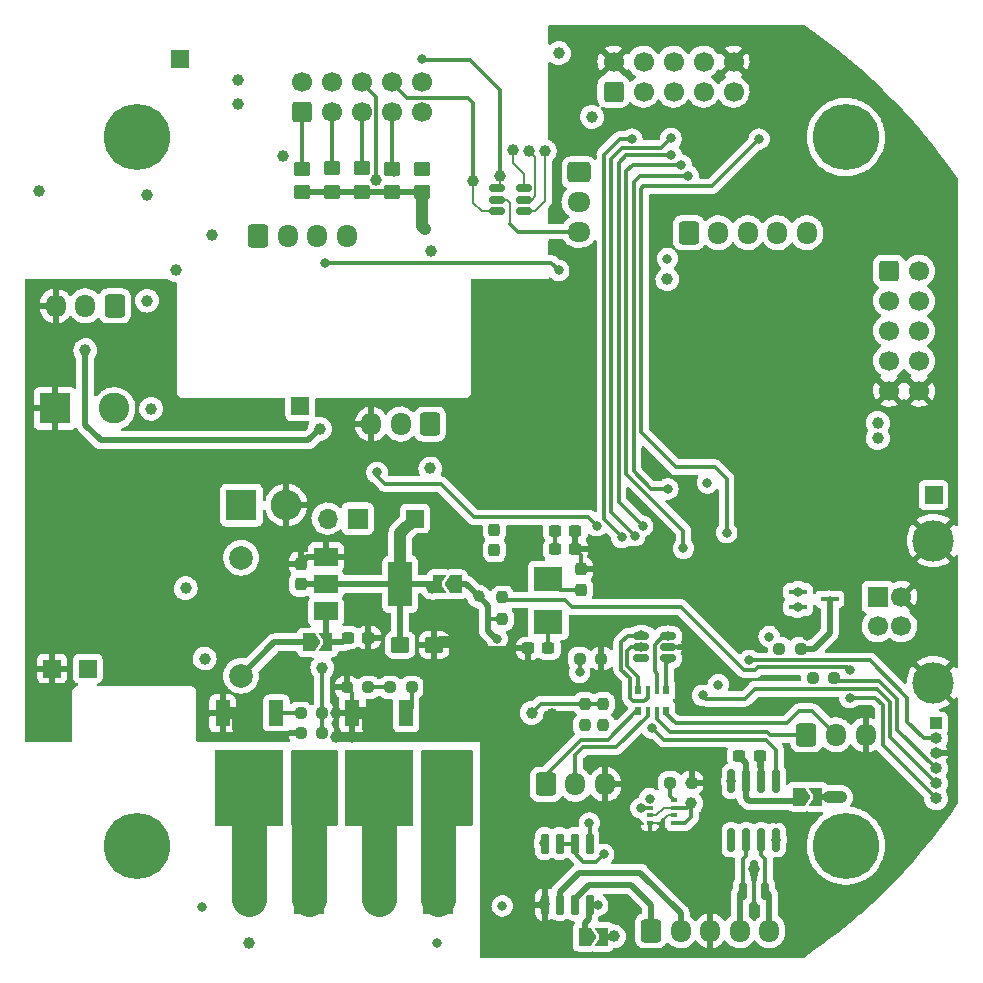
<source format=gbr>
%TF.GenerationSoftware,KiCad,Pcbnew,6.0.10*%
%TF.CreationDate,2023-01-12T12:24:56+03:00*%
%TF.ProjectId,nitrogen,6e697472-6f67-4656-9e2e-6b696361645f,rev?*%
%TF.SameCoordinates,Original*%
%TF.FileFunction,Copper,L1,Top*%
%TF.FilePolarity,Positive*%
%FSLAX46Y46*%
G04 Gerber Fmt 4.6, Leading zero omitted, Abs format (unit mm)*
G04 Created by KiCad (PCBNEW 6.0.10) date 2023-01-12 12:24:56*
%MOMM*%
%LPD*%
G01*
G04 APERTURE LIST*
G04 Aperture macros list*
%AMRoundRect*
0 Rectangle with rounded corners*
0 $1 Rounding radius*
0 $2 $3 $4 $5 $6 $7 $8 $9 X,Y pos of 4 corners*
0 Add a 4 corners polygon primitive as box body*
4,1,4,$2,$3,$4,$5,$6,$7,$8,$9,$2,$3,0*
0 Add four circle primitives for the rounded corners*
1,1,$1+$1,$2,$3*
1,1,$1+$1,$4,$5*
1,1,$1+$1,$6,$7*
1,1,$1+$1,$8,$9*
0 Add four rect primitives between the rounded corners*
20,1,$1+$1,$2,$3,$4,$5,0*
20,1,$1+$1,$4,$5,$6,$7,0*
20,1,$1+$1,$6,$7,$8,$9,0*
20,1,$1+$1,$8,$9,$2,$3,0*%
%AMFreePoly0*
4,1,6,1.000000,0.000000,0.500000,-0.750000,-0.500000,-0.750000,-0.500000,0.750000,0.500000,0.750000,1.000000,0.000000,1.000000,0.000000,$1*%
%AMFreePoly1*
4,1,6,0.500000,-0.750000,-0.650000,-0.750000,-0.150000,0.000000,-0.650000,0.750000,0.500000,0.750000,0.500000,-0.750000,0.500000,-0.750000,$1*%
G04 Aperture macros list end*
%TA.AperFunction,ComponentPad*%
%ADD10C,5.600000*%
%TD*%
%TA.AperFunction,ComponentPad*%
%ADD11RoundRect,0.250000X-0.600000X-0.725000X0.600000X-0.725000X0.600000X0.725000X-0.600000X0.725000X0*%
%TD*%
%TA.AperFunction,ComponentPad*%
%ADD12O,1.700000X1.950000*%
%TD*%
%TA.AperFunction,ComponentPad*%
%ADD13R,2.600000X2.600000*%
%TD*%
%TA.AperFunction,ComponentPad*%
%ADD14C,2.600000*%
%TD*%
%TA.AperFunction,ComponentPad*%
%ADD15R,1.500000X1.500000*%
%TD*%
%TA.AperFunction,ComponentPad*%
%ADD16O,2.600000X2.600000*%
%TD*%
%TA.AperFunction,SMDPad,CuDef*%
%ADD17RoundRect,0.250000X0.450000X-0.350000X0.450000X0.350000X-0.450000X0.350000X-0.450000X-0.350000X0*%
%TD*%
%TA.AperFunction,ComponentPad*%
%ADD18RoundRect,0.250000X-0.600000X-0.600000X0.600000X-0.600000X0.600000X0.600000X-0.600000X0.600000X0*%
%TD*%
%TA.AperFunction,ComponentPad*%
%ADD19C,1.700000*%
%TD*%
%TA.AperFunction,SMDPad,CuDef*%
%ADD20RoundRect,0.150000X-0.150000X0.725000X-0.150000X-0.725000X0.150000X-0.725000X0.150000X0.725000X0*%
%TD*%
%TA.AperFunction,SMDPad,CuDef*%
%ADD21RoundRect,0.237500X-0.250000X-0.237500X0.250000X-0.237500X0.250000X0.237500X-0.250000X0.237500X0*%
%TD*%
%TA.AperFunction,SMDPad,CuDef*%
%ADD22RoundRect,0.150000X0.512500X0.150000X-0.512500X0.150000X-0.512500X-0.150000X0.512500X-0.150000X0*%
%TD*%
%TA.AperFunction,SMDPad,CuDef*%
%ADD23R,1.200000X2.200000*%
%TD*%
%TA.AperFunction,SMDPad,CuDef*%
%ADD24R,5.800000X6.400000*%
%TD*%
%TA.AperFunction,SMDPad,CuDef*%
%ADD25R,2.000000X1.500000*%
%TD*%
%TA.AperFunction,SMDPad,CuDef*%
%ADD26R,2.000000X3.800000*%
%TD*%
%TA.AperFunction,SMDPad,CuDef*%
%ADD27R,0.500000X0.350000*%
%TD*%
%TA.AperFunction,SMDPad,CuDef*%
%ADD28RoundRect,0.237500X-0.300000X-0.237500X0.300000X-0.237500X0.300000X0.237500X-0.300000X0.237500X0*%
%TD*%
%TA.AperFunction,ComponentPad*%
%ADD29RoundRect,0.250000X0.600000X-0.600000X0.600000X0.600000X-0.600000X0.600000X-0.600000X-0.600000X0*%
%TD*%
%TA.AperFunction,SMDPad,CuDef*%
%ADD30R,2.400000X2.000000*%
%TD*%
%TA.AperFunction,ComponentPad*%
%ADD31RoundRect,0.250000X0.600000X0.725000X-0.600000X0.725000X-0.600000X-0.725000X0.600000X-0.725000X0*%
%TD*%
%TA.AperFunction,SMDPad,CuDef*%
%ADD32RoundRect,0.150000X-0.512500X-0.150000X0.512500X-0.150000X0.512500X0.150000X-0.512500X0.150000X0*%
%TD*%
%TA.AperFunction,SMDPad,CuDef*%
%ADD33FreePoly0,0.000000*%
%TD*%
%TA.AperFunction,SMDPad,CuDef*%
%ADD34FreePoly1,0.000000*%
%TD*%
%TA.AperFunction,ComponentPad*%
%ADD35R,1.700000X1.700000*%
%TD*%
%TA.AperFunction,ComponentPad*%
%ADD36O,1.700000X1.700000*%
%TD*%
%TA.AperFunction,SMDPad,CuDef*%
%ADD37RoundRect,0.237500X0.300000X0.237500X-0.300000X0.237500X-0.300000X-0.237500X0.300000X-0.237500X0*%
%TD*%
%TA.AperFunction,ComponentPad*%
%ADD38RoundRect,0.250000X-0.725000X0.600000X-0.725000X-0.600000X0.725000X-0.600000X0.725000X0.600000X0*%
%TD*%
%TA.AperFunction,ComponentPad*%
%ADD39O,1.950000X1.700000*%
%TD*%
%TA.AperFunction,SMDPad,CuDef*%
%ADD40RoundRect,0.237500X0.237500X-0.300000X0.237500X0.300000X-0.237500X0.300000X-0.237500X-0.300000X0*%
%TD*%
%TA.AperFunction,SMDPad,CuDef*%
%ADD41RoundRect,0.237500X0.250000X0.237500X-0.250000X0.237500X-0.250000X-0.237500X0.250000X-0.237500X0*%
%TD*%
%TA.AperFunction,SMDPad,CuDef*%
%ADD42R,0.500000X0.800000*%
%TD*%
%TA.AperFunction,SMDPad,CuDef*%
%ADD43R,0.400000X0.800000*%
%TD*%
%TA.AperFunction,SMDPad,CuDef*%
%ADD44RoundRect,0.250000X-0.537500X-0.425000X0.537500X-0.425000X0.537500X0.425000X-0.537500X0.425000X0*%
%TD*%
%TA.AperFunction,SMDPad,CuDef*%
%ADD45RoundRect,0.237500X-0.237500X0.250000X-0.237500X-0.250000X0.237500X-0.250000X0.237500X0.250000X0*%
%TD*%
%TA.AperFunction,SMDPad,CuDef*%
%ADD46RoundRect,0.150000X-0.150000X0.825000X-0.150000X-0.825000X0.150000X-0.825000X0.150000X0.825000X0*%
%TD*%
%TA.AperFunction,ComponentPad*%
%ADD47C,2.000000*%
%TD*%
%TA.AperFunction,SMDPad,CuDef*%
%ADD48R,1.500000X0.450000*%
%TD*%
%TA.AperFunction,ComponentPad*%
%ADD49R,1.000000X1.000000*%
%TD*%
%TA.AperFunction,ComponentPad*%
%ADD50O,1.000000X1.000000*%
%TD*%
%TA.AperFunction,ComponentPad*%
%ADD51C,3.500000*%
%TD*%
%TA.AperFunction,SMDPad,CuDef*%
%ADD52RoundRect,0.150000X0.150000X-0.587500X0.150000X0.587500X-0.150000X0.587500X-0.150000X-0.587500X0*%
%TD*%
%TA.AperFunction,SMDPad,CuDef*%
%ADD53FreePoly0,180.000000*%
%TD*%
%TA.AperFunction,SMDPad,CuDef*%
%ADD54FreePoly1,180.000000*%
%TD*%
%TA.AperFunction,ViaPad*%
%ADD55C,1.000000*%
%TD*%
%TA.AperFunction,ViaPad*%
%ADD56C,0.800000*%
%TD*%
%TA.AperFunction,Conductor*%
%ADD57C,0.300000*%
%TD*%
%TA.AperFunction,Conductor*%
%ADD58C,0.500000*%
%TD*%
%TA.AperFunction,Conductor*%
%ADD59C,1.000000*%
%TD*%
%TA.AperFunction,Conductor*%
%ADD60C,0.200000*%
%TD*%
%TA.AperFunction,Conductor*%
%ADD61C,3.000000*%
%TD*%
G04 APERTURE END LIST*
D10*
%TO.P,H1,1*%
%TO.N,N/C*%
X169000000Y-55000000D03*
%TD*%
D11*
%TO.P,J15,1,Pin_1*%
%TO.N,Net-(J15-Pad1)*%
X165658800Y-105613200D03*
D12*
%TO.P,J15,2,Pin_2*%
%TO.N,Net-(J15-Pad2)*%
X168158800Y-105613200D03*
%TO.P,J15,3,Pin_3*%
%TO.N,GND*%
X170658800Y-105613200D03*
%TD*%
D13*
%TO.P,J3,1,Pin_1*%
%TO.N,/P2*%
X123500000Y-119500000D03*
D14*
%TO.P,J3,2,Pin_2*%
%TO.N,/P3*%
X118500000Y-119500000D03*
%TD*%
D15*
%TO.P,TP2,1,1*%
%TO.N,Net-(C14-Pad1)*%
X122800000Y-77800000D03*
%TD*%
D13*
%TO.P,D12,1,K*%
%TO.N,Net-(D12-Pad1)*%
X117805000Y-86166000D03*
D16*
%TO.P,D12,2,A*%
%TO.N,GND*%
X121615000Y-86166000D03*
%TD*%
D11*
%TO.P,J9,1,Pin_1*%
%TO.N,/MCU/485B*%
X152500000Y-122200000D03*
D12*
%TO.P,J9,2,Pin_2*%
%TO.N,/MCU/485A*%
X155000000Y-122200000D03*
%TO.P,J9,3,Pin_3*%
%TO.N,GND*%
X157500000Y-122200000D03*
%TO.P,J9,4,Pin_4*%
%TO.N,/MCU/CANL*%
X160000000Y-122200000D03*
%TO.P,J9,5,Pin_5*%
%TO.N,/MCU/CANH*%
X162500000Y-122200000D03*
%TD*%
D17*
%TO.P,R34,1*%
%TO.N,+3.3VADC*%
X130556000Y-59674000D03*
%TO.P,R34,2*%
%TO.N,/MCU/ADC6*%
X130556000Y-57674000D03*
%TD*%
D18*
%TO.P,J11,1,Pin_1*%
%TO.N,Net-(J11-Pad1)*%
X172647500Y-66320000D03*
D19*
%TO.P,J11,2,Pin_2*%
%TO.N,Net-(J11-Pad2)*%
X175187500Y-66320000D03*
%TO.P,J11,3,Pin_3*%
%TO.N,Net-(J11-Pad3)*%
X172647500Y-68860000D03*
%TO.P,J11,4,Pin_4*%
%TO.N,Net-(J11-Pad4)*%
X175187500Y-68860000D03*
%TO.P,J11,5,Pin_5*%
%TO.N,Net-(J11-Pad5)*%
X172647500Y-71400000D03*
%TO.P,J11,6,Pin_6*%
%TO.N,Net-(J11-Pad6)*%
X175187500Y-71400000D03*
%TO.P,J11,7,Pin_7*%
%TO.N,Net-(J11-Pad7)*%
X172647500Y-73940000D03*
%TO.P,J11,8,Pin_8*%
%TO.N,Net-(J11-Pad8)*%
X175187500Y-73940000D03*
%TO.P,J11,9,Pin_9*%
%TO.N,GND*%
X172647500Y-76480000D03*
%TO.P,J11,10,Pin_10*%
X175187500Y-76480000D03*
%TD*%
D20*
%TO.P,U3,1,RO*%
%TO.N,/MCU/U2Rx*%
X147289800Y-114833300D03*
%TO.P,U3,2,~{RE}*%
%TO.N,/MCU/DE*%
X146019800Y-114833300D03*
%TO.P,U3,3,DE*%
X144749800Y-114833300D03*
%TO.P,U3,4,DI*%
%TO.N,/MCU/U2Tx*%
X143479800Y-114833300D03*
%TO.P,U3,5,GND*%
%TO.N,GND*%
X143479800Y-119983300D03*
%TO.P,U3,6,A*%
%TO.N,/MCU/485A*%
X144749800Y-119983300D03*
%TO.P,U3,7,B*%
%TO.N,/MCU/485B*%
X146019800Y-119983300D03*
%TO.P,U3,8,VCC*%
%TO.N,Net-(C4-Pad2)*%
X147289800Y-119983300D03*
%TD*%
D21*
%TO.P,R13,1*%
%TO.N,/MCU/USB_DP*%
X163362800Y-98311400D03*
%TO.P,R13,2*%
%TO.N,Net-(Q5-Pad3)*%
X165187800Y-98311400D03*
%TD*%
D15*
%TO.P,TP6,1,1*%
%TO.N,+3.3VADC*%
X112623600Y-48412400D03*
%TD*%
D11*
%TO.P,J6,1,Pin_1*%
%TO.N,GNDPWR*%
X119233500Y-63359000D03*
D12*
%TO.P,J6,2,Pin_2*%
%TO.N,Net-(J6-Pad2)*%
X121733500Y-63359000D03*
%TO.P,J6,3,Pin_3*%
%TO.N,Net-(J6-Pad3)*%
X124233500Y-63359000D03*
%TO.P,J6,4,Pin_4*%
%TO.N,/MCU/ADC_EXT*%
X126733500Y-63359000D03*
%TD*%
D17*
%TO.P,R28,1*%
%TO.N,+3.3VADC*%
X122936000Y-59674000D03*
%TO.P,R28,2*%
%TO.N,/MCU/ADC0*%
X122936000Y-57674000D03*
%TD*%
D21*
%TO.P,R11,1*%
%TO.N,/MCU/BOOT0*%
X146460200Y-99161600D03*
%TO.P,R11,2*%
%TO.N,GND*%
X148285200Y-99161600D03*
%TD*%
D22*
%TO.P,D13,1,K*%
%TO.N,/MCU/SDA*%
X153943900Y-99146400D03*
%TO.P,D13,2,A*%
%TO.N,GND*%
X153943900Y-98196400D03*
%TO.P,D13,3,K*%
%TO.N,/MCU/SCL*%
X153943900Y-97246400D03*
%TO.P,D13,4,K*%
%TO.N,/MCU/Tx*%
X151668900Y-97246400D03*
%TO.P,D13,5,K*%
%TO.N,/MCU/Rx*%
X151668900Y-98196400D03*
%TO.P,D13,6,K*%
%TO.N,unconnected-(D13-Pad6)*%
X151668900Y-99146400D03*
%TD*%
D23*
%TO.P,Q2,1,G*%
%TO.N,Net-(Q2-Pad1)*%
X120780000Y-103800000D03*
D24*
%TO.P,Q2,2,D*%
%TO.N,/P3*%
X118500000Y-110100000D03*
D23*
%TO.P,Q2,3,S*%
%TO.N,GND*%
X116220000Y-103800000D03*
%TD*%
D25*
%TO.P,U7,1,GND*%
%TO.N,GND*%
X124967600Y-90562400D03*
D26*
%TO.P,U7,2,VO*%
%TO.N,+3.3V*%
X131267600Y-92862400D03*
D25*
X124967600Y-92862400D03*
%TO.P,U7,3,VI*%
%TO.N,Net-(C16-Pad1)*%
X124967600Y-95162400D03*
%TD*%
D27*
%TO.P,U5,1,GND*%
%TO.N,GND*%
X152391000Y-113090600D03*
%TO.P,U5,2,CSB*%
%TO.N,/MCU/MCU3v3*%
X152391000Y-112440600D03*
%TO.P,U5,3,SDI*%
%TO.N,/MCU/I2C1_SDA*%
X152391000Y-111790600D03*
%TO.P,U5,4,SCK*%
%TO.N,/MCU/I2C1_SCL*%
X152391000Y-111140600D03*
%TO.P,U5,5,SDO*%
%TO.N,Net-(R24-Pad2)*%
X154441000Y-111140600D03*
%TO.P,U5,6,VDDIO*%
%TO.N,/MCU/MCU3v3*%
X154441000Y-111790600D03*
%TO.P,U5,7,GND*%
%TO.N,GND*%
X154441000Y-112440600D03*
%TO.P,U5,8,VDD*%
%TO.N,/MCU/MCU3v3*%
X154441000Y-113090600D03*
%TD*%
D28*
%TO.P,C16,1*%
%TO.N,Net-(C16-Pad1)*%
X126848700Y-97383600D03*
%TO.P,C16,2*%
%TO.N,GND*%
X128573700Y-97383600D03*
%TD*%
D21*
%TO.P,R14,1*%
%TO.N,/MCU/MCU3v3*%
X166168700Y-100787200D03*
%TO.P,R14,2*%
%TO.N,Net-(J7-Pad4)*%
X167993700Y-100787200D03*
%TD*%
D29*
%TO.P,J4,1,Pin_1*%
%TO.N,/MCU/ADC0*%
X122920000Y-52900000D03*
D19*
%TO.P,J4,2,Pin_2*%
%TO.N,/MCU/ADC1*%
X122920000Y-50360000D03*
%TO.P,J4,3,Pin_3*%
%TO.N,/MCU/ADC2*%
X125460000Y-52900000D03*
%TO.P,J4,4,Pin_4*%
%TO.N,/MCU/ADC3*%
X125460000Y-50360000D03*
%TO.P,J4,5,Pin_5*%
%TO.N,/MCU/ADC4*%
X128000000Y-52900000D03*
%TO.P,J4,6,Pin_6*%
%TO.N,/MCU/ADC5*%
X128000000Y-50360000D03*
%TO.P,J4,7,Pin_7*%
%TO.N,/MCU/ADC6*%
X130540000Y-52900000D03*
%TO.P,J4,8,Pin_8*%
%TO.N,/MCU/ADC7*%
X130540000Y-50360000D03*
%TO.P,J4,9,Pin_9*%
%TO.N,GNDPWR*%
X133080000Y-52900000D03*
%TO.P,J4,10,Pin_10*%
X133080000Y-50360000D03*
%TD*%
D30*
%TO.P,Y1,1,1*%
%TO.N,/MCU/OSC_IN*%
X143814800Y-96084000D03*
%TO.P,Y1,2,2*%
%TO.N,/MCU/OSC_OUT*%
X143814800Y-92384000D03*
%TD*%
D31*
%TO.P,J5,1,Pin_1*%
%TO.N,Net-(J5-Pad1)*%
X133800000Y-79300000D03*
D12*
%TO.P,J5,2,Pin_2*%
%TO.N,Net-(J5-Pad2)*%
X131300000Y-79300000D03*
%TO.P,J5,3,Pin_3*%
%TO.N,GND*%
X128800000Y-79300000D03*
%TD*%
D15*
%TO.P,TP1,1,1*%
%TO.N,Net-(D5-Pad1)*%
X176416500Y-85306600D03*
%TD*%
D32*
%TO.P,D10,1,K*%
%TO.N,/MCU/ADC9*%
X139462500Y-59350000D03*
%TO.P,D10,2,A*%
%TO.N,GNDPWR*%
X139462500Y-60300000D03*
%TO.P,D10,3,K*%
%TO.N,/MCU/ADC7*%
X139462500Y-61250000D03*
%TO.P,D10,4,K*%
%TO.N,/MCU/ADC4*%
X141737500Y-61250000D03*
%TO.P,D10,5,K*%
%TO.N,/MCU/ADC3*%
X141737500Y-60300000D03*
%TO.P,D10,6,K*%
%TO.N,/MCU/ADC2*%
X141737500Y-59350000D03*
%TD*%
D33*
%TO.P,JP4,1,A*%
%TO.N,+5V*%
X123531800Y-97790000D03*
D34*
%TO.P,JP4,2,B*%
%TO.N,Net-(C16-Pad1)*%
X124981800Y-97790000D03*
%TD*%
D35*
%TO.P,J16,1,Pin_1*%
%TO.N,Net-(J16-Pad1)*%
X127650000Y-87300000D03*
D36*
%TO.P,J16,2,Pin_2*%
%TO.N,Net-(J16-Pad2)*%
X125110000Y-87300000D03*
%TD*%
D17*
%TO.P,R36,1*%
%TO.N,+3.3VADC*%
X133096000Y-59674000D03*
%TO.P,R36,2*%
%TO.N,/MCU/ADC8*%
X133096000Y-57674000D03*
%TD*%
D37*
%TO.P,C2,1*%
%TO.N,/MCU/OSC_IN*%
X143813700Y-98298000D03*
%TO.P,C2,2*%
%TO.N,GND*%
X142088700Y-98298000D03*
%TD*%
D13*
%TO.P,J13,1,Pin_1*%
%TO.N,GND*%
X102031000Y-77982000D03*
D14*
%TO.P,J13,2,Pin_2*%
%TO.N,Vdrive*%
X107031000Y-77982000D03*
%TD*%
D38*
%TO.P,J1,1,Pin_1*%
%TO.N,/MCU/ADC9*%
X146400000Y-58000000D03*
D39*
%TO.P,J1,2,Pin_2*%
%TO.N,/MCU/ADC8*%
X146400000Y-60500000D03*
%TO.P,J1,3,Pin_3*%
%TO.N,GNDPWR*%
X146400000Y-63000000D03*
%TD*%
D13*
%TO.P,J2,1,Pin_1*%
%TO.N,/P0*%
X134500000Y-119500000D03*
D14*
%TO.P,J2,2,Pin_2*%
%TO.N,/P1*%
X129500000Y-119500000D03*
%TD*%
D33*
%TO.P,JP1,1,A*%
%TO.N,Net-(C1-Pad2)*%
X165035400Y-110845600D03*
D34*
%TO.P,JP1,2,B*%
%TO.N,+5V*%
X166485400Y-110845600D03*
%TD*%
D15*
%TO.P,TP4,1,1*%
%TO.N,+5V*%
X104800000Y-100000000D03*
%TD*%
D29*
%TO.P,J10,1,Pin_1*%
%TO.N,Net-(J10-Pad1)*%
X149320000Y-51152500D03*
D19*
%TO.P,J10,2,Pin_2*%
%TO.N,GND*%
X149320000Y-48612500D03*
%TO.P,J10,3,Pin_3*%
%TO.N,Net-(J10-Pad3)*%
X151860000Y-51152500D03*
%TO.P,J10,4,Pin_4*%
%TO.N,Net-(J10-Pad4)*%
X151860000Y-48612500D03*
%TO.P,J10,5,Pin_5*%
%TO.N,Net-(J10-Pad5)*%
X154400000Y-51152500D03*
%TO.P,J10,6,Pin_6*%
%TO.N,Net-(J10-Pad6)*%
X154400000Y-48612500D03*
%TO.P,J10,7,Pin_7*%
%TO.N,Net-(J10-Pad7)*%
X156940000Y-51152500D03*
%TO.P,J10,8,Pin_8*%
%TO.N,Net-(J10-Pad8)*%
X156940000Y-48612500D03*
%TO.P,J10,9,Pin_9*%
%TO.N,Net-(J10-Pad9)*%
X159480000Y-51152500D03*
%TO.P,J10,10,Pin_10*%
%TO.N,GND*%
X159480000Y-48612500D03*
%TD*%
D21*
%TO.P,R6,1*%
%TO.N,PWM1*%
X130405500Y-101600000D03*
%TO.P,R6,2*%
%TO.N,Net-(Q3-Pad1)*%
X132230500Y-101600000D03*
%TD*%
D40*
%TO.P,C19,1*%
%TO.N,+3.3V*%
X122834400Y-92861300D03*
%TO.P,C19,2*%
%TO.N,GND*%
X122834400Y-91136300D03*
%TD*%
D10*
%TO.P,H3,1*%
%TO.N,N/C*%
X109000000Y-115000000D03*
%TD*%
D40*
%TO.P,C3,1*%
%TO.N,/MCU/OSC_OUT*%
X146608800Y-93318500D03*
%TO.P,C3,2*%
%TO.N,GND*%
X146608800Y-91593500D03*
%TD*%
D23*
%TO.P,Q3,1,G*%
%TO.N,Net-(Q3-Pad1)*%
X131780000Y-103800000D03*
D24*
%TO.P,Q3,2,D*%
%TO.N,/P1*%
X129500000Y-110100000D03*
D23*
%TO.P,Q3,3,S*%
%TO.N,GND*%
X127220000Y-103800000D03*
%TD*%
D37*
%TO.P,C1,1*%
%TO.N,GND*%
X161695300Y-107391200D03*
%TO.P,C1,2*%
%TO.N,Net-(C1-Pad2)*%
X159970300Y-107391200D03*
%TD*%
D33*
%TO.P,JP6,1,A*%
%TO.N,Net-(C4-Pad2)*%
X146875000Y-122700000D03*
D34*
%TO.P,JP6,2,B*%
%TO.N,+3.3V*%
X148325000Y-122700000D03*
%TD*%
D28*
%TO.P,C9,1*%
%TO.N,/MCU/MCU3v3*%
X144374700Y-89916000D03*
%TO.P,C9,2*%
%TO.N,GND*%
X146099700Y-89916000D03*
%TD*%
D10*
%TO.P,H4,1*%
%TO.N,N/C*%
X169000000Y-115000000D03*
%TD*%
D41*
%TO.P,R4,1*%
%TO.N,PWM3*%
X124661300Y-103784400D03*
%TO.P,R4,2*%
%TO.N,Net-(Q2-Pad1)*%
X122836300Y-103784400D03*
%TD*%
D42*
%TO.P,RN2,1,R1.1*%
%TO.N,/MCU/SDA*%
X153803200Y-101817600D03*
D43*
%TO.P,RN2,2,R2.1*%
%TO.N,/MCU/SCL*%
X153003200Y-101817600D03*
%TO.P,RN2,3,R3.1*%
%TO.N,/MCU/Tx*%
X152203200Y-101817600D03*
D42*
%TO.P,RN2,4,R4.1*%
%TO.N,/MCU/Rx*%
X151403200Y-101817600D03*
%TO.P,RN2,5,R4.2*%
%TO.N,Net-(J14-Pad1)*%
X151403200Y-103617600D03*
D43*
%TO.P,RN2,6,R3.2*%
%TO.N,Net-(J14-Pad2)*%
X152203200Y-103617600D03*
%TO.P,RN2,7,R2.2*%
%TO.N,Net-(J15-Pad1)*%
X153003200Y-103617600D03*
D42*
%TO.P,RN2,8,R1.2*%
%TO.N,Net-(J15-Pad2)*%
X153803200Y-103617600D03*
%TD*%
D15*
%TO.P,TP3,1,1*%
%TO.N,GND*%
X101800000Y-100000000D03*
%TD*%
D44*
%TO.P,C17,1*%
%TO.N,+3.3V*%
X131252100Y-97993200D03*
%TO.P,C17,2*%
%TO.N,GND*%
X134127100Y-97993200D03*
%TD*%
D15*
%TO.P,TP5,1,1*%
%TO.N,+3.3V*%
X132500000Y-87300000D03*
%TD*%
D41*
%TO.P,R24,1*%
%TO.N,GND*%
X155928700Y-109677200D03*
%TO.P,R24,2*%
%TO.N,Net-(R24-Pad2)*%
X154103700Y-109677200D03*
%TD*%
D11*
%TO.P,J18,1,Pin_1*%
%TO.N,Net-(J18-Pad1)*%
X155700000Y-63100000D03*
D12*
%TO.P,J18,2,Pin_2*%
%TO.N,Net-(J18-Pad2)*%
X158200000Y-63100000D03*
%TO.P,J18,3,Pin_3*%
%TO.N,Net-(J18-Pad3)*%
X160700000Y-63100000D03*
%TO.P,J18,4,Pin_4*%
%TO.N,Net-(J18-Pad4)*%
X163200000Y-63100000D03*
%TO.P,J18,5,Pin_5*%
%TO.N,Net-(J18-Pad5)*%
X165700000Y-63100000D03*
%TD*%
D41*
%TO.P,R7,1*%
%TO.N,PWM1*%
X128572900Y-101600000D03*
%TO.P,R7,2*%
%TO.N,GND*%
X126747900Y-101600000D03*
%TD*%
%TO.P,R5,1*%
%TO.N,PWM3*%
X124661300Y-105460800D03*
%TO.P,R5,2*%
%TO.N,GND*%
X122836300Y-105460800D03*
%TD*%
D17*
%TO.P,R30,1*%
%TO.N,+3.3VADC*%
X125476000Y-59658000D03*
%TO.P,R30,2*%
%TO.N,/MCU/ADC2*%
X125476000Y-57658000D03*
%TD*%
D11*
%TO.P,J14,1,Pin_1*%
%TO.N,Net-(J14-Pad1)*%
X143600000Y-109800000D03*
D12*
%TO.P,J14,2,Pin_2*%
%TO.N,Net-(J14-Pad2)*%
X146100000Y-109800000D03*
%TO.P,J14,3,Pin_3*%
%TO.N,GND*%
X148600000Y-109800000D03*
%TD*%
D40*
%TO.P,C6,1*%
%TO.N,+3.3VADC*%
X139242800Y-89964600D03*
%TO.P,C6,2*%
%TO.N,GNDPWR*%
X139242800Y-88239600D03*
%TD*%
D45*
%TO.P,R41,1*%
%TO.N,/MCU/NRST*%
X139903200Y-93980000D03*
%TO.P,R41,2*%
%TO.N,/MCU/MCU3v3*%
X139903200Y-95805000D03*
%TD*%
D46*
%TO.P,U1,1,TXD*%
%TO.N,/MCU/CAN_TX*%
X163100000Y-109550000D03*
%TO.P,U1,2,VSS*%
%TO.N,GND*%
X161830000Y-109550000D03*
%TO.P,U1,3,VDD*%
%TO.N,Net-(C1-Pad2)*%
X160560000Y-109550000D03*
%TO.P,U1,4,RXD*%
%TO.N,/MCU/CAN_RX*%
X159290000Y-109550000D03*
%TO.P,U1,5,Vref*%
%TO.N,unconnected-(U1-Pad5)*%
X159290000Y-114500000D03*
%TO.P,U1,6,CANL*%
%TO.N,/MCU/CANL*%
X160560000Y-114500000D03*
%TO.P,U1,7,CANH*%
%TO.N,/MCU/CANH*%
X161830000Y-114500000D03*
%TO.P,U1,8,Rs*%
%TO.N,Net-(R44-Pad2)*%
X163100000Y-114500000D03*
%TD*%
D47*
%TO.P,L1,1,1*%
%TO.N,+5V*%
X117785000Y-100611000D03*
%TO.P,L1,2,2*%
%TO.N,Net-(D12-Pad1)*%
X117785000Y-90611000D03*
%TD*%
D48*
%TO.P,Q5,1,B*%
%TO.N,/MCU/USB_PU*%
X164951900Y-93495800D03*
%TO.P,Q5,2,E*%
%TO.N,/MCU/MCU3v3*%
X164951900Y-94795800D03*
%TO.P,Q5,3,C*%
%TO.N,Net-(Q5-Pad3)*%
X167611900Y-94145800D03*
%TD*%
D45*
%TO.P,R25,1*%
%TO.N,/MCU/MCU3v3*%
X146888200Y-102975400D03*
%TO.P,R25,2*%
%TO.N,/MCU/I2C1_SDA*%
X146888200Y-104800400D03*
%TD*%
D49*
%TO.P,J7,1,Pin_1*%
%TO.N,/MCU/SWCLK*%
X176631600Y-104648000D03*
D50*
%TO.P,J7,2,Pin_2*%
%TO.N,/MCU/SWDIO*%
X176631600Y-105918000D03*
%TO.P,J7,3,Pin_3*%
%TO.N,GND*%
X176631600Y-107188000D03*
%TO.P,J7,4,Pin_4*%
%TO.N,Net-(J7-Pad4)*%
X176631600Y-108458000D03*
%TO.P,J7,5,Pin_5*%
%TO.N,/MCU/BOOT0*%
X176631600Y-109728000D03*
%TO.P,J7,6,Pin_6*%
%TO.N,/MCU/NRST*%
X176631600Y-110998000D03*
%TD*%
D35*
%TO.P,J8,1,VBUS*%
%TO.N,/MCU/VB*%
X171690000Y-93930000D03*
D19*
%TO.P,J8,2,D-*%
%TO.N,Net-(J8-Pad2)*%
X171690000Y-96430000D03*
%TO.P,J8,3,D+*%
%TO.N,Net-(J8-Pad3)*%
X173690000Y-96430000D03*
%TO.P,J8,4,GND*%
%TO.N,GND*%
X173690000Y-93930000D03*
D51*
%TO.P,J8,5,Shield*%
X176400000Y-89160000D03*
X176400000Y-101200000D03*
%TD*%
D52*
%TO.P,D6,1,K*%
%TO.N,/MCU/CANL*%
X160250000Y-118837500D03*
%TO.P,D6,2,K*%
%TO.N,/MCU/CANH*%
X162150000Y-118837500D03*
%TO.P,D6,3,O*%
%TO.N,GND*%
X161200000Y-116962500D03*
%TD*%
D28*
%TO.P,C8,1*%
%TO.N,/MCU/MCU3v3*%
X144374700Y-88341200D03*
%TO.P,C8,2*%
%TO.N,GND*%
X146099700Y-88341200D03*
%TD*%
D10*
%TO.P,H2,1*%
%TO.N,N/C*%
X109000000Y-55000000D03*
%TD*%
D45*
%TO.P,R23,1*%
%TO.N,/MCU/MCU3v3*%
X148437600Y-102975400D03*
%TO.P,R23,2*%
%TO.N,/MCU/I2C1_SCL*%
X148437600Y-104800400D03*
%TD*%
D31*
%TO.P,J12,1,Pin_1*%
%TO.N,Net-(J12-Pad1)*%
X107100000Y-69300000D03*
D12*
%TO.P,J12,2,Pin_2*%
%TO.N,Net-(J12-Pad2)*%
X104600000Y-69300000D03*
%TO.P,J12,3,Pin_3*%
%TO.N,GND*%
X102100000Y-69300000D03*
%TD*%
D17*
%TO.P,R32,1*%
%TO.N,+3.3VADC*%
X128016000Y-59658000D03*
%TO.P,R32,2*%
%TO.N,/MCU/ADC4*%
X128016000Y-57658000D03*
%TD*%
D53*
%TO.P,JP3,1,A*%
%TO.N,/MCU/MCU3v3*%
X135954600Y-92862400D03*
D54*
%TO.P,JP3,2,B*%
%TO.N,+3.3V*%
X134504600Y-92862400D03*
%TD*%
D55*
%TO.N,+5V*%
X109829600Y-68847800D03*
%TO.N,+3.3V*%
X147487500Y-53300000D03*
X124460000Y-79705200D03*
X133958062Y-93159438D03*
X133908800Y-64668400D03*
X104597200Y-73048500D03*
X153887500Y-67041700D03*
X149352000Y-122682000D03*
X124967600Y-92862400D03*
D56*
X153887500Y-65300000D03*
D55*
X131267600Y-92862400D03*
X131267600Y-97905700D03*
D56*
%TO.N,GND*%
X101700000Y-95800000D03*
X103200000Y-91300000D03*
X103200000Y-92800000D03*
D55*
X153492200Y-113893600D03*
D56*
X100200000Y-86800000D03*
X104700000Y-86800000D03*
X101700000Y-88300000D03*
D55*
X161188400Y-116941600D03*
X128574800Y-97383600D03*
X137718800Y-97485200D03*
D56*
X103200000Y-94300000D03*
D55*
X155905200Y-109678300D03*
D56*
X106200000Y-94300000D03*
D55*
X117551200Y-105003600D03*
D56*
X100200000Y-94300000D03*
D55*
X124967600Y-90562400D03*
X117551200Y-103784400D03*
X109600000Y-99150000D03*
X161695300Y-107391200D03*
X128574800Y-103784400D03*
D56*
X101700000Y-89800000D03*
D55*
X146800000Y-47900000D03*
X127203200Y-105765600D03*
D56*
X107700000Y-91300000D03*
D55*
X146099700Y-89916000D03*
D56*
X107700000Y-94300000D03*
D55*
X163068000Y-112674400D03*
D56*
X101700000Y-86800000D03*
X100200000Y-92800000D03*
D55*
X125845506Y-105770608D03*
D56*
X107700000Y-89800000D03*
X107700000Y-88300000D03*
X103200000Y-88300000D03*
X100200000Y-95800000D03*
X100200000Y-88300000D03*
D55*
X148285200Y-99161600D03*
D56*
X104700000Y-94300000D03*
X103200000Y-95800000D03*
D55*
X127700000Y-81587500D03*
X155550700Y-84277200D03*
D56*
X104700000Y-91300000D03*
X106200000Y-89800000D03*
D55*
X159917300Y-101371400D03*
D56*
X106200000Y-92800000D03*
X107700000Y-95800000D03*
D55*
X138277600Y-103784400D03*
X118674000Y-77901000D03*
D56*
X104700000Y-92800000D03*
X104700000Y-88300000D03*
D55*
X128574800Y-105003600D03*
D56*
X106200000Y-88300000D03*
D55*
X127220000Y-103800000D03*
D56*
X106200000Y-86800000D03*
D55*
X146099700Y-88341200D03*
X125848300Y-103800000D03*
X144118500Y-103824900D03*
D56*
X101700000Y-94300000D03*
X107700000Y-92800000D03*
X101700000Y-92800000D03*
X101700000Y-91300000D03*
X104700000Y-89800000D03*
X106200000Y-91300000D03*
X100200000Y-91300000D03*
D55*
X136780000Y-103800000D03*
D56*
X104700000Y-95800000D03*
X107700000Y-86800000D03*
X103200000Y-89800000D03*
X106200000Y-95800000D03*
X165709600Y-97282000D03*
X103200000Y-86800000D03*
D55*
X138277600Y-105359200D03*
X116230400Y-103784400D03*
X143459200Y-119938800D03*
D56*
X100200000Y-89800000D03*
D55*
X155600400Y-72136000D03*
X162356800Y-72136000D03*
%TO.N,/MCU/OSC_IN*%
X143814800Y-96084000D03*
%TO.N,/MCU/OSC_OUT*%
X143814800Y-92384000D03*
D56*
%TO.N,/MCU/NRST*%
X169316400Y-100100000D03*
X139900000Y-94000000D03*
X169316400Y-102463600D03*
%TO.N,/MCU/BOOT0*%
X156870400Y-102260400D03*
X146456400Y-100330000D03*
%TO.N,/MCU/MCU3v3*%
X158191200Y-101371400D03*
D55*
X142393500Y-103759000D03*
D56*
X144374700Y-89916000D03*
X144374700Y-88341200D03*
D55*
X155905200Y-111403300D03*
D56*
X139462500Y-97500000D03*
X166168700Y-100787200D03*
X164900000Y-94800000D03*
X157275700Y-84277200D03*
D55*
X137900000Y-93900000D03*
%TO.N,+5V*%
X171700000Y-79200000D03*
X167589200Y-110845600D03*
X113100000Y-93200000D03*
X123531800Y-97790000D03*
X133807200Y-83056100D03*
X115317900Y-63296800D03*
X114700000Y-99150000D03*
X171700000Y-80500000D03*
X168599312Y-110900688D03*
%TO.N,GNDPWR*%
X121300000Y-56600000D03*
X112250000Y-66262500D03*
X139242800Y-88239600D03*
X100700000Y-59600000D03*
X109800000Y-59900000D03*
X144700000Y-47900000D03*
D56*
%TO.N,Vdrive*%
X139900000Y-120100000D03*
X114500000Y-120200000D03*
D55*
X118500000Y-123250000D03*
D56*
X134350000Y-123250000D03*
D55*
X110165000Y-78003000D03*
D56*
%TO.N,/MCU/VB*%
X162500000Y-97300000D03*
D55*
%TO.N,/MCU/ADC2*%
X140800688Y-56099312D03*
%TO.N,/MCU/ADC4*%
X143500000Y-56200000D03*
%TO.N,/MCU/ADC6*%
X130700000Y-57900000D03*
%TO.N,/MCU/ADC8*%
X133110000Y-57660000D03*
D56*
%TO.N,/MCU/ADC9*%
X133096000Y-48371000D03*
D55*
X139750800Y-58300000D03*
%TO.N,/MCU/ADC7*%
X137464800Y-58724800D03*
%TO.N,/MCU/ADC5*%
X129235200Y-58623200D03*
%TO.N,/MCU/ADC3*%
X142200000Y-56200000D03*
D56*
%TO.N,/MCU/SWDIO*%
X160832800Y-99314000D03*
%TO.N,/MCU/USB_PU*%
X164951900Y-93495800D03*
D55*
%TO.N,+3.3VADC*%
X133350000Y-62750000D03*
X117500000Y-50200000D03*
X139242800Y-89964600D03*
X117500000Y-52200000D03*
%TO.N,PWM3*%
X124663200Y-99923600D03*
%TO.N,PWM1*%
X130405500Y-101600000D03*
D56*
%TO.N,/MCU/Buzzer*%
X147900000Y-87900000D03*
X129300000Y-83400000D03*
%TO.N,/MCU/USB_DP*%
X163362800Y-98311400D03*
%TO.N,/MCU/SPI2_MISO*%
X150012400Y-88900000D03*
X150876000Y-55168800D03*
%TO.N,/MCU/SPI2_SCK*%
X158902400Y-88493600D03*
X161645600Y-55168800D03*
%TO.N,/MCU/I2C1_SCL*%
X148463000Y-104800400D03*
X152391000Y-111016098D03*
%TO.N,/MCU/I2C1_SDA*%
X151649500Y-111800000D03*
X146888200Y-104800400D03*
%TO.N,/MCU/SCRN_DCRS*%
X153924000Y-84785200D03*
X155651200Y-58318400D03*
%TO.N,/MCU/SPI2_MOSI*%
X155244800Y-89814400D03*
X155041600Y-57353200D03*
%TO.N,/MCU/SCRN_RST*%
X151790400Y-87934800D03*
X154228800Y-56540400D03*
%TO.N,/MCU/SPI2_NSS*%
X151130000Y-88747600D03*
X154178000Y-55118000D03*
%TO.N,/MCU/CAN_RX*%
X159308800Y-109524800D03*
%TO.N,/MCU/CAN_TX*%
X152603200Y-105054400D03*
%TO.N,/MCU/U2Rx*%
X147269200Y-113080800D03*
%TO.N,/MCU/DE*%
X148488400Y-115722400D03*
%TO.N,/MCU/U2Tx*%
X143459200Y-114808000D03*
%TO.N,/P2*%
X124500000Y-111600000D03*
X123500000Y-109600000D03*
X124500000Y-109600000D03*
X125500000Y-110600000D03*
X122500000Y-109600000D03*
X125500000Y-108600000D03*
X122500000Y-107600000D03*
X122500000Y-110600000D03*
X123500000Y-111600000D03*
X125500000Y-111600000D03*
X122500000Y-111600000D03*
X122500000Y-108600000D03*
X124500000Y-107600000D03*
X125500000Y-107600000D03*
X123500000Y-110600000D03*
X124500000Y-108600000D03*
X123500000Y-108600000D03*
X125500000Y-109600000D03*
X123500000Y-107600000D03*
X124500000Y-110600000D03*
%TO.N,/P3*%
X116700000Y-107600000D03*
X118700000Y-109600000D03*
X116700000Y-108600000D03*
X118700000Y-110600000D03*
X117700000Y-110600000D03*
X119700000Y-111600000D03*
X116700000Y-111600000D03*
X119700000Y-109600000D03*
X119700000Y-108600000D03*
X117700000Y-111600000D03*
X118700000Y-108600000D03*
X117700000Y-107600000D03*
X118700000Y-111600000D03*
X116700000Y-109600000D03*
X119700000Y-110600000D03*
X116700000Y-110600000D03*
X118700000Y-107600000D03*
X117700000Y-109600000D03*
X119700000Y-107600000D03*
X117700000Y-108600000D03*
%TO.N,/P1*%
X130500000Y-111600000D03*
X128500000Y-109600000D03*
X128500000Y-108600000D03*
X127500000Y-108600000D03*
X129500000Y-110600000D03*
X127500000Y-109600000D03*
X129500000Y-108600000D03*
X130500000Y-109600000D03*
X127500000Y-111600000D03*
X130500000Y-107600000D03*
X130500000Y-108600000D03*
X130500000Y-110600000D03*
X129500000Y-109600000D03*
X127500000Y-110600000D03*
X129500000Y-111600000D03*
X127500000Y-107600000D03*
X128500000Y-107600000D03*
X128500000Y-110600000D03*
X128500000Y-111600000D03*
X129500000Y-107600000D03*
%TO.N,/P0*%
X135500000Y-110600000D03*
X136500000Y-109600000D03*
X135500000Y-111600000D03*
X135500000Y-109600000D03*
X134500000Y-108600000D03*
X133500000Y-108600000D03*
X133500000Y-107600000D03*
X136500000Y-111600000D03*
X136500000Y-107600000D03*
X134500000Y-107600000D03*
X134500000Y-109600000D03*
X136500000Y-108600000D03*
X135500000Y-108600000D03*
X133500000Y-111600000D03*
X134500000Y-111600000D03*
X134500000Y-110600000D03*
X133500000Y-109600000D03*
X136500000Y-110600000D03*
X133500000Y-110600000D03*
X135500000Y-107600000D03*
%TO.N,Net-(R44-Pad2)*%
X163100000Y-114486900D03*
%TO.N,Net-(C4-Pad2)*%
X147980400Y-120040400D03*
%TO.N,Net-(D8-Pad1)*%
X124921000Y-65659000D03*
X144678400Y-66294000D03*
%TO.N,/MCU/Tx*%
X151668900Y-97196897D03*
%TO.N,/MCU/Rx*%
X151668900Y-98196400D03*
%TO.N,/MCU/SCL*%
X153943900Y-97246400D03*
%TO.N,/MCU/SDA*%
X153974800Y-99161600D03*
%TD*%
D57*
%TO.N,Net-(J14-Pad2)*%
X146100000Y-109800000D02*
X146100000Y-107341200D01*
D58*
%TO.N,+3.3V*%
X149334000Y-122700000D02*
X149352000Y-122682000D01*
X134504600Y-92862400D02*
X131267600Y-92862400D01*
X131252100Y-97921200D02*
X131267600Y-97905700D01*
X124460000Y-79705200D02*
X123494800Y-80670400D01*
X123494800Y-80670400D02*
X105918000Y-80670400D01*
X105918000Y-80670400D02*
X104597200Y-79349600D01*
X133661024Y-92862400D02*
X133958062Y-93159438D01*
X122834400Y-92861300D02*
X124966500Y-92861300D01*
X131267600Y-92862400D02*
X133661024Y-92862400D01*
X104597200Y-79349600D02*
X104597200Y-73048500D01*
X124966500Y-92861300D02*
X124967600Y-92862400D01*
X131267600Y-92862400D02*
X131267600Y-97977700D01*
X148325000Y-122700000D02*
X149334000Y-122700000D01*
X131267600Y-97977700D02*
X131252100Y-97993200D01*
D59*
X131267600Y-92862400D02*
X131267600Y-88532400D01*
D58*
X124967600Y-92862400D02*
X131267600Y-92862400D01*
D59*
X131267600Y-88532400D02*
X132500000Y-87300000D01*
D58*
X131252100Y-97993200D02*
X131252100Y-97921200D01*
D57*
%TO.N,GND*%
X142088700Y-98298000D02*
X138531600Y-98298000D01*
D58*
X137718800Y-97485200D02*
X134635100Y-97485200D01*
D57*
X143479800Y-119959400D02*
X143459200Y-119938800D01*
X153492200Y-113893600D02*
X153492200Y-112852200D01*
D58*
X161830000Y-107525900D02*
X161695300Y-107391200D01*
D59*
X116220000Y-103800000D02*
X116220000Y-103794800D01*
D57*
X146099700Y-88341200D02*
X146099700Y-89916000D01*
X155600400Y-72136000D02*
X162356800Y-72136000D01*
D60*
X153903800Y-112440600D02*
X154441000Y-112440600D01*
D57*
X146608800Y-90425100D02*
X146099700Y-89916000D01*
X155906300Y-109677200D02*
X155905200Y-109678300D01*
D59*
X128574800Y-103784400D02*
X128574800Y-105003600D01*
D58*
X124967600Y-90562400D02*
X123408300Y-90562400D01*
D57*
X117602000Y-105460800D02*
X122836300Y-105460800D01*
D60*
X153253800Y-113090600D02*
X153492200Y-112852200D01*
D59*
X117551200Y-103784400D02*
X117551200Y-105003600D01*
X127220000Y-103800000D02*
X128559200Y-103800000D01*
D57*
X146608800Y-91593500D02*
X146608800Y-90425100D01*
X117551200Y-105003600D02*
X117551200Y-105410000D01*
X117551200Y-105410000D02*
X117602000Y-105460800D01*
D58*
X123408300Y-90562400D02*
X122834400Y-91136300D01*
D57*
X127220000Y-102072100D02*
X126747900Y-101600000D01*
D58*
X161830000Y-109550000D02*
X161830000Y-107525900D01*
D57*
X138531600Y-98298000D02*
X137718800Y-97485200D01*
D58*
X128573700Y-97383600D02*
X128574800Y-97383600D01*
X134635100Y-97485200D02*
X134127100Y-97993200D01*
D59*
X128574800Y-103784400D02*
X128559200Y-103800000D01*
D57*
X143479800Y-119983300D02*
X143479800Y-119959400D01*
D59*
X116230400Y-103784400D02*
X117551200Y-103784400D01*
D60*
X153492200Y-112852200D02*
X153903800Y-112440600D01*
D57*
X161200000Y-116953200D02*
X161188400Y-116941600D01*
X161200000Y-116962500D02*
X161200000Y-116953200D01*
X155928700Y-109677200D02*
X155906300Y-109677200D01*
D59*
X116220000Y-103794800D02*
X116230400Y-103784400D01*
D60*
X152391000Y-113090600D02*
X153253800Y-113090600D01*
D57*
X127220000Y-103800000D02*
X127220000Y-102072100D01*
%TO.N,/MCU/OSC_IN*%
X143813700Y-96085100D02*
X143814800Y-96084000D01*
X143813700Y-98298000D02*
X143813700Y-96085100D01*
%TO.N,/MCU/OSC_OUT*%
X146607700Y-93319600D02*
X146608800Y-93318500D01*
X144750400Y-93319600D02*
X146607700Y-93319600D01*
X143814800Y-92384000D02*
X144750400Y-93319600D01*
%TO.N,/MCU/NRST*%
X171500800Y-102463600D02*
X169316400Y-102463600D01*
X172110400Y-103073200D02*
X171500800Y-102463600D01*
X145800000Y-94800000D02*
X155048800Y-94800000D01*
X172110400Y-106476800D02*
X172110400Y-103073200D01*
X145200000Y-94200000D02*
X145800000Y-94800000D01*
X139900000Y-94000000D02*
X140100000Y-94200000D01*
X160375600Y-100126800D02*
X161340800Y-100126800D01*
X176631600Y-110998000D02*
X172110400Y-106476800D01*
X161340800Y-100126800D02*
X161594800Y-99872800D01*
X140100000Y-94200000D02*
X145200000Y-94200000D01*
X155048800Y-94800000D02*
X160375600Y-100126800D01*
X169089200Y-99872800D02*
X169316400Y-100100000D01*
X161594800Y-99872800D02*
X169089200Y-99872800D01*
%TO.N,/MCU/BOOT0*%
X161277511Y-101714089D02*
X160426400Y-102565200D01*
X171614889Y-101714089D02*
X161277511Y-101714089D01*
X160426400Y-102565200D02*
X157175200Y-102565200D01*
X172694600Y-102793800D02*
X171614889Y-101714089D01*
X157175200Y-102565200D02*
X156870400Y-102260400D01*
X146456400Y-99165400D02*
X146460200Y-99161600D01*
X146456400Y-100330000D02*
X146456400Y-99165400D01*
X172694600Y-105791000D02*
X172694600Y-102793800D01*
X176631600Y-109728000D02*
X172694600Y-105791000D01*
D58*
%TO.N,/MCU/MCU3v3*%
X139462500Y-97500000D02*
X139410000Y-97500000D01*
D60*
X153564541Y-111790600D02*
X154441000Y-111790600D01*
D57*
X144374700Y-89916000D02*
X144374700Y-88341200D01*
X164904200Y-94795800D02*
X164900000Y-94800000D01*
X155362000Y-113090600D02*
X155905200Y-112547400D01*
X154441000Y-113090600D02*
X155362000Y-113090600D01*
X155517900Y-111790600D02*
X155905200Y-111403300D01*
X146888200Y-102975400D02*
X143177100Y-102975400D01*
D60*
X152914541Y-112440600D02*
X153564541Y-111790600D01*
D58*
X138713000Y-96803000D02*
X138713000Y-95729000D01*
D57*
X154441000Y-111790600D02*
X155517900Y-111790600D01*
X143177100Y-102975400D02*
X142393500Y-103759000D01*
X155905200Y-112547400D02*
X155905200Y-111403300D01*
D58*
X136862400Y-92862400D02*
X137900000Y-93900000D01*
D60*
X152391000Y-112440600D02*
X152914541Y-112440600D01*
D58*
X139410000Y-97500000D02*
X138713000Y-96803000D01*
D57*
X139903200Y-95805000D02*
X138789000Y-95805000D01*
D58*
X138713000Y-94713000D02*
X137900000Y-93900000D01*
D57*
X146888200Y-102975400D02*
X148437600Y-102975400D01*
D58*
X135954600Y-92862400D02*
X136862400Y-92862400D01*
D57*
X164951900Y-94795800D02*
X164904200Y-94795800D01*
D58*
X138713000Y-95729000D02*
X138713000Y-94713000D01*
D57*
X138789000Y-95805000D02*
X138713000Y-95729000D01*
D58*
%TO.N,Net-(C16-Pad1)*%
X124981800Y-95176600D02*
X124967600Y-95162400D01*
X124981800Y-97790000D02*
X124981800Y-95176600D01*
X124981800Y-97790000D02*
X126442300Y-97790000D01*
X126442300Y-97790000D02*
X126848700Y-97383600D01*
%TO.N,+5V*%
X120606000Y-97790000D02*
X117785000Y-100611000D01*
D59*
X167583866Y-110843656D02*
X168538890Y-110843656D01*
D58*
X166485400Y-110845600D02*
X167589200Y-110845600D01*
X123531800Y-97790000D02*
X120606000Y-97790000D01*
D57*
%TO.N,GNDPWR*%
X146400000Y-63000000D02*
X141232000Y-63000000D01*
X141232000Y-63000000D02*
X140563600Y-62331600D01*
D60*
X140310000Y-60300000D02*
X140563600Y-60553600D01*
X140563600Y-60553600D02*
X140563600Y-62331600D01*
X139462500Y-60300000D02*
X140310000Y-60300000D01*
D57*
%TO.N,/MCU/CANL*%
X160326200Y-116076600D02*
X160560000Y-115842800D01*
X160250000Y-116152800D02*
X160326200Y-116076600D01*
D58*
X160000000Y-122200000D02*
X160000000Y-119087500D01*
X160000000Y-119087500D02*
X160250000Y-118837500D01*
D57*
X160560000Y-115842800D02*
X160560000Y-114500000D01*
X160250000Y-118837500D02*
X160250000Y-116152800D01*
%TO.N,/MCU/CANH*%
X162150000Y-116099800D02*
X161830000Y-115779800D01*
D58*
X162500000Y-122200000D02*
X162500000Y-119187500D01*
X162500000Y-119187500D02*
X162150000Y-118837500D01*
D57*
X161830000Y-115779800D02*
X161830000Y-114500000D01*
X162150000Y-118837500D02*
X162150000Y-116099800D01*
%TO.N,/MCU/ADC0*%
X122950000Y-52952500D02*
X122950000Y-57660000D01*
X122950000Y-57660000D02*
X122936000Y-57674000D01*
D60*
%TO.N,/MCU/ADC2*%
X140800688Y-56099312D02*
X140800688Y-57200688D01*
X141737500Y-59350000D02*
X141737500Y-58137500D01*
D57*
X125490000Y-52952500D02*
X125490000Y-57644000D01*
X125490000Y-57644000D02*
X125476000Y-57658000D01*
D60*
X140800688Y-57200688D02*
X141737500Y-58137500D01*
%TO.N,/MCU/ADC4*%
X143500000Y-60400000D02*
X143500000Y-56200000D01*
X142650000Y-61250000D02*
X143500000Y-60400000D01*
D57*
X128030000Y-57644000D02*
X128016000Y-57658000D01*
D60*
X141737500Y-61250000D02*
X142650000Y-61250000D01*
D57*
X128030000Y-52952500D02*
X128030000Y-57644000D01*
%TO.N,/MCU/ADC6*%
X130700000Y-57818000D02*
X130556000Y-57674000D01*
X130570000Y-57660000D02*
X130556000Y-57674000D01*
X130700000Y-57900000D02*
X130700000Y-57818000D01*
X130570000Y-52952500D02*
X130570000Y-57660000D01*
D59*
%TO.N,/MCU/ADC8*%
X133096000Y-57674000D02*
X133110000Y-57660000D01*
D57*
%TO.N,/MCU/ADC9*%
X133188200Y-48463200D02*
X133096000Y-48371000D01*
X137210800Y-48463200D02*
X133188200Y-48463200D01*
D60*
X139750800Y-59061700D02*
X139462500Y-59350000D01*
X139750800Y-58300000D02*
X139750800Y-59061700D01*
D57*
X139750800Y-58300000D02*
X139750800Y-51003200D01*
X139750800Y-51003200D02*
X137210800Y-48463200D01*
D60*
%TO.N,/MCU/ADC7*%
X138150000Y-61250000D02*
X139462500Y-61250000D01*
D57*
X137007600Y-51663600D02*
X137464800Y-52120800D01*
X137464800Y-52120800D02*
X137464800Y-58724800D01*
X130570000Y-50412500D02*
X131821100Y-51663600D01*
X131821100Y-51663600D02*
X137007600Y-51663600D01*
D60*
X137464800Y-60564800D02*
X138150000Y-61250000D01*
X137464800Y-58724800D02*
X137464800Y-60564800D01*
D57*
%TO.N,/MCU/ADC5*%
X129235200Y-51617700D02*
X128030000Y-50412500D01*
X129235200Y-58623200D02*
X129235200Y-51617700D01*
D60*
%TO.N,/MCU/ADC3*%
X142700000Y-56700000D02*
X142200000Y-56200000D01*
X142400000Y-60300000D02*
X142700000Y-60000000D01*
X141737500Y-60300000D02*
X142400000Y-60300000D01*
X142700000Y-60000000D02*
X142700000Y-56700000D01*
D57*
%TO.N,/MCU/SWDIO*%
X174193200Y-104495600D02*
X174193200Y-102463600D01*
X171043600Y-99314000D02*
X160832800Y-99314000D01*
X175615600Y-105918000D02*
X174193200Y-104495600D01*
X176631600Y-105918000D02*
X175615600Y-105918000D01*
X174193200Y-102463600D02*
X171043600Y-99314000D01*
%TO.N,Net-(J7-Pad4)*%
X176631600Y-108458000D02*
X173360800Y-105187200D01*
X173349200Y-102584800D02*
X171805600Y-101041200D01*
X171805600Y-101041200D02*
X168247700Y-101041200D01*
X168247700Y-101041200D02*
X167993700Y-100787200D01*
X173349200Y-105187200D02*
X173349200Y-102584800D01*
X173360800Y-105187200D02*
X173349200Y-105187200D01*
D58*
%TO.N,/MCU/485A*%
X146400000Y-117300000D02*
X151600000Y-117300000D01*
X155000000Y-120700000D02*
X155000000Y-122200000D01*
X144749800Y-118950200D02*
X146400000Y-117300000D01*
X144749800Y-119983300D02*
X144749800Y-118950200D01*
X151600000Y-117300000D02*
X155000000Y-120700000D01*
%TO.N,/MCU/485B*%
X150800000Y-118300000D02*
X147250251Y-118300000D01*
X147250251Y-118300000D02*
X146019800Y-119530451D01*
X146019800Y-119530451D02*
X146019800Y-119983300D01*
X152500000Y-120000000D02*
X150800000Y-118300000D01*
X152500000Y-122200000D02*
X152500000Y-120000000D01*
D57*
%TO.N,Net-(Q2-Pad1)*%
X120780000Y-103800000D02*
X122820700Y-103800000D01*
X122820700Y-103800000D02*
X122836300Y-103784400D01*
%TO.N,Net-(Q3-Pad1)*%
X132230500Y-101600000D02*
X132230500Y-103349500D01*
X132230500Y-103349500D02*
X131780000Y-103800000D01*
D58*
%TO.N,Net-(Q5-Pad3)*%
X166281900Y-98311400D02*
X167611900Y-96981400D01*
X165187800Y-98311400D02*
X166281900Y-98311400D01*
X167611900Y-96981400D02*
X167611900Y-94145800D01*
D59*
%TO.N,+3.3VADC*%
X133096000Y-62496000D02*
X133350000Y-62750000D01*
D58*
X122936000Y-59674000D02*
X133096000Y-59674000D01*
D59*
X133096000Y-59674000D02*
X133096000Y-62496000D01*
D57*
%TO.N,PWM3*%
X124661300Y-105460800D02*
X124661300Y-103784400D01*
X124661300Y-103784400D02*
X124661300Y-99925500D01*
X124661300Y-99925500D02*
X124663200Y-99923600D01*
%TO.N,PWM1*%
X128572900Y-101600000D02*
X130405500Y-101600000D01*
%TO.N,/MCU/Buzzer*%
X134690800Y-84390800D02*
X137500000Y-87200000D01*
X137500000Y-87200000D02*
X147200000Y-87200000D01*
X147200000Y-87200000D02*
X147900000Y-87900000D01*
X129300000Y-83681600D02*
X130009200Y-84390800D01*
X129300000Y-83400000D02*
X129300000Y-83681600D01*
X130009200Y-84390800D02*
X134690800Y-84390800D01*
%TO.N,/MCU/SPI2_MISO*%
X148539200Y-87376000D02*
X148539200Y-56489600D01*
X148539200Y-87376000D02*
X150012400Y-88849200D01*
X150012400Y-88849200D02*
X150012400Y-88900000D01*
X148539200Y-56489600D02*
X149860000Y-55168800D01*
X149860000Y-55168800D02*
X150876000Y-55168800D01*
%TO.N,/MCU/SPI2_SCK*%
X151841200Y-59182000D02*
X151638000Y-59385200D01*
X151638000Y-59385200D02*
X151638000Y-80010000D01*
X158902400Y-83972400D02*
X158902400Y-88493600D01*
X151638000Y-80010000D02*
X154584400Y-82956400D01*
X161645600Y-55168800D02*
X157632400Y-59182000D01*
X154584400Y-82956400D02*
X157886400Y-82956400D01*
X157886400Y-82956400D02*
X158902400Y-83972400D01*
X157632400Y-59182000D02*
X151841200Y-59182000D01*
%TO.N,Net-(R24-Pad2)*%
X154103700Y-109677200D02*
X154103700Y-110803300D01*
X154103700Y-110803300D02*
X154441000Y-111140600D01*
%TO.N,/MCU/I2C1_SDA*%
X151649500Y-111800000D02*
X152381600Y-111800000D01*
X152381600Y-111800000D02*
X152391000Y-111790600D01*
%TO.N,/MCU/SCRN_DCRS*%
X151536400Y-58318400D02*
X155651200Y-58318400D01*
X151028400Y-83312000D02*
X151028400Y-58826400D01*
X153924000Y-84785200D02*
X152501600Y-84785200D01*
X151028400Y-58826400D02*
X151536400Y-58318400D01*
X152501600Y-84785200D02*
X151028400Y-83312000D01*
%TO.N,/MCU/SPI2_MOSI*%
X150977600Y-57353200D02*
X150418800Y-57912000D01*
X155041600Y-57353200D02*
X150977600Y-57353200D01*
X150418800Y-83515200D02*
X155244800Y-88341200D01*
X155244800Y-88341200D02*
X155244800Y-89814400D01*
X150418800Y-57912000D02*
X150418800Y-83515200D01*
%TO.N,/MCU/SCRN_RST*%
X149758400Y-57200800D02*
X150418800Y-56540400D01*
X151790400Y-87934800D02*
X149758400Y-85902800D01*
X149758400Y-85902800D02*
X149758400Y-57200800D01*
X150418800Y-56540400D02*
X154228800Y-56540400D01*
%TO.N,/MCU/SPI2_NSS*%
X149148800Y-86766400D02*
X149148800Y-56845200D01*
X149148800Y-56845200D02*
X150063200Y-55930800D01*
X151130000Y-88747600D02*
X149148800Y-86766400D01*
X150063200Y-55930800D02*
X153365200Y-55930800D01*
X153365200Y-55930800D02*
X154178000Y-55118000D01*
%TO.N,/MCU/CAN_RX*%
X159290000Y-109543600D02*
X159308800Y-109524800D01*
X159290000Y-109550000D02*
X159290000Y-109543600D01*
%TO.N,/MCU/CAN_TX*%
X153568400Y-106019600D02*
X152603200Y-105054400D01*
X162204400Y-106019600D02*
X157937200Y-106019600D01*
X163100000Y-109550000D02*
X163100000Y-106915200D01*
X157937200Y-106019600D02*
X153568400Y-106019600D01*
X163100000Y-106915200D02*
X162204400Y-106019600D01*
%TO.N,/MCU/U2Rx*%
X147289800Y-113101400D02*
X147269200Y-113080800D01*
X147289800Y-114833300D02*
X147289800Y-113101400D01*
%TO.N,/MCU/DE*%
X146019800Y-114833300D02*
X146019800Y-115641400D01*
X146964400Y-116382800D02*
X147828000Y-116382800D01*
X147828000Y-116382800D02*
X148488400Y-115722400D01*
X144749800Y-114833300D02*
X146019800Y-114833300D01*
X146019800Y-115641400D02*
X146761200Y-116382800D01*
X146761200Y-116382800D02*
X146964400Y-116382800D01*
%TO.N,/MCU/U2Tx*%
X143479800Y-114828600D02*
X143459200Y-114808000D01*
X143479800Y-114833300D02*
X143479800Y-114828600D01*
D61*
%TO.N,/P2*%
X123500000Y-119500000D02*
X123500000Y-110600000D01*
%TO.N,/P3*%
X118500000Y-119500000D02*
X118500000Y-110100000D01*
%TO.N,/P1*%
X129500000Y-115000000D02*
X129500000Y-119500000D01*
X129500000Y-110100000D02*
X129500000Y-115000000D01*
%TO.N,/P0*%
X134500000Y-119500000D02*
X134500000Y-110600000D01*
D58*
%TO.N,Net-(C1-Pad2)*%
X164629000Y-111252000D02*
X160832800Y-111252000D01*
X160560000Y-107980900D02*
X160560000Y-109550000D01*
X160832800Y-111252000D02*
X160560000Y-110979200D01*
X160560000Y-110979200D02*
X160560000Y-109550000D01*
X159970300Y-107391200D02*
X160560000Y-107980900D01*
X165035400Y-110845600D02*
X164629000Y-111252000D01*
%TO.N,Net-(R44-Pad2)*%
X163100000Y-114500000D02*
X163100000Y-114486900D01*
%TO.N,Net-(C4-Pad2)*%
X147243800Y-120029300D02*
X147289800Y-119983300D01*
X147243800Y-121208800D02*
X147243800Y-120029300D01*
X146875000Y-121577600D02*
X147243800Y-121208800D01*
D57*
X147346900Y-120040400D02*
X147289800Y-119983300D01*
X147980400Y-120040400D02*
X147346900Y-120040400D01*
D58*
X146875000Y-122700000D02*
X146875000Y-121577600D01*
X147289800Y-119983300D02*
X147289800Y-120023400D01*
D57*
%TO.N,Net-(D8-Pad1)*%
X124921000Y-65659000D02*
X144043400Y-65659000D01*
X144043400Y-65659000D02*
X144678400Y-66294000D01*
%TO.N,/MCU/Tx*%
X152203200Y-101817600D02*
X152203200Y-102508000D01*
X150723600Y-100838000D02*
X149970080Y-100084480D01*
X149970080Y-100084480D02*
X149970080Y-97781520D01*
X149970080Y-97781520D02*
X150505200Y-97246400D01*
X151004978Y-102768400D02*
X150723600Y-102487022D01*
X150505200Y-97246400D02*
X151668900Y-97246400D01*
X151942800Y-102768400D02*
X151004978Y-102768400D01*
X152203200Y-102508000D02*
X151942800Y-102768400D01*
X150723600Y-102487022D02*
X150723600Y-100838000D01*
%TO.N,/MCU/Rx*%
X151403200Y-100704800D02*
X150469600Y-99771200D01*
X151403200Y-101817600D02*
X151403200Y-100704800D01*
X150469600Y-98552000D02*
X150469600Y-99771200D01*
X150825200Y-98196400D02*
X150469600Y-98552000D01*
X151668900Y-98196400D02*
X150825200Y-98196400D01*
%TO.N,/MCU/SCL*%
X152806400Y-100228400D02*
X152806400Y-97964973D01*
X153524973Y-97246400D02*
X153943900Y-97246400D01*
X153003200Y-101817600D02*
X153003200Y-100425200D01*
X152806400Y-97964973D02*
X153524973Y-97246400D01*
X153003200Y-100425200D02*
X152806400Y-100228400D01*
%TO.N,/MCU/SDA*%
X153803200Y-101817600D02*
X153803200Y-99287100D01*
X153803200Y-99287100D02*
X153943900Y-99146400D01*
D60*
X153943900Y-99146400D02*
X153959600Y-99146400D01*
X153959600Y-99146400D02*
X153974800Y-99161600D01*
D57*
%TO.N,Net-(J14-Pad2)*%
X146761200Y-106680000D02*
X149504400Y-106680000D01*
X152203200Y-103981200D02*
X152203200Y-103617600D01*
X149504400Y-106680000D02*
X152203200Y-103981200D01*
X146100000Y-107341200D02*
X146761200Y-106680000D01*
%TO.N,Net-(J14-Pad1)*%
X148844000Y-106019600D02*
X146558000Y-106019600D01*
X143600000Y-108977600D02*
X146558000Y-106019600D01*
X151403200Y-103617600D02*
X151246000Y-103617600D01*
X151246000Y-103617600D02*
X148844000Y-106019600D01*
X143600000Y-109800000D02*
X143600000Y-108977600D01*
%TO.N,Net-(J15-Pad2)*%
X154584400Y-104648000D02*
X163982400Y-104648000D01*
X153803200Y-103617600D02*
X153803200Y-103866800D01*
X163982400Y-104648000D02*
X165012800Y-103617600D01*
X153803200Y-103866800D02*
X154584400Y-104648000D01*
X166163200Y-103617600D02*
X168158800Y-105613200D01*
X165012800Y-103617600D02*
X166163200Y-103617600D01*
%TO.N,Net-(J15-Pad1)*%
X153003200Y-104286000D02*
X154127200Y-105410000D01*
X154127200Y-105410000D02*
X162356800Y-105410000D01*
X165658800Y-105613200D02*
X162560000Y-105613200D01*
X153003200Y-103617600D02*
X153003200Y-104286000D01*
X162560000Y-105613200D02*
X162356800Y-105410000D01*
%TD*%
%TA.AperFunction,Conductor*%
%TO.N,/P2*%
G36*
X125942121Y-106920002D02*
G01*
X125988614Y-106973658D01*
X126000000Y-107026000D01*
X126000000Y-113174000D01*
X125979998Y-113242121D01*
X125926342Y-113288614D01*
X125874000Y-113300000D01*
X122126000Y-113300000D01*
X122057879Y-113279998D01*
X122011386Y-113226342D01*
X122000000Y-113174000D01*
X122000000Y-107026000D01*
X122020002Y-106957879D01*
X122073658Y-106911386D01*
X122126000Y-106900000D01*
X125874000Y-106900000D01*
X125942121Y-106920002D01*
G37*
%TD.AperFunction*%
%TD*%
%TA.AperFunction,Conductor*%
%TO.N,GND*%
G36*
X165408201Y-45530448D02*
G01*
X166295069Y-46135731D01*
X166297816Y-46137660D01*
X167320242Y-46876142D01*
X167322935Y-46878143D01*
X168325339Y-47643614D01*
X168327928Y-47645647D01*
X169309623Y-48437587D01*
X169312148Y-48439680D01*
X169861968Y-48907944D01*
X170272360Y-49257462D01*
X170274886Y-49259672D01*
X171212942Y-50102722D01*
X171215408Y-50104998D01*
X171249543Y-50137361D01*
X172130705Y-50972773D01*
X172133110Y-50975116D01*
X173024884Y-51866890D01*
X173027227Y-51869295D01*
X173840850Y-52727474D01*
X173895001Y-52784591D01*
X173897278Y-52787058D01*
X174740328Y-53725114D01*
X174742538Y-53727640D01*
X174973752Y-53999123D01*
X175560320Y-54687852D01*
X175562413Y-54690377D01*
X176354353Y-55672072D01*
X176356386Y-55674661D01*
X177037016Y-56565963D01*
X177121856Y-56677063D01*
X177123857Y-56679757D01*
X177144174Y-56707885D01*
X177862340Y-57702184D01*
X177864269Y-57704931D01*
X178469552Y-58591799D01*
X178491480Y-58662828D01*
X178491480Y-87810462D01*
X178471478Y-87878583D01*
X178417822Y-87925076D01*
X178347548Y-87935180D01*
X178282968Y-87905686D01*
X178260715Y-87880463D01*
X178197535Y-87785907D01*
X178192512Y-87779361D01*
X178179853Y-87764926D01*
X178166614Y-87756528D01*
X178156849Y-87762362D01*
X176772020Y-89147190D01*
X176764408Y-89161131D01*
X176764539Y-89162966D01*
X176768790Y-89169580D01*
X178155095Y-90555884D01*
X178168856Y-90563399D01*
X178178216Y-90556941D01*
X178192512Y-90540639D01*
X178197535Y-90534093D01*
X178260715Y-90439537D01*
X178315191Y-90394009D01*
X178385634Y-90385160D01*
X178449679Y-90415801D01*
X178486990Y-90476203D01*
X178491480Y-90509538D01*
X178491480Y-99850462D01*
X178471478Y-99918583D01*
X178417822Y-99965076D01*
X178347548Y-99975180D01*
X178282968Y-99945686D01*
X178260715Y-99920463D01*
X178197535Y-99825907D01*
X178192512Y-99819361D01*
X178179853Y-99804926D01*
X178166614Y-99796528D01*
X178156849Y-99802362D01*
X176772020Y-101187190D01*
X176764408Y-101201131D01*
X176764539Y-101202966D01*
X176768790Y-101209580D01*
X178155095Y-102595884D01*
X178168856Y-102603399D01*
X178178216Y-102596941D01*
X178192512Y-102580639D01*
X178197535Y-102574093D01*
X178260715Y-102479537D01*
X178315191Y-102434009D01*
X178385634Y-102425160D01*
X178449679Y-102455801D01*
X178486990Y-102516203D01*
X178491480Y-102549538D01*
X178491480Y-111337212D01*
X178469552Y-111408241D01*
X177864252Y-112295133D01*
X177862351Y-112297840D01*
X177123814Y-113320339D01*
X177121898Y-113322918D01*
X176356384Y-114325377D01*
X176354351Y-114327966D01*
X175793556Y-115023131D01*
X175562436Y-115309629D01*
X175560293Y-115312214D01*
X174742535Y-116272396D01*
X174740325Y-116274922D01*
X173897257Y-117212998D01*
X173894979Y-117215465D01*
X173027261Y-118130701D01*
X173024919Y-118133107D01*
X172133087Y-119024938D01*
X172130682Y-119027280D01*
X171941272Y-119206856D01*
X171289297Y-119824980D01*
X171215405Y-119895035D01*
X171212938Y-119897312D01*
X170274881Y-120740361D01*
X170272355Y-120742571D01*
X170114288Y-120877192D01*
X169312143Y-121560353D01*
X169309618Y-121562446D01*
X168327922Y-122354385D01*
X168325333Y-122356418D01*
X167349796Y-123101373D01*
X167322932Y-123121887D01*
X167320238Y-123123888D01*
X166297770Y-123862400D01*
X166295069Y-123864296D01*
X165834512Y-124178624D01*
X165408181Y-124469592D01*
X165337153Y-124491520D01*
X138126000Y-124491520D01*
X138057879Y-124471518D01*
X138011386Y-124417862D01*
X138000000Y-124365520D01*
X138000000Y-120100000D01*
X138986496Y-120100000D01*
X138987186Y-120106565D01*
X139002831Y-120255415D01*
X139006458Y-120289928D01*
X139065473Y-120471556D01*
X139160960Y-120636944D01*
X139165378Y-120641851D01*
X139165379Y-120641852D01*
X139284325Y-120773955D01*
X139288747Y-120778866D01*
X139325593Y-120805636D01*
X139426385Y-120878866D01*
X139443248Y-120891118D01*
X139449276Y-120893802D01*
X139449278Y-120893803D01*
X139611681Y-120966109D01*
X139617712Y-120968794D01*
X139688427Y-120983825D01*
X139798056Y-121007128D01*
X139798061Y-121007128D01*
X139804513Y-121008500D01*
X139995487Y-121008500D01*
X140001939Y-121007128D01*
X140001944Y-121007128D01*
X140111573Y-120983825D01*
X140182288Y-120968794D01*
X140188319Y-120966109D01*
X140350722Y-120893803D01*
X140350724Y-120893802D01*
X140356752Y-120891118D01*
X140373616Y-120878866D01*
X140474407Y-120805636D01*
X140511253Y-120778866D01*
X140515675Y-120773955D01*
X140517180Y-120772284D01*
X142671801Y-120772284D01*
X142671995Y-120777220D01*
X142674230Y-120805636D01*
X142676530Y-120818231D01*
X142718907Y-120964090D01*
X142725152Y-120978521D01*
X142801711Y-121107978D01*
X142811351Y-121120404D01*
X142917696Y-121226749D01*
X142930122Y-121236389D01*
X143059579Y-121312948D01*
X143074010Y-121319193D01*
X143208405Y-121358239D01*
X143222506Y-121358199D01*
X143225800Y-121350930D01*
X143225800Y-120255415D01*
X143221325Y-120240176D01*
X143219935Y-120238971D01*
X143212252Y-120237300D01*
X142689916Y-120237300D01*
X142674677Y-120241775D01*
X142673472Y-120243165D01*
X142671801Y-120250848D01*
X142671801Y-120772284D01*
X140517180Y-120772284D01*
X140634621Y-120641852D01*
X140634622Y-120641851D01*
X140639040Y-120636944D01*
X140734527Y-120471556D01*
X140793542Y-120289928D01*
X140797170Y-120255415D01*
X140812814Y-120106565D01*
X140813504Y-120100000D01*
X140806637Y-120034661D01*
X140794232Y-119916635D01*
X140794232Y-119916633D01*
X140793542Y-119910072D01*
X140734527Y-119728444D01*
X140724563Y-119711185D01*
X142671800Y-119711185D01*
X142676275Y-119726424D01*
X142677665Y-119727629D01*
X142685348Y-119729300D01*
X143207685Y-119729300D01*
X143222924Y-119724825D01*
X143224129Y-119723435D01*
X143225800Y-119715752D01*
X143225800Y-118621422D01*
X143221827Y-118607891D01*
X143213929Y-118606756D01*
X143074010Y-118647407D01*
X143059579Y-118653652D01*
X142930122Y-118730211D01*
X142917696Y-118739851D01*
X142811351Y-118846196D01*
X142801711Y-118858622D01*
X142725152Y-118988079D01*
X142718907Y-119002510D01*
X142676531Y-119148365D01*
X142674230Y-119160967D01*
X142671993Y-119189384D01*
X142671800Y-119194314D01*
X142671800Y-119711185D01*
X140724563Y-119711185D01*
X140642341Y-119568774D01*
X140639040Y-119563056D01*
X140613786Y-119535008D01*
X140515675Y-119426045D01*
X140515674Y-119426044D01*
X140511253Y-119421134D01*
X140356752Y-119308882D01*
X140350724Y-119306198D01*
X140350722Y-119306197D01*
X140188319Y-119233891D01*
X140188318Y-119233891D01*
X140182288Y-119231206D01*
X140067731Y-119206856D01*
X140001944Y-119192872D01*
X140001939Y-119192872D01*
X139995487Y-119191500D01*
X139804513Y-119191500D01*
X139798061Y-119192872D01*
X139798056Y-119192872D01*
X139732269Y-119206856D01*
X139617712Y-119231206D01*
X139611682Y-119233891D01*
X139611681Y-119233891D01*
X139449278Y-119306197D01*
X139449276Y-119306198D01*
X139443248Y-119308882D01*
X139288747Y-119421134D01*
X139284326Y-119426044D01*
X139284325Y-119426045D01*
X139186215Y-119535008D01*
X139160960Y-119563056D01*
X139157659Y-119568774D01*
X139075438Y-119711185D01*
X139065473Y-119728444D01*
X139006458Y-119910072D01*
X139005768Y-119916633D01*
X139005768Y-119916635D01*
X138993363Y-120034661D01*
X138986496Y-120100000D01*
X138000000Y-120100000D01*
X138000000Y-114808000D01*
X142545696Y-114808000D01*
X142546386Y-114814565D01*
X142559286Y-114937297D01*
X142565658Y-114997928D01*
X142624673Y-115179556D01*
X142654420Y-115231079D01*
X142671300Y-115294077D01*
X142671300Y-115624802D01*
X142674238Y-115662131D01*
X142720655Y-115821901D01*
X142724692Y-115828727D01*
X142801309Y-115958280D01*
X142801311Y-115958283D01*
X142805347Y-115965107D01*
X142922993Y-116082753D01*
X142929817Y-116086789D01*
X142929820Y-116086791D01*
X143006184Y-116131952D01*
X143066199Y-116167445D01*
X143073810Y-116169656D01*
X143073812Y-116169657D01*
X143111713Y-116180668D01*
X143225969Y-116213862D01*
X143232374Y-116214366D01*
X143232379Y-116214367D01*
X143260842Y-116216607D01*
X143260850Y-116216607D01*
X143263298Y-116216800D01*
X143696302Y-116216800D01*
X143698750Y-116216607D01*
X143698758Y-116216607D01*
X143727221Y-116214367D01*
X143727226Y-116214366D01*
X143733631Y-116213862D01*
X143847887Y-116180668D01*
X143885788Y-116169657D01*
X143885790Y-116169656D01*
X143893401Y-116167445D01*
X144036607Y-116082753D01*
X144039289Y-116080071D01*
X144103661Y-116054798D01*
X144173284Y-116068700D01*
X144189112Y-116078872D01*
X144192993Y-116082753D01*
X144336199Y-116167445D01*
X144343810Y-116169656D01*
X144343812Y-116169657D01*
X144381713Y-116180668D01*
X144495969Y-116213862D01*
X144502374Y-116214366D01*
X144502379Y-116214367D01*
X144530842Y-116216607D01*
X144530850Y-116216607D01*
X144533298Y-116216800D01*
X144966302Y-116216800D01*
X144968750Y-116216607D01*
X144968758Y-116216607D01*
X144997221Y-116214367D01*
X144997226Y-116214366D01*
X145003631Y-116213862D01*
X145117887Y-116180668D01*
X145155788Y-116169657D01*
X145155790Y-116169656D01*
X145163401Y-116167445D01*
X145306607Y-116082753D01*
X145309289Y-116080071D01*
X145373661Y-116054798D01*
X145443284Y-116068700D01*
X145459112Y-116078872D01*
X145462993Y-116082753D01*
X145597437Y-116162263D01*
X145606199Y-116167445D01*
X145605699Y-116168290D01*
X145636070Y-116188930D01*
X145950652Y-116503512D01*
X145984678Y-116565824D01*
X145979613Y-116636639D01*
X145936245Y-116694085D01*
X145935690Y-116694494D01*
X145930892Y-116697405D01*
X145922516Y-116704803D01*
X145922493Y-116704777D01*
X145919503Y-116707426D01*
X145916264Y-116710134D01*
X145910148Y-116714144D01*
X145905121Y-116719451D01*
X145905117Y-116719454D01*
X145856872Y-116770383D01*
X145854494Y-116772825D01*
X144260889Y-118366430D01*
X144246477Y-118378816D01*
X144234882Y-118387349D01*
X144234877Y-118387354D01*
X144228982Y-118391692D01*
X144224243Y-118397270D01*
X144224240Y-118397273D01*
X144194765Y-118431968D01*
X144187835Y-118439484D01*
X144182140Y-118445179D01*
X144179860Y-118448061D01*
X144164519Y-118467451D01*
X144161728Y-118470855D01*
X144119209Y-118520903D01*
X144114467Y-118526485D01*
X144111139Y-118533001D01*
X144107772Y-118538050D01*
X144104604Y-118543180D01*
X144100066Y-118548916D01*
X144077181Y-118597883D01*
X144030220Y-118651125D01*
X143961926Y-118670527D01*
X143907868Y-118655483D01*
X143907298Y-118656801D01*
X143885590Y-118647407D01*
X143751195Y-118608361D01*
X143737094Y-118608401D01*
X143733800Y-118615670D01*
X143733800Y-121345178D01*
X143737773Y-121358709D01*
X143745671Y-121359844D01*
X143885590Y-121319193D01*
X143900021Y-121312948D01*
X144029476Y-121236390D01*
X144037164Y-121230426D01*
X144103249Y-121204479D01*
X144172872Y-121218380D01*
X144188958Y-121228718D01*
X144192993Y-121232753D01*
X144199821Y-121236791D01*
X144199824Y-121236793D01*
X144223196Y-121250615D01*
X144336199Y-121317445D01*
X144343810Y-121319656D01*
X144343812Y-121319657D01*
X144369012Y-121326978D01*
X144495969Y-121363862D01*
X144502374Y-121364366D01*
X144502379Y-121364367D01*
X144530842Y-121366607D01*
X144530850Y-121366607D01*
X144533298Y-121366800D01*
X144966302Y-121366800D01*
X144968750Y-121366607D01*
X144968758Y-121366607D01*
X144997221Y-121364367D01*
X144997226Y-121364366D01*
X145003631Y-121363862D01*
X145130588Y-121326978D01*
X145155788Y-121319657D01*
X145155790Y-121319656D01*
X145163401Y-121317445D01*
X145306607Y-121232753D01*
X145309289Y-121230071D01*
X145373661Y-121204798D01*
X145443284Y-121218700D01*
X145459112Y-121228872D01*
X145462993Y-121232753D01*
X145606199Y-121317445D01*
X145613810Y-121319656D01*
X145613812Y-121319657D01*
X145639012Y-121326978D01*
X145765969Y-121363862D01*
X145772374Y-121364366D01*
X145772379Y-121364367D01*
X145800842Y-121366607D01*
X145800850Y-121366607D01*
X145803298Y-121366800D01*
X145931603Y-121366800D01*
X145999724Y-121386802D01*
X146046217Y-121440458D01*
X146056321Y-121510732D01*
X146026827Y-121575313D01*
X145948726Y-121665445D01*
X145948724Y-121665448D01*
X145942824Y-121672257D01*
X145939080Y-121680454D01*
X145939080Y-121680455D01*
X145934200Y-121691140D01*
X145882081Y-121805266D01*
X145861271Y-121950000D01*
X145861271Y-123450000D01*
X145866500Y-123523111D01*
X145884777Y-123585357D01*
X145897433Y-123628457D01*
X145907696Y-123663411D01*
X145922340Y-123686198D01*
X145981878Y-123778841D01*
X145981880Y-123778844D01*
X145986750Y-123786421D01*
X145993560Y-123792322D01*
X146090445Y-123876274D01*
X146090448Y-123876276D01*
X146097257Y-123882176D01*
X146230266Y-123942919D01*
X146375000Y-123963729D01*
X147375000Y-123963729D01*
X147376964Y-123963605D01*
X147376968Y-123963605D01*
X147433080Y-123960066D01*
X147433084Y-123960065D01*
X147439557Y-123959657D01*
X147485232Y-123947075D01*
X147536624Y-123943833D01*
X147675000Y-123963729D01*
X148825000Y-123963729D01*
X148856986Y-123961441D01*
X148891373Y-123958982D01*
X148891374Y-123958982D01*
X148898111Y-123958500D01*
X148999035Y-123928866D01*
X149029765Y-123919843D01*
X149029767Y-123919842D01*
X149038411Y-123917304D01*
X149102255Y-123876274D01*
X149153841Y-123843122D01*
X149153844Y-123843120D01*
X149161421Y-123838250D01*
X149167322Y-123831440D01*
X149248253Y-123738041D01*
X149307979Y-123699658D01*
X149333810Y-123694925D01*
X149521830Y-123680457D01*
X149521834Y-123680456D01*
X149527972Y-123679984D01*
X149718463Y-123626798D01*
X149723967Y-123624018D01*
X149723969Y-123624017D01*
X149889495Y-123540404D01*
X149889497Y-123540403D01*
X149894996Y-123537625D01*
X150050847Y-123415861D01*
X150169264Y-123278673D01*
X150176049Y-123270813D01*
X150176050Y-123270811D01*
X150180078Y-123266145D01*
X150277769Y-123094179D01*
X150340197Y-122906513D01*
X150364985Y-122710295D01*
X150365188Y-122695753D01*
X150365331Y-122685523D01*
X150365331Y-122685520D01*
X150365380Y-122682000D01*
X150346080Y-122485167D01*
X150288916Y-122295831D01*
X150196066Y-122121204D01*
X150111169Y-122017110D01*
X150074960Y-121972713D01*
X150074957Y-121972710D01*
X150071065Y-121967938D01*
X150043987Y-121945537D01*
X149923425Y-121845799D01*
X149923421Y-121845797D01*
X149918675Y-121841870D01*
X149744701Y-121747802D01*
X149555768Y-121689318D01*
X149549643Y-121688674D01*
X149549642Y-121688674D01*
X149365204Y-121669289D01*
X149365202Y-121669289D01*
X149359075Y-121668645D01*
X149343681Y-121670046D01*
X149330844Y-121671214D01*
X149261191Y-121657468D01*
X149226507Y-121625819D01*
X149224024Y-121627971D01*
X149218121Y-121621159D01*
X149213250Y-121613579D01*
X149169089Y-121575313D01*
X149109555Y-121523726D01*
X149109552Y-121523724D01*
X149102743Y-121517824D01*
X148969734Y-121457081D01*
X148825000Y-121436271D01*
X148127411Y-121436271D01*
X148059290Y-121416269D01*
X148012797Y-121362613D01*
X148001653Y-121302472D01*
X148002300Y-121292039D01*
X148002336Y-121292041D01*
X148002575Y-121288045D01*
X148002949Y-121283853D01*
X148004440Y-121276685D01*
X148002346Y-121199279D01*
X148002300Y-121195872D01*
X148002300Y-121085242D01*
X148019847Y-121021103D01*
X148032474Y-120999752D01*
X148084367Y-120951299D01*
X148114730Y-120940644D01*
X148256231Y-120910567D01*
X148256236Y-120910566D01*
X148262688Y-120909194D01*
X148268719Y-120906509D01*
X148431122Y-120834203D01*
X148431124Y-120834202D01*
X148437152Y-120831518D01*
X148460379Y-120814643D01*
X148511886Y-120777220D01*
X148591653Y-120719266D01*
X148637021Y-120668880D01*
X148715021Y-120582252D01*
X148715022Y-120582251D01*
X148719440Y-120577344D01*
X148814927Y-120411956D01*
X148873942Y-120230328D01*
X148881663Y-120156872D01*
X148893214Y-120046965D01*
X148893904Y-120040400D01*
X148873942Y-119850472D01*
X148814927Y-119668844D01*
X148719440Y-119503456D01*
X148706454Y-119489033D01*
X148596075Y-119366445D01*
X148596074Y-119366444D01*
X148591653Y-119361534D01*
X148488290Y-119286436D01*
X148444936Y-119230213D01*
X148438861Y-119159477D01*
X148471993Y-119096686D01*
X148533813Y-119061774D01*
X148562351Y-119058500D01*
X150433629Y-119058500D01*
X150501750Y-119078502D01*
X150522724Y-119095405D01*
X151704595Y-120277276D01*
X151738621Y-120339588D01*
X151741500Y-120366371D01*
X151741500Y-120637462D01*
X151721498Y-120705583D01*
X151667842Y-120752076D01*
X151655376Y-120756986D01*
X151611762Y-120771537D01*
X151576054Y-120783450D01*
X151425652Y-120876522D01*
X151420479Y-120881704D01*
X151395717Y-120906509D01*
X151300695Y-121001697D01*
X151296855Y-121007927D01*
X151296854Y-121007928D01*
X151222466Y-121128608D01*
X151207885Y-121152262D01*
X151190460Y-121204798D01*
X151154436Y-121313408D01*
X151152203Y-121320139D01*
X151151503Y-121326975D01*
X151151502Y-121326978D01*
X151149338Y-121348102D01*
X151141500Y-121424600D01*
X151141500Y-122975400D01*
X151141837Y-122978646D01*
X151141837Y-122978650D01*
X151150875Y-123065752D01*
X151152474Y-123081166D01*
X151154655Y-123087702D01*
X151154655Y-123087704D01*
X151186405Y-123182870D01*
X151208450Y-123248946D01*
X151301522Y-123399348D01*
X151426697Y-123524305D01*
X151432927Y-123528145D01*
X151432928Y-123528146D01*
X151570090Y-123612694D01*
X151577262Y-123617115D01*
X151612938Y-123628948D01*
X151738611Y-123670632D01*
X151738613Y-123670632D01*
X151745139Y-123672797D01*
X151751975Y-123673497D01*
X151751978Y-123673498D01*
X151787663Y-123677154D01*
X151849600Y-123683500D01*
X153150400Y-123683500D01*
X153153646Y-123683163D01*
X153153650Y-123683163D01*
X153249308Y-123673238D01*
X153249312Y-123673237D01*
X153256166Y-123672526D01*
X153262702Y-123670345D01*
X153262704Y-123670345D01*
X153408941Y-123621556D01*
X153423946Y-123616550D01*
X153574348Y-123523478D01*
X153699305Y-123398303D01*
X153789081Y-123252660D01*
X153841852Y-123205168D01*
X153911924Y-123193744D01*
X153977048Y-123222018D01*
X153987510Y-123231805D01*
X154029215Y-123275523D01*
X154096576Y-123346135D01*
X154281542Y-123483754D01*
X154286293Y-123486170D01*
X154286297Y-123486172D01*
X154359673Y-123523478D01*
X154487051Y-123588240D01*
X154492145Y-123589822D01*
X154492148Y-123589823D01*
X154657583Y-123641192D01*
X154707227Y-123656607D01*
X154712516Y-123657308D01*
X154930489Y-123686198D01*
X154930494Y-123686198D01*
X154935774Y-123686898D01*
X154941103Y-123686698D01*
X154941105Y-123686698D01*
X155050966Y-123682573D01*
X155166158Y-123678249D01*
X155188802Y-123673498D01*
X155386572Y-123632002D01*
X155391791Y-123630907D01*
X155396750Y-123628949D01*
X155396752Y-123628948D01*
X155601256Y-123548185D01*
X155601258Y-123548184D01*
X155606221Y-123546224D01*
X155611525Y-123543006D01*
X155798757Y-123429390D01*
X155798756Y-123429390D01*
X155803317Y-123426623D01*
X155843134Y-123392072D01*
X155973412Y-123279023D01*
X155973414Y-123279021D01*
X155977445Y-123275523D01*
X156044500Y-123193744D01*
X156120240Y-123101373D01*
X156120244Y-123101367D01*
X156123624Y-123097245D01*
X156136681Y-123074308D01*
X156141829Y-123065265D01*
X156192912Y-123015959D01*
X156262542Y-123002098D01*
X156328613Y-123028082D01*
X156355851Y-123057232D01*
X156434852Y-123174578D01*
X156441519Y-123182870D01*
X156593228Y-123341900D01*
X156601186Y-123348941D01*
X156777525Y-123480141D01*
X156786562Y-123485745D01*
X156982484Y-123585357D01*
X156992335Y-123589357D01*
X157202240Y-123654534D01*
X157212624Y-123656817D01*
X157228043Y-123658861D01*
X157242207Y-123656665D01*
X157246000Y-123643478D01*
X157246000Y-123641192D01*
X157754000Y-123641192D01*
X157757973Y-123654723D01*
X157768580Y-123656248D01*
X157886421Y-123631523D01*
X157896617Y-123628463D01*
X158101029Y-123547737D01*
X158110561Y-123543006D01*
X158298462Y-123428984D01*
X158307052Y-123422720D01*
X158473052Y-123278673D01*
X158480472Y-123271042D01*
X158619826Y-123101089D01*
X158625848Y-123092326D01*
X158641238Y-123065289D01*
X158692320Y-123015982D01*
X158761951Y-123002120D01*
X158828022Y-123028103D01*
X158855261Y-123057253D01*
X158883732Y-123099542D01*
X158937441Y-123179319D01*
X158941120Y-123183176D01*
X158941122Y-123183178D01*
X159007287Y-123252536D01*
X159096576Y-123346135D01*
X159281542Y-123483754D01*
X159286293Y-123486170D01*
X159286297Y-123486172D01*
X159359673Y-123523478D01*
X159487051Y-123588240D01*
X159492145Y-123589822D01*
X159492148Y-123589823D01*
X159657583Y-123641192D01*
X159707227Y-123656607D01*
X159712516Y-123657308D01*
X159930489Y-123686198D01*
X159930494Y-123686198D01*
X159935774Y-123686898D01*
X159941103Y-123686698D01*
X159941105Y-123686698D01*
X160050966Y-123682573D01*
X160166158Y-123678249D01*
X160188802Y-123673498D01*
X160386572Y-123632002D01*
X160391791Y-123630907D01*
X160396750Y-123628949D01*
X160396752Y-123628948D01*
X160601256Y-123548185D01*
X160601258Y-123548184D01*
X160606221Y-123546224D01*
X160611525Y-123543006D01*
X160798757Y-123429390D01*
X160798756Y-123429390D01*
X160803317Y-123426623D01*
X160843134Y-123392072D01*
X160973412Y-123279023D01*
X160973414Y-123279021D01*
X160977445Y-123275523D01*
X161044500Y-123193744D01*
X161120240Y-123101373D01*
X161120244Y-123101367D01*
X161123624Y-123097245D01*
X161141552Y-123065750D01*
X161192632Y-123016445D01*
X161262262Y-123002583D01*
X161328333Y-123028566D01*
X161355573Y-123057716D01*
X161360983Y-123065752D01*
X161437441Y-123179319D01*
X161441120Y-123183176D01*
X161441122Y-123183178D01*
X161507287Y-123252536D01*
X161596576Y-123346135D01*
X161781542Y-123483754D01*
X161786293Y-123486170D01*
X161786297Y-123486172D01*
X161859673Y-123523478D01*
X161987051Y-123588240D01*
X161992145Y-123589822D01*
X161992148Y-123589823D01*
X162157583Y-123641192D01*
X162207227Y-123656607D01*
X162212516Y-123657308D01*
X162430489Y-123686198D01*
X162430494Y-123686198D01*
X162435774Y-123686898D01*
X162441103Y-123686698D01*
X162441105Y-123686698D01*
X162550966Y-123682573D01*
X162666158Y-123678249D01*
X162688802Y-123673498D01*
X162886572Y-123632002D01*
X162891791Y-123630907D01*
X162896750Y-123628949D01*
X162896752Y-123628948D01*
X163101256Y-123548185D01*
X163101258Y-123548184D01*
X163106221Y-123546224D01*
X163111525Y-123543006D01*
X163298757Y-123429390D01*
X163298756Y-123429390D01*
X163303317Y-123426623D01*
X163343134Y-123392072D01*
X163473412Y-123279023D01*
X163473414Y-123279021D01*
X163477445Y-123275523D01*
X163544500Y-123193744D01*
X163620240Y-123101373D01*
X163620244Y-123101367D01*
X163623624Y-123097245D01*
X163641815Y-123065289D01*
X163735032Y-122901529D01*
X163737675Y-122896886D01*
X163816337Y-122680175D01*
X163839023Y-122554720D01*
X163856623Y-122457392D01*
X163856624Y-122457385D01*
X163857361Y-122453308D01*
X163858500Y-122429156D01*
X163858500Y-122017110D01*
X163843920Y-121845280D01*
X163842582Y-121840125D01*
X163842581Y-121840119D01*
X163787343Y-121627297D01*
X163787342Y-121627293D01*
X163786001Y-121622128D01*
X163758658Y-121561427D01*
X163693507Y-121416798D01*
X163691312Y-121411925D01*
X163562559Y-121220681D01*
X163547408Y-121204798D01*
X163474725Y-121128608D01*
X163403424Y-121053865D01*
X163309287Y-120983824D01*
X163266574Y-120927115D01*
X163258500Y-120882736D01*
X163258500Y-119254570D01*
X163259933Y-119235620D01*
X163262099Y-119221385D01*
X163262099Y-119221381D01*
X163263199Y-119214151D01*
X163261586Y-119194314D01*
X163258915Y-119161482D01*
X163258500Y-119151267D01*
X163258500Y-119143207D01*
X163255209Y-119114980D01*
X163254778Y-119110621D01*
X163253672Y-119097021D01*
X163248860Y-119037864D01*
X163246605Y-119030903D01*
X163245418Y-119024963D01*
X163244029Y-119019088D01*
X163243182Y-119011819D01*
X163218264Y-118943170D01*
X163216847Y-118939042D01*
X163196607Y-118876564D01*
X163196606Y-118876562D01*
X163194351Y-118869601D01*
X163190555Y-118863346D01*
X163188049Y-118857872D01*
X163185330Y-118852442D01*
X163182833Y-118845563D01*
X163178820Y-118839442D01*
X163142814Y-118784524D01*
X163140467Y-118780805D01*
X163123184Y-118752323D01*
X163102595Y-118718393D01*
X163095197Y-118710016D01*
X163095224Y-118709992D01*
X163092571Y-118707000D01*
X163089868Y-118703767D01*
X163085856Y-118697648D01*
X163029617Y-118644372D01*
X163027175Y-118641994D01*
X162995405Y-118610224D01*
X162961379Y-118547912D01*
X162958500Y-118521129D01*
X162958500Y-118183498D01*
X162955562Y-118146169D01*
X162909145Y-117986399D01*
X162826047Y-117845888D01*
X162808500Y-117781749D01*
X162808500Y-116181856D01*
X162809059Y-116170000D01*
X162809059Y-116169997D01*
X162810788Y-116162263D01*
X162809254Y-116113457D01*
X162827106Y-116044743D01*
X162879275Y-115996587D01*
X162935192Y-115983500D01*
X163316502Y-115983500D01*
X163318950Y-115983307D01*
X163318958Y-115983307D01*
X163347421Y-115981067D01*
X163347426Y-115981066D01*
X163353831Y-115980562D01*
X163453769Y-115951528D01*
X163505988Y-115936357D01*
X163505990Y-115936356D01*
X163513601Y-115934145D01*
X163542411Y-115917107D01*
X163649980Y-115853491D01*
X163649983Y-115853489D01*
X163656807Y-115849453D01*
X163774453Y-115731807D01*
X163778489Y-115724983D01*
X163778491Y-115724980D01*
X163855108Y-115595427D01*
X163859145Y-115588601D01*
X163905562Y-115428831D01*
X163908500Y-115391502D01*
X163908500Y-114937297D01*
X163925380Y-114874298D01*
X163934527Y-114858456D01*
X163993542Y-114676828D01*
X163997540Y-114638795D01*
X164012814Y-114493465D01*
X164013504Y-114486900D01*
X164012814Y-114480335D01*
X163994232Y-114303535D01*
X163994232Y-114303533D01*
X163993542Y-114296972D01*
X163934527Y-114115344D01*
X163925380Y-114099502D01*
X163908500Y-114036503D01*
X163908500Y-113608498D01*
X163908058Y-113602876D01*
X163906067Y-113577579D01*
X163906066Y-113577574D01*
X163905562Y-113571169D01*
X163872707Y-113458079D01*
X163861357Y-113419012D01*
X163861356Y-113419010D01*
X163859145Y-113411399D01*
X163833514Y-113368060D01*
X163778491Y-113275020D01*
X163778489Y-113275017D01*
X163774453Y-113268193D01*
X163656807Y-113150547D01*
X163649983Y-113146511D01*
X163649980Y-113146509D01*
X163520427Y-113069892D01*
X163520428Y-113069892D01*
X163513601Y-113065855D01*
X163505990Y-113063644D01*
X163505988Y-113063643D01*
X163453769Y-113048472D01*
X163353831Y-113019438D01*
X163347426Y-113018934D01*
X163347421Y-113018933D01*
X163318958Y-113016693D01*
X163318950Y-113016693D01*
X163316502Y-113016500D01*
X162883498Y-113016500D01*
X162881050Y-113016693D01*
X162881042Y-113016693D01*
X162852579Y-113018933D01*
X162852574Y-113018934D01*
X162846169Y-113019438D01*
X162746231Y-113048472D01*
X162694012Y-113063643D01*
X162694010Y-113063644D01*
X162686399Y-113065855D01*
X162543193Y-113150547D01*
X162540511Y-113153229D01*
X162476139Y-113178502D01*
X162406516Y-113164600D01*
X162390688Y-113154428D01*
X162386807Y-113150547D01*
X162243601Y-113065855D01*
X162235990Y-113063644D01*
X162235988Y-113063643D01*
X162183769Y-113048472D01*
X162083831Y-113019438D01*
X162077426Y-113018934D01*
X162077421Y-113018933D01*
X162048958Y-113016693D01*
X162048950Y-113016693D01*
X162046502Y-113016500D01*
X161613498Y-113016500D01*
X161611050Y-113016693D01*
X161611042Y-113016693D01*
X161582579Y-113018933D01*
X161582574Y-113018934D01*
X161576169Y-113019438D01*
X161476231Y-113048472D01*
X161424012Y-113063643D01*
X161424010Y-113063644D01*
X161416399Y-113065855D01*
X161273193Y-113150547D01*
X161270511Y-113153229D01*
X161206139Y-113178502D01*
X161136516Y-113164600D01*
X161120688Y-113154428D01*
X161116807Y-113150547D01*
X160973601Y-113065855D01*
X160965990Y-113063644D01*
X160965988Y-113063643D01*
X160913769Y-113048472D01*
X160813831Y-113019438D01*
X160807426Y-113018934D01*
X160807421Y-113018933D01*
X160778958Y-113016693D01*
X160778950Y-113016693D01*
X160776502Y-113016500D01*
X160343498Y-113016500D01*
X160341050Y-113016693D01*
X160341042Y-113016693D01*
X160312579Y-113018933D01*
X160312574Y-113018934D01*
X160306169Y-113019438D01*
X160206231Y-113048472D01*
X160154012Y-113063643D01*
X160154010Y-113063644D01*
X160146399Y-113065855D01*
X160003193Y-113150547D01*
X160000511Y-113153229D01*
X159936139Y-113178502D01*
X159866516Y-113164600D01*
X159850688Y-113154428D01*
X159846807Y-113150547D01*
X159703601Y-113065855D01*
X159695990Y-113063644D01*
X159695988Y-113063643D01*
X159643769Y-113048472D01*
X159543831Y-113019438D01*
X159537426Y-113018934D01*
X159537421Y-113018933D01*
X159508958Y-113016693D01*
X159508950Y-113016693D01*
X159506502Y-113016500D01*
X159073498Y-113016500D01*
X159071050Y-113016693D01*
X159071042Y-113016693D01*
X159042579Y-113018933D01*
X159042574Y-113018934D01*
X159036169Y-113019438D01*
X158936231Y-113048472D01*
X158884012Y-113063643D01*
X158884010Y-113063644D01*
X158876399Y-113065855D01*
X158869572Y-113069892D01*
X158869573Y-113069892D01*
X158740020Y-113146509D01*
X158740017Y-113146511D01*
X158733193Y-113150547D01*
X158615547Y-113268193D01*
X158611511Y-113275017D01*
X158611509Y-113275020D01*
X158556486Y-113368060D01*
X158530855Y-113411399D01*
X158528644Y-113419010D01*
X158528643Y-113419012D01*
X158517293Y-113458079D01*
X158484438Y-113571169D01*
X158483934Y-113577574D01*
X158483933Y-113577579D01*
X158481942Y-113602876D01*
X158481500Y-113608498D01*
X158481500Y-115391502D01*
X158484438Y-115428831D01*
X158530855Y-115588601D01*
X158534892Y-115595427D01*
X158611509Y-115724980D01*
X158611511Y-115724983D01*
X158615547Y-115731807D01*
X158733193Y-115849453D01*
X158740017Y-115853489D01*
X158740020Y-115853491D01*
X158847589Y-115917107D01*
X158876399Y-115934145D01*
X158884010Y-115936356D01*
X158884012Y-115936357D01*
X158936231Y-115951528D01*
X159036169Y-115980562D01*
X159042574Y-115981066D01*
X159042579Y-115981067D01*
X159071042Y-115983307D01*
X159071050Y-115983307D01*
X159073498Y-115983500D01*
X159462579Y-115983500D01*
X159530700Y-116003502D01*
X159577193Y-116057158D01*
X159585243Y-116116111D01*
X159588083Y-116116200D01*
X159587834Y-116124123D01*
X159586594Y-116131952D01*
X159589568Y-116163408D01*
X159590941Y-116177938D01*
X159591500Y-116189796D01*
X159591500Y-117781749D01*
X159573953Y-117845888D01*
X159490855Y-117986399D01*
X159444438Y-118146169D01*
X159441500Y-118183498D01*
X159441500Y-118527050D01*
X159421498Y-118595171D01*
X159411525Y-118608630D01*
X159364667Y-118663785D01*
X159361340Y-118670300D01*
X159357972Y-118675350D01*
X159354805Y-118680479D01*
X159350266Y-118686216D01*
X159319345Y-118752375D01*
X159317442Y-118756269D01*
X159284231Y-118821308D01*
X159282492Y-118828416D01*
X159280393Y-118834059D01*
X159278476Y-118839822D01*
X159275378Y-118846450D01*
X159273888Y-118853612D01*
X159273888Y-118853613D01*
X159260514Y-118917912D01*
X159259544Y-118922196D01*
X159242192Y-118993110D01*
X159241500Y-119004264D01*
X159241464Y-119004262D01*
X159241225Y-119008255D01*
X159240851Y-119012447D01*
X159239360Y-119019615D01*
X159240953Y-119078502D01*
X159241454Y-119097021D01*
X159241500Y-119100428D01*
X159241500Y-120877192D01*
X159221498Y-120945313D01*
X159195897Y-120972471D01*
X159196683Y-120973377D01*
X159027249Y-121120404D01*
X159022555Y-121124477D01*
X158994077Y-121159209D01*
X158879760Y-121298627D01*
X158879756Y-121298633D01*
X158876376Y-121302755D01*
X158873738Y-121307390D01*
X158873733Y-121307398D01*
X158858171Y-121334735D01*
X158807088Y-121384041D01*
X158737458Y-121397902D01*
X158671387Y-121371918D01*
X158644149Y-121342768D01*
X158565148Y-121225422D01*
X158558481Y-121217130D01*
X158406772Y-121058100D01*
X158398814Y-121051059D01*
X158222475Y-120919859D01*
X158213438Y-120914255D01*
X158017516Y-120814643D01*
X158007665Y-120810643D01*
X157797760Y-120745466D01*
X157787376Y-120743183D01*
X157771957Y-120741139D01*
X157757793Y-120743335D01*
X157754000Y-120756522D01*
X157754000Y-123641192D01*
X157246000Y-123641192D01*
X157246000Y-120758808D01*
X157242027Y-120745277D01*
X157231420Y-120743752D01*
X157113579Y-120768477D01*
X157103383Y-120771537D01*
X156898971Y-120852263D01*
X156889439Y-120856994D01*
X156701538Y-120971016D01*
X156692948Y-120977280D01*
X156526948Y-121121327D01*
X156519528Y-121128958D01*
X156380174Y-121298911D01*
X156374152Y-121307674D01*
X156358762Y-121334711D01*
X156307680Y-121384018D01*
X156238049Y-121397880D01*
X156171978Y-121371897D01*
X156144739Y-121342747D01*
X156095337Y-121269368D01*
X156062559Y-121220681D01*
X156047408Y-121204798D01*
X155974725Y-121128608D01*
X155903424Y-121053865D01*
X155809287Y-120983824D01*
X155766574Y-120927115D01*
X155758500Y-120882736D01*
X155758500Y-120767070D01*
X155759933Y-120748120D01*
X155762099Y-120733885D01*
X155762099Y-120733881D01*
X155763199Y-120726651D01*
X155762599Y-120719266D01*
X155758915Y-120673982D01*
X155758500Y-120663767D01*
X155758500Y-120655707D01*
X155755211Y-120627493D01*
X155754778Y-120623118D01*
X155749454Y-120557661D01*
X155749453Y-120557658D01*
X155748860Y-120550363D01*
X155746604Y-120543399D01*
X155745413Y-120537440D01*
X155744029Y-120531585D01*
X155743182Y-120524319D01*
X155718265Y-120455673D01*
X155716848Y-120451545D01*
X155696607Y-120389064D01*
X155696606Y-120389062D01*
X155694351Y-120382101D01*
X155690555Y-120375846D01*
X155688049Y-120370372D01*
X155685330Y-120364942D01*
X155682833Y-120358063D01*
X155670720Y-120339588D01*
X155642814Y-120297024D01*
X155640467Y-120293305D01*
X155638418Y-120289928D01*
X155602595Y-120230893D01*
X155595197Y-120222516D01*
X155595224Y-120222492D01*
X155592571Y-120219500D01*
X155589868Y-120216267D01*
X155585856Y-120210148D01*
X155529617Y-120156872D01*
X155527175Y-120154494D01*
X152183770Y-116811089D01*
X152171384Y-116796677D01*
X152162851Y-116785082D01*
X152162846Y-116785077D01*
X152158508Y-116779182D01*
X152152930Y-116774443D01*
X152152927Y-116774440D01*
X152118232Y-116744965D01*
X152110716Y-116738035D01*
X152105021Y-116732340D01*
X152093582Y-116723290D01*
X152082749Y-116714719D01*
X152079345Y-116711928D01*
X152029297Y-116669409D01*
X152029295Y-116669408D01*
X152023715Y-116664667D01*
X152017199Y-116661339D01*
X152012150Y-116657972D01*
X152007021Y-116654805D01*
X152001284Y-116650266D01*
X151935125Y-116619345D01*
X151931225Y-116617439D01*
X151866192Y-116584231D01*
X151859084Y-116582492D01*
X151853441Y-116580393D01*
X151847678Y-116578476D01*
X151841050Y-116575378D01*
X151769583Y-116560513D01*
X151765299Y-116559543D01*
X151694390Y-116542192D01*
X151688788Y-116541844D01*
X151688785Y-116541844D01*
X151683236Y-116541500D01*
X151683238Y-116541464D01*
X151679245Y-116541225D01*
X151675053Y-116540851D01*
X151667885Y-116539360D01*
X151601675Y-116541151D01*
X151590479Y-116541454D01*
X151587072Y-116541500D01*
X149256386Y-116541500D01*
X149188265Y-116521498D01*
X149141772Y-116467842D01*
X149131668Y-116397568D01*
X149162748Y-116331191D01*
X149227440Y-116259344D01*
X149300990Y-116131952D01*
X149319623Y-116099679D01*
X149319624Y-116099678D01*
X149322927Y-116093956D01*
X149381942Y-115912328D01*
X149401904Y-115722400D01*
X149381942Y-115532472D01*
X149322927Y-115350844D01*
X149299132Y-115309629D01*
X149285714Y-115286390D01*
X149227440Y-115185456D01*
X149099653Y-115043534D01*
X148945152Y-114931282D01*
X148939124Y-114928598D01*
X148939122Y-114928597D01*
X148776719Y-114856291D01*
X148776718Y-114856291D01*
X148770688Y-114853606D01*
X148677288Y-114833753D01*
X148590344Y-114815272D01*
X148590339Y-114815272D01*
X148583887Y-114813900D01*
X148392913Y-114813900D01*
X148386461Y-114815272D01*
X148386456Y-114815272D01*
X148309815Y-114831563D01*
X148250496Y-114844172D01*
X148179707Y-114838770D01*
X148123074Y-114795953D01*
X148098580Y-114729316D01*
X148098300Y-114720925D01*
X148098300Y-114041798D01*
X148098107Y-114039342D01*
X148095867Y-114010879D01*
X148095866Y-114010874D01*
X148095362Y-114004469D01*
X148048945Y-113844699D01*
X147998435Y-113759292D01*
X147980976Y-113690479D01*
X148004783Y-113621583D01*
X148008240Y-113617744D01*
X148038696Y-113564992D01*
X148100423Y-113458079D01*
X148100424Y-113458078D01*
X148103727Y-113452356D01*
X148162742Y-113270728D01*
X148174919Y-113154875D01*
X148182014Y-113087365D01*
X148182704Y-113080800D01*
X148175946Y-113016500D01*
X148163432Y-112897435D01*
X148163432Y-112897433D01*
X148162742Y-112890872D01*
X148103727Y-112709244D01*
X148087467Y-112681080D01*
X148017767Y-112560357D01*
X148008240Y-112543856D01*
X147976406Y-112508500D01*
X147884875Y-112406845D01*
X147884874Y-112406844D01*
X147880453Y-112401934D01*
X147737236Y-112297880D01*
X147731294Y-112293563D01*
X147731293Y-112293562D01*
X147725952Y-112289682D01*
X147719924Y-112286998D01*
X147719922Y-112286997D01*
X147557519Y-112214691D01*
X147557518Y-112214691D01*
X147551488Y-112212006D01*
X147458087Y-112192153D01*
X147371144Y-112173672D01*
X147371139Y-112173672D01*
X147364687Y-112172300D01*
X147173713Y-112172300D01*
X147167261Y-112173672D01*
X147167256Y-112173672D01*
X147080312Y-112192153D01*
X146986912Y-112212006D01*
X146980882Y-112214691D01*
X146980881Y-112214691D01*
X146818478Y-112286997D01*
X146818476Y-112286998D01*
X146812448Y-112289682D01*
X146807107Y-112293562D01*
X146807106Y-112293563D01*
X146801164Y-112297880D01*
X146657947Y-112401934D01*
X146653526Y-112406844D01*
X146653525Y-112406845D01*
X146561995Y-112508500D01*
X146530160Y-112543856D01*
X146520633Y-112560357D01*
X146450934Y-112681080D01*
X146434673Y-112709244D01*
X146375658Y-112890872D01*
X146374968Y-112897433D01*
X146374968Y-112897435D01*
X146362454Y-113016500D01*
X146355696Y-113080800D01*
X146356386Y-113087365D01*
X146363482Y-113154875D01*
X146375658Y-113270728D01*
X146377698Y-113277006D01*
X146380754Y-113286412D01*
X146382781Y-113357380D01*
X146346119Y-113418178D01*
X146282407Y-113449503D01*
X146251031Y-113450959D01*
X146238774Y-113449994D01*
X146238760Y-113449993D01*
X146236302Y-113449800D01*
X145803298Y-113449800D01*
X145800850Y-113449993D01*
X145800842Y-113449993D01*
X145772379Y-113452233D01*
X145772374Y-113452234D01*
X145765969Y-113452738D01*
X145666031Y-113481772D01*
X145613812Y-113496943D01*
X145613810Y-113496944D01*
X145606199Y-113499155D01*
X145462993Y-113583847D01*
X145460311Y-113586529D01*
X145395939Y-113611802D01*
X145326316Y-113597900D01*
X145310488Y-113587728D01*
X145306607Y-113583847D01*
X145163401Y-113499155D01*
X145155790Y-113496944D01*
X145155788Y-113496943D01*
X145103569Y-113481772D01*
X145003631Y-113452738D01*
X144997226Y-113452234D01*
X144997221Y-113452233D01*
X144968758Y-113449993D01*
X144968750Y-113449993D01*
X144966302Y-113449800D01*
X144533298Y-113449800D01*
X144530850Y-113449993D01*
X144530842Y-113449993D01*
X144502379Y-113452233D01*
X144502374Y-113452234D01*
X144495969Y-113452738D01*
X144396031Y-113481772D01*
X144343812Y-113496943D01*
X144343810Y-113496944D01*
X144336199Y-113499155D01*
X144192993Y-113583847D01*
X144190311Y-113586529D01*
X144125939Y-113611802D01*
X144056316Y-113597900D01*
X144040488Y-113587728D01*
X144036607Y-113583847D01*
X143893401Y-113499155D01*
X143885790Y-113496944D01*
X143885788Y-113496943D01*
X143833569Y-113481772D01*
X143733631Y-113452738D01*
X143727226Y-113452234D01*
X143727221Y-113452233D01*
X143698758Y-113449993D01*
X143698750Y-113449993D01*
X143696302Y-113449800D01*
X143263298Y-113449800D01*
X143260850Y-113449993D01*
X143260842Y-113449993D01*
X143232379Y-113452233D01*
X143232374Y-113452234D01*
X143225969Y-113452738D01*
X143126031Y-113481772D01*
X143073812Y-113496943D01*
X143073810Y-113496944D01*
X143066199Y-113499155D01*
X143059372Y-113503192D01*
X143059373Y-113503192D01*
X142929820Y-113579809D01*
X142929817Y-113579811D01*
X142922993Y-113583847D01*
X142805347Y-113701493D01*
X142801311Y-113708317D01*
X142801309Y-113708320D01*
X142762703Y-113773600D01*
X142720655Y-113844699D01*
X142674238Y-114004469D01*
X142673734Y-114010874D01*
X142673733Y-114010879D01*
X142671493Y-114039342D01*
X142671300Y-114041798D01*
X142671300Y-114321923D01*
X142654420Y-114384921D01*
X142624673Y-114436444D01*
X142565658Y-114618072D01*
X142564968Y-114624633D01*
X142564968Y-114624635D01*
X142558823Y-114683106D01*
X142545696Y-114808000D01*
X138000000Y-114808000D01*
X138000000Y-111800000D01*
X150735996Y-111800000D01*
X150736686Y-111806565D01*
X150755134Y-111982084D01*
X150755958Y-111989928D01*
X150814973Y-112171556D01*
X150818276Y-112177278D01*
X150818277Y-112177279D01*
X150852186Y-112236010D01*
X150910460Y-112336944D01*
X150914878Y-112341851D01*
X150914879Y-112341852D01*
X151027756Y-112467215D01*
X151038247Y-112478866D01*
X151127698Y-112543856D01*
X151139374Y-112552339D01*
X151192748Y-112591118D01*
X151198776Y-112593802D01*
X151198778Y-112593803D01*
X151298649Y-112638268D01*
X151367212Y-112668794D01*
X151536741Y-112704829D01*
X151599213Y-112738556D01*
X151633535Y-112800706D01*
X151635806Y-112841684D01*
X151633369Y-112864117D01*
X151633000Y-112870928D01*
X151633000Y-112897485D01*
X151637475Y-112912724D01*
X151638865Y-112913929D01*
X151646548Y-112915600D01*
X151667300Y-112915600D01*
X151735421Y-112935602D01*
X151768127Y-112966036D01*
X151772355Y-112971678D01*
X151772358Y-112971681D01*
X151777739Y-112978861D01*
X151784919Y-112984242D01*
X151784922Y-112984245D01*
X151828218Y-113016693D01*
X151853968Y-113035991D01*
X151857681Y-113038774D01*
X151900196Y-113095633D01*
X151905222Y-113166451D01*
X151871162Y-113228745D01*
X151808831Y-113262735D01*
X151782116Y-113265600D01*
X151651116Y-113265600D01*
X151635877Y-113270075D01*
X151634672Y-113271465D01*
X151633001Y-113279148D01*
X151633001Y-113310269D01*
X151633371Y-113317090D01*
X151638895Y-113367952D01*
X151642521Y-113383204D01*
X151687676Y-113503654D01*
X151696214Y-113519249D01*
X151772715Y-113621324D01*
X151785276Y-113633885D01*
X151887351Y-113710386D01*
X151902946Y-113718924D01*
X152023394Y-113764078D01*
X152038649Y-113767705D01*
X152089514Y-113773231D01*
X152096328Y-113773600D01*
X152197885Y-113773600D01*
X152213124Y-113769125D01*
X152214329Y-113767735D01*
X152216000Y-113760052D01*
X152216000Y-113265600D01*
X152216552Y-113265600D01*
X152216553Y-113214600D01*
X152254938Y-113154875D01*
X152319519Y-113125382D01*
X152337449Y-113124100D01*
X152443372Y-113124100D01*
X152511493Y-113144102D01*
X152557986Y-113197758D01*
X152568090Y-113268032D01*
X152566492Y-113276885D01*
X152566000Y-113279147D01*
X152566000Y-113755484D01*
X152570475Y-113770723D01*
X152571865Y-113771928D01*
X152579548Y-113773599D01*
X152685669Y-113773599D01*
X152692490Y-113773229D01*
X152743352Y-113767705D01*
X152758604Y-113764079D01*
X152879054Y-113718924D01*
X152894649Y-113710386D01*
X152996724Y-113633885D01*
X153009285Y-113621324D01*
X153085786Y-113519249D01*
X153094324Y-113503654D01*
X153139478Y-113383206D01*
X153143105Y-113367951D01*
X153148631Y-113317086D01*
X153149000Y-113310272D01*
X153149000Y-113283715D01*
X153144525Y-113268476D01*
X153143135Y-113267271D01*
X153122217Y-113262721D01*
X153123077Y-113258767D01*
X153078227Y-113245598D01*
X153031734Y-113191942D01*
X153021630Y-113121668D01*
X153051124Y-113057088D01*
X153098130Y-113023191D01*
X153102857Y-113021233D01*
X153221417Y-112972124D01*
X153275557Y-112930581D01*
X153316613Y-112899077D01*
X153316616Y-112899074D01*
X153334608Y-112885268D01*
X153348528Y-112874587D01*
X153356599Y-112864069D01*
X153367993Y-112849221D01*
X153378860Y-112836830D01*
X153470240Y-112745450D01*
X153532552Y-112711424D01*
X153603367Y-112716489D01*
X153660203Y-112759036D01*
X153685014Y-112825556D01*
X153684598Y-112848153D01*
X153682500Y-112867466D01*
X153682500Y-113313734D01*
X153689255Y-113375916D01*
X153740385Y-113512305D01*
X153827739Y-113628861D01*
X153944295Y-113716215D01*
X154080684Y-113767345D01*
X154142866Y-113774100D01*
X154739134Y-113774100D01*
X154801316Y-113767345D01*
X154828596Y-113757118D01*
X154872826Y-113749100D01*
X155279944Y-113749100D01*
X155291800Y-113749659D01*
X155291803Y-113749659D01*
X155299537Y-113751388D01*
X155370369Y-113749162D01*
X155374327Y-113749100D01*
X155403432Y-113749100D01*
X155407832Y-113748544D01*
X155419664Y-113747612D01*
X155465831Y-113746162D01*
X155486421Y-113740180D01*
X155505782Y-113736170D01*
X155512770Y-113735288D01*
X155519204Y-113734475D01*
X155519205Y-113734475D01*
X155527064Y-113733482D01*
X155534429Y-113730566D01*
X155534433Y-113730565D01*
X155570021Y-113716474D01*
X155581231Y-113712635D01*
X155625600Y-113699745D01*
X155644065Y-113688825D01*
X155661805Y-113680134D01*
X155681756Y-113672235D01*
X155719129Y-113645082D01*
X155729048Y-113638567D01*
X155761977Y-113619093D01*
X155761981Y-113619090D01*
X155768807Y-113615053D01*
X155783971Y-113599889D01*
X155799005Y-113587048D01*
X155809943Y-113579101D01*
X155816357Y-113574441D01*
X155845803Y-113538847D01*
X155853792Y-113530068D01*
X156312805Y-113071055D01*
X156321585Y-113063065D01*
X156321587Y-113063063D01*
X156328280Y-113058816D01*
X156352112Y-113033438D01*
X156376804Y-113007143D01*
X156379559Y-113004301D01*
X156400127Y-112983733D01*
X156402847Y-112980226D01*
X156410553Y-112971204D01*
X156436744Y-112943313D01*
X156442172Y-112937533D01*
X156445994Y-112930581D01*
X156452503Y-112918742D01*
X156463357Y-112902218D01*
X156471645Y-112891532D01*
X156476504Y-112885268D01*
X156481126Y-112874587D01*
X156494854Y-112842865D01*
X156500076Y-112832205D01*
X156518505Y-112798684D01*
X156518506Y-112798682D01*
X156522324Y-112791737D01*
X156527659Y-112770959D01*
X156534058Y-112752269D01*
X156542580Y-112732576D01*
X156549806Y-112686952D01*
X156552213Y-112675329D01*
X156561728Y-112638268D01*
X156563700Y-112630588D01*
X156563700Y-112609141D01*
X156565251Y-112589431D01*
X156568606Y-112568248D01*
X156564259Y-112522259D01*
X156563700Y-112510404D01*
X156563700Y-112228756D01*
X156583702Y-112160635D01*
X156601365Y-112139256D01*
X156604047Y-112137161D01*
X156698465Y-112027776D01*
X156729249Y-111992113D01*
X156729250Y-111992111D01*
X156733278Y-111987445D01*
X156830969Y-111815479D01*
X156893397Y-111627813D01*
X156918185Y-111431595D01*
X156918484Y-111410179D01*
X156918531Y-111406823D01*
X156918531Y-111406820D01*
X156918580Y-111403300D01*
X156899280Y-111206467D01*
X156842116Y-111017131D01*
X156749266Y-110842504D01*
X156624265Y-110689238D01*
X156625139Y-110688525D01*
X156594245Y-110631477D01*
X156599556Y-110560679D01*
X156639198Y-110506372D01*
X156650091Y-110497739D01*
X156762563Y-110385071D01*
X156771575Y-110373660D01*
X156855112Y-110238137D01*
X156861256Y-110224959D01*
X156911515Y-110073434D01*
X156914381Y-110060068D01*
X156923872Y-109967430D01*
X156924200Y-109961015D01*
X156924200Y-109949315D01*
X156919725Y-109934076D01*
X156918335Y-109932871D01*
X156910652Y-109931200D01*
X155800700Y-109931200D01*
X155732579Y-109911198D01*
X155686086Y-109857542D01*
X155674700Y-109805200D01*
X155674700Y-109405085D01*
X156182700Y-109405085D01*
X156187175Y-109420324D01*
X156188565Y-109421529D01*
X156196248Y-109423200D01*
X156906085Y-109423200D01*
X156921324Y-109418725D01*
X156922529Y-109417335D01*
X156924200Y-109409652D01*
X156924200Y-109393434D01*
X156923863Y-109386918D01*
X156914125Y-109293068D01*
X156911232Y-109279672D01*
X156860712Y-109128247D01*
X156854547Y-109115085D01*
X156770774Y-108979708D01*
X156761740Y-108968310D01*
X156649071Y-108855837D01*
X156637660Y-108846825D01*
X156502137Y-108763288D01*
X156488959Y-108757144D01*
X156337434Y-108706885D01*
X156324068Y-108704019D01*
X156231430Y-108694528D01*
X156225015Y-108694200D01*
X156200815Y-108694200D01*
X156185576Y-108698675D01*
X156184371Y-108700065D01*
X156182700Y-108707748D01*
X156182700Y-109405085D01*
X155674700Y-109405085D01*
X155674700Y-108712315D01*
X155670225Y-108697076D01*
X155668835Y-108695871D01*
X155661152Y-108694200D01*
X155632434Y-108694200D01*
X155625918Y-108694537D01*
X155532068Y-108704275D01*
X155518672Y-108707168D01*
X155367247Y-108757688D01*
X155354085Y-108763853D01*
X155218708Y-108847626D01*
X155207310Y-108856660D01*
X155105807Y-108958340D01*
X155043524Y-108992419D01*
X154972704Y-108987416D01*
X154927616Y-108958495D01*
X154911841Y-108942747D01*
X154819203Y-108850271D01*
X154812972Y-108846430D01*
X154677350Y-108762831D01*
X154677348Y-108762830D01*
X154671120Y-108758991D01*
X154506009Y-108704226D01*
X154499173Y-108703526D01*
X154499170Y-108703525D01*
X154447674Y-108698249D01*
X154403272Y-108693700D01*
X153804128Y-108693700D01*
X153800882Y-108694037D01*
X153800878Y-108694037D01*
X153706965Y-108703781D01*
X153706961Y-108703782D01*
X153700107Y-108704493D01*
X153693571Y-108706674D01*
X153693569Y-108706674D01*
X153626776Y-108728958D01*
X153535093Y-108759546D01*
X153387169Y-108851084D01*
X153381996Y-108856266D01*
X153269442Y-108969016D01*
X153269438Y-108969021D01*
X153264271Y-108974197D01*
X153260431Y-108980427D01*
X153260430Y-108980428D01*
X153179373Y-109111927D01*
X153172991Y-109122280D01*
X153118226Y-109287391D01*
X153117526Y-109294227D01*
X153117525Y-109294230D01*
X153113361Y-109334872D01*
X153107700Y-109390128D01*
X153107700Y-109964272D01*
X153108037Y-109967518D01*
X153108037Y-109967522D01*
X153117640Y-110060068D01*
X153118493Y-110068293D01*
X153120673Y-110074827D01*
X153120674Y-110074832D01*
X153149729Y-110161920D01*
X153152313Y-110232870D01*
X153116129Y-110293954D01*
X153052665Y-110325778D01*
X152982070Y-110318239D01*
X152956144Y-110303732D01*
X152853094Y-110228861D01*
X152853093Y-110228860D01*
X152847752Y-110224980D01*
X152841724Y-110222296D01*
X152841722Y-110222295D01*
X152679319Y-110149989D01*
X152679318Y-110149989D01*
X152673288Y-110147304D01*
X152579888Y-110127451D01*
X152492944Y-110108970D01*
X152492939Y-110108970D01*
X152486487Y-110107598D01*
X152295513Y-110107598D01*
X152289061Y-110108970D01*
X152289056Y-110108970D01*
X152202112Y-110127451D01*
X152108712Y-110147304D01*
X152102682Y-110149989D01*
X152102681Y-110149989D01*
X151940278Y-110222295D01*
X151940276Y-110222296D01*
X151934248Y-110224980D01*
X151928907Y-110228860D01*
X151928906Y-110228861D01*
X151923388Y-110232870D01*
X151779747Y-110337232D01*
X151775326Y-110342142D01*
X151775325Y-110342143D01*
X151683651Y-110443958D01*
X151651960Y-110479154D01*
X151556473Y-110644542D01*
X151497458Y-110826170D01*
X151497222Y-110828412D01*
X151464258Y-110889464D01*
X151400939Y-110924037D01*
X151373670Y-110929833D01*
X151373667Y-110929834D01*
X151367212Y-110931206D01*
X151361182Y-110933891D01*
X151361181Y-110933891D01*
X151198778Y-111006197D01*
X151198776Y-111006198D01*
X151192748Y-111008882D01*
X151187407Y-111012762D01*
X151187406Y-111012763D01*
X151173143Y-111023126D01*
X151038247Y-111121134D01*
X151033826Y-111126044D01*
X151033825Y-111126045D01*
X150915636Y-111257308D01*
X150910460Y-111263056D01*
X150881702Y-111312867D01*
X150828898Y-111404326D01*
X150814973Y-111428444D01*
X150755958Y-111610072D01*
X150755268Y-111616633D01*
X150755268Y-111616635D01*
X150737883Y-111782049D01*
X150735996Y-111800000D01*
X138000000Y-111800000D01*
X138000000Y-106200000D01*
X125702923Y-106200000D01*
X125634802Y-106179998D01*
X125588309Y-106126342D01*
X125578205Y-106056068D01*
X125588558Y-106021318D01*
X125592009Y-106015720D01*
X125602895Y-105982902D01*
X125620431Y-105930030D01*
X125646774Y-105850609D01*
X125647694Y-105841637D01*
X125656972Y-105751071D01*
X125657300Y-105747872D01*
X125657300Y-105173728D01*
X125653599Y-105138054D01*
X125647219Y-105076565D01*
X125647218Y-105076561D01*
X125646507Y-105069707D01*
X125604791Y-104944669D01*
X126112001Y-104944669D01*
X126112371Y-104951490D01*
X126117895Y-105002352D01*
X126121521Y-105017604D01*
X126166676Y-105138054D01*
X126175214Y-105153649D01*
X126251715Y-105255724D01*
X126264276Y-105268285D01*
X126366351Y-105344786D01*
X126381946Y-105353324D01*
X126502394Y-105398478D01*
X126517649Y-105402105D01*
X126568514Y-105407631D01*
X126575328Y-105408000D01*
X126947885Y-105408000D01*
X126963124Y-105403525D01*
X126964329Y-105402135D01*
X126966000Y-105394452D01*
X126966000Y-105389884D01*
X127474000Y-105389884D01*
X127478475Y-105405123D01*
X127479865Y-105406328D01*
X127487548Y-105407999D01*
X127864669Y-105407999D01*
X127871490Y-105407629D01*
X127922352Y-105402105D01*
X127937604Y-105398479D01*
X128058054Y-105353324D01*
X128073649Y-105344786D01*
X128175724Y-105268285D01*
X128188285Y-105255724D01*
X128264786Y-105153649D01*
X128273324Y-105138054D01*
X128318478Y-105017606D01*
X128322105Y-105002351D01*
X128327631Y-104951486D01*
X128328000Y-104944672D01*
X128328000Y-104072115D01*
X128323525Y-104056876D01*
X128322135Y-104055671D01*
X128314452Y-104054000D01*
X127492115Y-104054000D01*
X127476876Y-104058475D01*
X127475671Y-104059865D01*
X127474000Y-104067548D01*
X127474000Y-105389884D01*
X126966000Y-105389884D01*
X126966000Y-104072115D01*
X126961525Y-104056876D01*
X126960135Y-104055671D01*
X126952452Y-104054000D01*
X126130116Y-104054000D01*
X126114877Y-104058475D01*
X126113672Y-104059865D01*
X126112001Y-104067548D01*
X126112001Y-104944669D01*
X125604791Y-104944669D01*
X125591454Y-104904693D01*
X125499916Y-104756769D01*
X125454814Y-104711745D01*
X125420734Y-104649463D01*
X125425737Y-104578643D01*
X125454657Y-104533556D01*
X125500729Y-104487403D01*
X125555782Y-104398091D01*
X125588169Y-104345550D01*
X125588170Y-104345548D01*
X125592009Y-104339320D01*
X125646774Y-104174209D01*
X125648367Y-104158666D01*
X125655392Y-104090097D01*
X125657300Y-104071472D01*
X125657300Y-103497328D01*
X125650417Y-103430988D01*
X125647219Y-103400165D01*
X125647218Y-103400161D01*
X125646507Y-103393307D01*
X125644252Y-103386546D01*
X125593772Y-103235241D01*
X125591454Y-103228293D01*
X125499916Y-103080369D01*
X125376803Y-102957471D01*
X125370572Y-102953630D01*
X125367707Y-102951367D01*
X125326645Y-102893450D01*
X125319800Y-102852486D01*
X125319800Y-101883766D01*
X125752400Y-101883766D01*
X125752737Y-101890282D01*
X125762475Y-101984132D01*
X125765368Y-101997528D01*
X125815888Y-102148953D01*
X125822053Y-102162115D01*
X125905826Y-102297492D01*
X125914860Y-102308890D01*
X126027529Y-102421363D01*
X126038940Y-102430375D01*
X126064954Y-102446410D01*
X126112447Y-102499182D01*
X126123871Y-102569254D01*
X126121421Y-102582814D01*
X126117895Y-102597644D01*
X126112369Y-102648514D01*
X126112000Y-102655328D01*
X126112000Y-103527885D01*
X126116475Y-103543124D01*
X126117865Y-103544329D01*
X126125548Y-103546000D01*
X128309884Y-103546000D01*
X128325123Y-103541525D01*
X128326328Y-103540135D01*
X128327999Y-103532452D01*
X128327999Y-102709500D01*
X128348001Y-102641379D01*
X128401657Y-102594886D01*
X128453999Y-102583500D01*
X128872472Y-102583500D01*
X128875718Y-102583163D01*
X128875722Y-102583163D01*
X128969635Y-102573419D01*
X128969639Y-102573418D01*
X128976493Y-102572707D01*
X128983029Y-102570526D01*
X128983031Y-102570526D01*
X129120993Y-102524498D01*
X129141507Y-102517654D01*
X129289431Y-102426116D01*
X129321726Y-102393765D01*
X129399940Y-102315414D01*
X129462222Y-102281335D01*
X129533042Y-102286338D01*
X129578130Y-102315258D01*
X129627004Y-102364046D01*
X129689997Y-102426929D01*
X129696227Y-102430769D01*
X129696228Y-102430770D01*
X129807484Y-102499349D01*
X129838080Y-102518209D01*
X130003191Y-102572974D01*
X130010027Y-102573674D01*
X130010030Y-102573675D01*
X130058737Y-102578665D01*
X130105928Y-102583500D01*
X130148731Y-102583500D01*
X130175738Y-102587771D01*
X130176015Y-102586513D01*
X130182032Y-102587836D01*
X130187892Y-102589740D01*
X130384277Y-102613158D01*
X130390412Y-102612686D01*
X130390414Y-102612686D01*
X130535833Y-102601496D01*
X130605288Y-102616213D01*
X130655760Y-102666144D01*
X130671500Y-102727125D01*
X130671500Y-104948134D01*
X130678255Y-105010316D01*
X130729385Y-105146705D01*
X130816739Y-105263261D01*
X130933295Y-105350615D01*
X131069684Y-105401745D01*
X131131866Y-105408500D01*
X132428134Y-105408500D01*
X132490316Y-105401745D01*
X132626705Y-105350615D01*
X132743261Y-105263261D01*
X132830615Y-105146705D01*
X132881745Y-105010316D01*
X132888500Y-104948134D01*
X132888500Y-103744851D01*
X141380219Y-103744851D01*
X141380735Y-103750995D01*
X141394062Y-103909703D01*
X141396768Y-103941934D01*
X141398467Y-103947858D01*
X141439549Y-104091128D01*
X141451283Y-104132050D01*
X141464081Y-104156952D01*
X141499953Y-104226750D01*
X141541687Y-104307956D01*
X141664535Y-104462953D01*
X141669228Y-104466947D01*
X141669229Y-104466948D01*
X141673899Y-104470922D01*
X141815150Y-104591136D01*
X141987794Y-104687624D01*
X142175892Y-104748740D01*
X142372277Y-104772158D01*
X142378412Y-104771686D01*
X142378414Y-104771686D01*
X142563330Y-104757457D01*
X142563334Y-104757456D01*
X142569472Y-104756984D01*
X142759963Y-104703798D01*
X142765467Y-104701018D01*
X142765469Y-104701017D01*
X142930995Y-104617404D01*
X142930997Y-104617403D01*
X142936496Y-104614625D01*
X143092347Y-104492861D01*
X143221578Y-104343145D01*
X143319269Y-104171179D01*
X143381697Y-103983513D01*
X143406485Y-103787295D01*
X143406880Y-103759000D01*
X143408473Y-103759022D01*
X143424075Y-103696277D01*
X143475736Y-103647579D01*
X143532832Y-103633900D01*
X145956260Y-103633900D01*
X146024381Y-103653902D01*
X146055006Y-103681636D01*
X146058232Y-103685706D01*
X146062084Y-103691931D01*
X146067265Y-103697103D01*
X146168986Y-103798647D01*
X146203065Y-103860930D01*
X146198062Y-103931750D01*
X146169141Y-103976837D01*
X146066446Y-104079712D01*
X146066442Y-104079717D01*
X146061271Y-104084897D01*
X146057431Y-104091127D01*
X146057430Y-104091128D01*
X145974564Y-104225562D01*
X145969991Y-104232980D01*
X145915226Y-104398091D01*
X145904700Y-104500828D01*
X145904700Y-105099972D01*
X145905037Y-105103218D01*
X145905037Y-105103222D01*
X145914678Y-105196134D01*
X145915493Y-105203993D01*
X145917674Y-105210529D01*
X145917674Y-105210531D01*
X145941004Y-105280458D01*
X145970546Y-105369007D01*
X146035317Y-105473677D01*
X146054154Y-105542127D01*
X146032992Y-105609897D01*
X146017267Y-105629073D01*
X143366745Y-108279595D01*
X143304433Y-108313621D01*
X143277650Y-108316500D01*
X142949600Y-108316500D01*
X142946354Y-108316837D01*
X142946350Y-108316837D01*
X142850692Y-108326762D01*
X142850688Y-108326763D01*
X142843834Y-108327474D01*
X142837298Y-108329655D01*
X142837296Y-108329655D01*
X142705194Y-108373728D01*
X142676054Y-108383450D01*
X142525652Y-108476522D01*
X142400695Y-108601697D01*
X142396855Y-108607927D01*
X142396854Y-108607928D01*
X142326954Y-108721327D01*
X142307885Y-108752262D01*
X142252203Y-108920139D01*
X142251503Y-108926975D01*
X142251502Y-108926978D01*
X142249338Y-108948102D01*
X142241500Y-109024600D01*
X142241500Y-110575400D01*
X142241837Y-110578646D01*
X142241837Y-110578650D01*
X142249991Y-110657232D01*
X142252474Y-110681166D01*
X142254655Y-110687702D01*
X142254655Y-110687704D01*
X142286051Y-110781807D01*
X142308450Y-110848946D01*
X142401522Y-110999348D01*
X142526697Y-111124305D01*
X142532927Y-111128145D01*
X142532928Y-111128146D01*
X142670090Y-111212694D01*
X142677262Y-111217115D01*
X142712938Y-111228948D01*
X142838611Y-111270632D01*
X142838613Y-111270632D01*
X142845139Y-111272797D01*
X142851975Y-111273497D01*
X142851978Y-111273498D01*
X142887663Y-111277154D01*
X142949600Y-111283500D01*
X144250400Y-111283500D01*
X144253646Y-111283163D01*
X144253650Y-111283163D01*
X144349308Y-111273238D01*
X144349312Y-111273237D01*
X144356166Y-111272526D01*
X144362702Y-111270345D01*
X144362704Y-111270345D01*
X144506073Y-111222513D01*
X144523946Y-111216550D01*
X144674348Y-111123478D01*
X144799305Y-110998303D01*
X144803499Y-110991500D01*
X144860237Y-110899453D01*
X144889081Y-110852660D01*
X144941852Y-110805168D01*
X145011924Y-110793744D01*
X145077048Y-110822018D01*
X145087510Y-110831805D01*
X145129215Y-110875523D01*
X145196576Y-110946135D01*
X145381542Y-111083754D01*
X145386293Y-111086170D01*
X145386297Y-111086172D01*
X145458843Y-111123056D01*
X145587051Y-111188240D01*
X145592145Y-111189822D01*
X145592148Y-111189823D01*
X145757583Y-111241192D01*
X145807227Y-111256607D01*
X145812516Y-111257308D01*
X146030489Y-111286198D01*
X146030494Y-111286198D01*
X146035774Y-111286898D01*
X146041103Y-111286698D01*
X146041105Y-111286698D01*
X146150966Y-111282574D01*
X146266158Y-111278249D01*
X146288802Y-111273498D01*
X146486572Y-111232002D01*
X146491791Y-111230907D01*
X146496750Y-111228949D01*
X146496752Y-111228948D01*
X146701256Y-111148185D01*
X146701258Y-111148184D01*
X146706221Y-111146224D01*
X146711525Y-111143006D01*
X146892302Y-111033307D01*
X146903317Y-111026623D01*
X146936302Y-110998000D01*
X147073412Y-110879023D01*
X147073414Y-110879021D01*
X147077445Y-110875523D01*
X147138413Y-110801167D01*
X147220240Y-110701373D01*
X147220244Y-110701367D01*
X147223624Y-110697245D01*
X147233520Y-110679861D01*
X147241829Y-110665265D01*
X147292912Y-110615959D01*
X147362542Y-110602098D01*
X147428613Y-110628082D01*
X147455851Y-110657232D01*
X147534852Y-110774578D01*
X147541519Y-110782870D01*
X147693228Y-110941900D01*
X147701186Y-110948941D01*
X147877525Y-111080141D01*
X147886562Y-111085745D01*
X148082484Y-111185357D01*
X148092335Y-111189357D01*
X148302240Y-111254534D01*
X148312624Y-111256817D01*
X148328043Y-111258861D01*
X148342207Y-111256665D01*
X148346000Y-111243478D01*
X148346000Y-111241192D01*
X148854000Y-111241192D01*
X148857973Y-111254723D01*
X148868580Y-111256248D01*
X148986421Y-111231523D01*
X148996617Y-111228463D01*
X149201029Y-111147737D01*
X149210561Y-111143006D01*
X149398462Y-111028984D01*
X149407052Y-111022720D01*
X149573052Y-110878673D01*
X149580472Y-110871042D01*
X149719826Y-110701089D01*
X149725850Y-110692322D01*
X149834576Y-110501318D01*
X149839041Y-110491654D01*
X149914031Y-110285059D01*
X149916802Y-110274792D01*
X149953504Y-110071826D01*
X149952085Y-110058586D01*
X149937450Y-110054000D01*
X148872115Y-110054000D01*
X148856876Y-110058475D01*
X148855671Y-110059865D01*
X148854000Y-110067548D01*
X148854000Y-111241192D01*
X148346000Y-111241192D01*
X148346000Y-109527885D01*
X148854000Y-109527885D01*
X148858475Y-109543124D01*
X148859865Y-109544329D01*
X148867548Y-109546000D01*
X149933849Y-109546000D01*
X149948527Y-109541690D01*
X149950590Y-109529807D01*
X149943876Y-109450675D01*
X149942086Y-109440203D01*
X149886870Y-109227465D01*
X149883335Y-109217425D01*
X149793063Y-109017030D01*
X149787894Y-109007744D01*
X149665150Y-108825425D01*
X149658481Y-108817130D01*
X149506772Y-108658100D01*
X149498814Y-108651059D01*
X149322475Y-108519859D01*
X149313438Y-108514255D01*
X149117516Y-108414643D01*
X149107665Y-108410643D01*
X148897760Y-108345466D01*
X148887376Y-108343183D01*
X148871957Y-108341139D01*
X148857793Y-108343335D01*
X148854000Y-108356522D01*
X148854000Y-109527885D01*
X148346000Y-109527885D01*
X148346000Y-108358808D01*
X148342027Y-108345277D01*
X148331420Y-108343752D01*
X148213579Y-108368477D01*
X148203383Y-108371537D01*
X147998971Y-108452263D01*
X147989439Y-108456994D01*
X147801538Y-108571016D01*
X147792948Y-108577280D01*
X147626948Y-108721327D01*
X147619528Y-108728958D01*
X147480174Y-108898911D01*
X147474152Y-108907674D01*
X147458762Y-108934711D01*
X147407680Y-108984018D01*
X147338049Y-108997880D01*
X147271978Y-108971897D01*
X147244739Y-108942747D01*
X147208869Y-108889468D01*
X147162559Y-108820681D01*
X147103918Y-108759209D01*
X147054826Y-108707748D01*
X147003424Y-108653865D01*
X146818458Y-108516246D01*
X146817298Y-108515656D01*
X146770750Y-108463664D01*
X146758500Y-108409471D01*
X146758500Y-107666150D01*
X146778502Y-107598029D01*
X146795405Y-107577055D01*
X146997055Y-107375405D01*
X147059367Y-107341379D01*
X147086150Y-107338500D01*
X149422344Y-107338500D01*
X149434200Y-107339059D01*
X149434203Y-107339059D01*
X149441937Y-107340788D01*
X149512769Y-107338562D01*
X149516727Y-107338500D01*
X149545832Y-107338500D01*
X149550232Y-107337944D01*
X149562064Y-107337012D01*
X149608231Y-107335562D01*
X149628821Y-107329580D01*
X149648182Y-107325570D01*
X149655170Y-107324688D01*
X149661604Y-107323875D01*
X149661605Y-107323875D01*
X149669464Y-107322882D01*
X149676829Y-107319966D01*
X149676833Y-107319965D01*
X149712421Y-107305874D01*
X149723631Y-107302035D01*
X149768000Y-107289145D01*
X149786465Y-107278225D01*
X149804205Y-107269534D01*
X149824156Y-107261635D01*
X149861529Y-107234482D01*
X149871448Y-107227967D01*
X149904377Y-107208493D01*
X149904381Y-107208490D01*
X149911207Y-107204453D01*
X149926371Y-107189289D01*
X149941405Y-107176448D01*
X149952343Y-107168501D01*
X149958757Y-107163841D01*
X149988203Y-107128247D01*
X149996192Y-107119468D01*
X151623657Y-105492003D01*
X151685969Y-105457977D01*
X151756784Y-105463042D01*
X151813620Y-105505589D01*
X151821871Y-105518098D01*
X151860858Y-105585626D01*
X151860861Y-105585631D01*
X151864160Y-105591344D01*
X151991947Y-105733266D01*
X152146448Y-105845518D01*
X152152476Y-105848202D01*
X152152478Y-105848203D01*
X152309246Y-105918000D01*
X152320912Y-105923194D01*
X152413014Y-105942771D01*
X152501256Y-105961528D01*
X152501261Y-105961528D01*
X152507713Y-105962900D01*
X152528250Y-105962900D01*
X152596371Y-105982902D01*
X152617345Y-105999805D01*
X153044745Y-106427205D01*
X153052735Y-106435985D01*
X153056984Y-106442680D01*
X153062762Y-106448106D01*
X153062763Y-106448107D01*
X153108657Y-106491204D01*
X153111499Y-106493959D01*
X153132067Y-106514527D01*
X153135570Y-106517244D01*
X153144595Y-106524952D01*
X153178267Y-106556572D01*
X153185218Y-106560393D01*
X153185219Y-106560394D01*
X153197058Y-106566903D01*
X153213582Y-106577757D01*
X153217288Y-106580631D01*
X153230532Y-106590904D01*
X153237804Y-106594051D01*
X153237806Y-106594052D01*
X153272935Y-106609254D01*
X153283595Y-106614476D01*
X153297696Y-106622228D01*
X153324063Y-106636724D01*
X153344841Y-106642059D01*
X153363531Y-106648458D01*
X153383224Y-106656980D01*
X153415842Y-106662146D01*
X153428848Y-106664206D01*
X153440471Y-106666613D01*
X153468472Y-106673802D01*
X153485212Y-106678100D01*
X153506659Y-106678100D01*
X153526369Y-106679651D01*
X153547552Y-106683006D01*
X153593541Y-106678659D01*
X153605396Y-106678100D01*
X158867515Y-106678100D01*
X158935636Y-106698102D01*
X158982129Y-106751758D01*
X158992233Y-106822032D01*
X158987110Y-106843761D01*
X158934826Y-107001391D01*
X158934126Y-107008227D01*
X158934125Y-107008230D01*
X158930700Y-107041663D01*
X158924300Y-107104128D01*
X158924300Y-107678272D01*
X158924637Y-107681518D01*
X158924637Y-107681522D01*
X158930138Y-107734535D01*
X158935093Y-107782293D01*
X158937274Y-107788829D01*
X158937274Y-107788831D01*
X158989885Y-107946524D01*
X158992469Y-108017473D01*
X158956286Y-108078557D01*
X158905514Y-108107397D01*
X158876399Y-108115855D01*
X158869572Y-108119892D01*
X158869573Y-108119892D01*
X158740020Y-108196509D01*
X158740017Y-108196511D01*
X158733193Y-108200547D01*
X158615547Y-108318193D01*
X158611511Y-108325017D01*
X158611509Y-108325020D01*
X158561822Y-108409036D01*
X158530855Y-108461399D01*
X158484438Y-108621169D01*
X158483934Y-108627574D01*
X158483933Y-108627579D01*
X158481693Y-108656042D01*
X158481500Y-108658498D01*
X158481500Y-109111927D01*
X158472819Y-109152771D01*
X158474273Y-109153244D01*
X158415258Y-109334872D01*
X158414568Y-109341433D01*
X158414568Y-109341435D01*
X158409450Y-109390128D01*
X158395296Y-109524800D01*
X158395986Y-109531365D01*
X158414483Y-109707350D01*
X158415258Y-109714728D01*
X158444654Y-109805200D01*
X158474273Y-109896356D01*
X158472819Y-109896829D01*
X158481500Y-109937673D01*
X158481500Y-110441502D01*
X158481693Y-110443950D01*
X158481693Y-110443958D01*
X158483248Y-110463710D01*
X158484438Y-110478831D01*
X158511545Y-110572134D01*
X158521498Y-110606392D01*
X158530855Y-110638601D01*
X158541873Y-110657232D01*
X158611509Y-110774980D01*
X158611511Y-110774983D01*
X158615547Y-110781807D01*
X158733193Y-110899453D01*
X158740017Y-110903489D01*
X158740020Y-110903491D01*
X158816872Y-110948941D01*
X158876399Y-110984145D01*
X158884010Y-110986356D01*
X158884012Y-110986357D01*
X158936215Y-111001523D01*
X159036169Y-111030562D01*
X159042574Y-111031066D01*
X159042579Y-111031067D01*
X159071042Y-111033307D01*
X159071050Y-111033307D01*
X159073498Y-111033500D01*
X159506502Y-111033500D01*
X159508950Y-111033307D01*
X159508958Y-111033307D01*
X159537421Y-111031067D01*
X159537426Y-111031066D01*
X159543831Y-111030562D01*
X159550007Y-111028768D01*
X159550011Y-111028767D01*
X159648937Y-111000027D01*
X159719933Y-111000230D01*
X159779549Y-111038785D01*
X159808857Y-111103449D01*
X159809674Y-111110812D01*
X159810283Y-111118296D01*
X159811140Y-111128837D01*
X159813396Y-111135802D01*
X159814587Y-111141760D01*
X159815971Y-111147615D01*
X159816818Y-111154881D01*
X159841735Y-111223527D01*
X159843152Y-111227655D01*
X159862280Y-111286698D01*
X159865649Y-111297099D01*
X159869445Y-111303354D01*
X159871951Y-111308828D01*
X159874670Y-111314258D01*
X159877167Y-111321137D01*
X159881180Y-111327257D01*
X159881180Y-111327258D01*
X159917186Y-111382176D01*
X159919523Y-111385880D01*
X159957405Y-111448307D01*
X159961121Y-111452515D01*
X159961122Y-111452516D01*
X159964803Y-111456684D01*
X159964776Y-111456708D01*
X159967429Y-111459700D01*
X159970132Y-111462933D01*
X159974144Y-111469052D01*
X159979456Y-111474084D01*
X160030383Y-111522328D01*
X160032825Y-111524706D01*
X160249030Y-111740911D01*
X160261416Y-111755323D01*
X160269949Y-111766918D01*
X160269954Y-111766923D01*
X160274292Y-111772818D01*
X160279870Y-111777557D01*
X160279873Y-111777560D01*
X160314568Y-111807035D01*
X160322084Y-111813965D01*
X160327779Y-111819660D01*
X160330661Y-111821940D01*
X160350051Y-111837281D01*
X160353455Y-111840072D01*
X160403503Y-111882591D01*
X160409085Y-111887333D01*
X160415601Y-111890661D01*
X160420638Y-111894020D01*
X160425777Y-111897194D01*
X160431516Y-111901734D01*
X160438149Y-111904834D01*
X160497637Y-111932636D01*
X160501591Y-111934569D01*
X160566608Y-111967769D01*
X160573724Y-111969510D01*
X160579354Y-111971604D01*
X160585121Y-111973523D01*
X160591750Y-111976621D01*
X160598910Y-111978110D01*
X160598912Y-111978111D01*
X160636052Y-111985836D01*
X160662230Y-111991281D01*
X160663196Y-111991482D01*
X160667480Y-111992452D01*
X160738410Y-112009808D01*
X160744012Y-112010156D01*
X160744015Y-112010156D01*
X160749564Y-112010500D01*
X160749562Y-112010536D01*
X160753552Y-112010775D01*
X160757750Y-112011150D01*
X160764915Y-112012640D01*
X160836033Y-112010716D01*
X160842321Y-112010546D01*
X160845728Y-112010500D01*
X164196150Y-112010500D01*
X164257341Y-112028467D01*
X164257657Y-112027776D01*
X164262465Y-112029972D01*
X164262467Y-112029972D01*
X164390666Y-112088519D01*
X164535400Y-112109329D01*
X165535400Y-112109329D01*
X165537364Y-112109205D01*
X165537368Y-112109205D01*
X165593480Y-112105666D01*
X165593484Y-112105665D01*
X165599957Y-112105257D01*
X165645632Y-112092675D01*
X165697024Y-112089433D01*
X165835400Y-112109329D01*
X166961810Y-112109329D01*
X167029931Y-112129331D01*
X167076424Y-112182987D01*
X167086528Y-112253261D01*
X167057034Y-112317841D01*
X167037820Y-112335819D01*
X166861367Y-112469270D01*
X166858882Y-112471612D01*
X166858877Y-112471616D01*
X166811410Y-112516347D01*
X166600559Y-112715043D01*
X166598347Y-112717633D01*
X166598345Y-112717635D01*
X166591171Y-112726035D01*
X166367819Y-112987546D01*
X166365900Y-112990358D01*
X166365897Y-112990363D01*
X166325830Y-113049100D01*
X166165871Y-113283591D01*
X165997077Y-113599714D01*
X165863411Y-113932218D01*
X165862491Y-113935492D01*
X165862489Y-113935497D01*
X165810170Y-114121629D01*
X165766437Y-114277213D01*
X165765875Y-114280570D01*
X165765875Y-114280571D01*
X165710448Y-114611794D01*
X165707290Y-114630663D01*
X165686661Y-114988434D01*
X165686833Y-114991829D01*
X165686833Y-114991830D01*
X165698953Y-115231076D01*
X165704792Y-115346340D01*
X165705329Y-115349695D01*
X165705330Y-115349701D01*
X165742376Y-115580988D01*
X165761470Y-115700195D01*
X165856033Y-116045859D01*
X165987374Y-116379288D01*
X166011667Y-116425560D01*
X166139691Y-116669409D01*
X166153957Y-116696582D01*
X166155858Y-116699411D01*
X166155864Y-116699421D01*
X166246634Y-116834500D01*
X166353834Y-116994029D01*
X166584665Y-117268150D01*
X166843751Y-117515738D01*
X167128061Y-117733897D01*
X167160056Y-117753350D01*
X167431355Y-117918303D01*
X167431360Y-117918306D01*
X167434270Y-117920075D01*
X167437358Y-117921521D01*
X167437357Y-117921521D01*
X167755710Y-118070649D01*
X167755720Y-118070653D01*
X167758794Y-118072093D01*
X167762012Y-118073195D01*
X167762015Y-118073196D01*
X168094615Y-118187071D01*
X168094623Y-118187073D01*
X168097838Y-118188174D01*
X168447435Y-118266959D01*
X168499728Y-118272917D01*
X168800114Y-118307142D01*
X168800122Y-118307142D01*
X168803497Y-118307527D01*
X168806901Y-118307545D01*
X168806904Y-118307545D01*
X169001227Y-118308562D01*
X169161857Y-118309403D01*
X169165243Y-118309053D01*
X169165245Y-118309053D01*
X169514932Y-118272917D01*
X169514941Y-118272916D01*
X169518324Y-118272566D01*
X169521657Y-118271852D01*
X169521660Y-118271851D01*
X169694186Y-118234864D01*
X169868727Y-118197446D01*
X170208968Y-118084922D01*
X170535066Y-117936311D01*
X170629052Y-117880506D01*
X170840262Y-117755099D01*
X170840267Y-117755096D01*
X170843207Y-117753350D01*
X171129786Y-117538180D01*
X171391451Y-117293319D01*
X171625140Y-117021630D01*
X171787715Y-116785082D01*
X171826190Y-116729101D01*
X171826195Y-116729094D01*
X171828120Y-116726292D01*
X171829732Y-116723298D01*
X171829737Y-116723290D01*
X171996395Y-116413772D01*
X171998017Y-116410760D01*
X172102137Y-116154341D01*
X172131562Y-116081877D01*
X172131564Y-116081872D01*
X172132842Y-116078724D01*
X172135698Y-116068700D01*
X172208169Y-115814288D01*
X172231020Y-115734070D01*
X172243317Y-115662131D01*
X172290829Y-115384175D01*
X172290829Y-115384173D01*
X172291401Y-115380828D01*
X172292851Y-115357129D01*
X172313168Y-115024928D01*
X172313278Y-115023131D01*
X172313316Y-115012265D01*
X172313353Y-115001819D01*
X172313353Y-115001806D01*
X172313359Y-115000000D01*
X172293979Y-114642159D01*
X172236066Y-114288505D01*
X172140297Y-113943173D01*
X172137243Y-113935497D01*
X172009052Y-113613369D01*
X172007793Y-113610205D01*
X171951377Y-113503654D01*
X171841702Y-113296513D01*
X171841698Y-113296506D01*
X171840103Y-113293494D01*
X171639190Y-112996746D01*
X171628589Y-112984245D01*
X171508689Y-112842865D01*
X171407403Y-112723432D01*
X171147454Y-112476750D01*
X170938856Y-112317841D01*
X170865091Y-112261647D01*
X170865089Y-112261646D01*
X170862384Y-112259585D01*
X170859472Y-112257828D01*
X170859467Y-112257825D01*
X170558443Y-112076236D01*
X170558437Y-112076233D01*
X170555528Y-112074478D01*
X170271849Y-111942798D01*
X170233571Y-111925030D01*
X170233569Y-111925029D01*
X170230475Y-111923593D01*
X170050346Y-111862623D01*
X169894255Y-111809789D01*
X169894250Y-111809788D01*
X169891028Y-111808697D01*
X169650276Y-111755323D01*
X169544493Y-111731871D01*
X169544487Y-111731870D01*
X169541158Y-111731132D01*
X169537769Y-111730758D01*
X169537764Y-111730757D01*
X169481225Y-111724515D01*
X169415710Y-111697158D01*
X169375387Y-111638724D01*
X169373056Y-111567766D01*
X169399671Y-111516946D01*
X169427390Y-111484833D01*
X169525081Y-111312867D01*
X169587509Y-111125201D01*
X169612297Y-110928983D01*
X169612692Y-110900688D01*
X169593392Y-110703855D01*
X169591397Y-110697245D01*
X169553623Y-110572134D01*
X169536228Y-110514519D01*
X169443378Y-110339892D01*
X169318377Y-110186626D01*
X169313633Y-110182701D01*
X169287474Y-110161060D01*
X169269592Y-110142926D01*
X169266791Y-110139442D01*
X169266786Y-110139437D01*
X169262922Y-110134631D01*
X169111416Y-110007502D01*
X169106018Y-110004535D01*
X169106013Y-110004531D01*
X168943498Y-109915189D01*
X168943499Y-109915189D01*
X168938103Y-109912223D01*
X168932236Y-109910362D01*
X168932234Y-109910361D01*
X168755454Y-109854283D01*
X168755453Y-109854283D01*
X168749584Y-109852421D01*
X168595663Y-109835156D01*
X167630577Y-109835156D01*
X167617407Y-109834466D01*
X167602404Y-109832889D01*
X167602402Y-109832889D01*
X167596275Y-109832245D01*
X167571870Y-109834466D01*
X167569991Y-109834637D01*
X167558571Y-109835156D01*
X167534097Y-109835156D01*
X167531039Y-109835456D01*
X167531036Y-109835456D01*
X167521952Y-109836347D01*
X167505747Y-109837936D01*
X167436000Y-109824677D01*
X167387453Y-109780657D01*
X167378524Y-109766763D01*
X167373650Y-109759179D01*
X167366255Y-109752771D01*
X167269955Y-109669326D01*
X167269952Y-109669324D01*
X167263143Y-109663424D01*
X167130134Y-109602681D01*
X167120961Y-109601362D01*
X167105300Y-109599110D01*
X166985400Y-109581871D01*
X165835400Y-109581871D01*
X165832887Y-109582072D01*
X165832886Y-109582072D01*
X165760753Y-109587840D01*
X165760750Y-109587841D01*
X165753755Y-109588400D01*
X165747057Y-109590490D01*
X165747055Y-109590490D01*
X165726419Y-109596928D01*
X165670962Y-109601362D01*
X165595345Y-109590490D01*
X165535400Y-109581871D01*
X164535400Y-109581871D01*
X164526424Y-109582513D01*
X164469027Y-109586618D01*
X164469026Y-109586618D01*
X164462289Y-109587100D01*
X164391649Y-109607842D01*
X164330635Y-109625757D01*
X164330633Y-109625758D01*
X164321989Y-109628296D01*
X164314410Y-109633167D01*
X164206559Y-109702478D01*
X164206556Y-109702480D01*
X164198979Y-109707350D01*
X164193078Y-109714160D01*
X164129724Y-109787274D01*
X164069998Y-109825657D01*
X163999001Y-109825657D01*
X163939275Y-109787273D01*
X163909782Y-109722692D01*
X163908500Y-109704761D01*
X163908500Y-108658498D01*
X163908307Y-108656042D01*
X163906067Y-108627579D01*
X163906066Y-108627574D01*
X163905562Y-108621169D01*
X163859145Y-108461399D01*
X163790582Y-108345466D01*
X163776047Y-108320888D01*
X163758500Y-108256749D01*
X163758500Y-106997259D01*
X163759059Y-106985403D01*
X163760789Y-106977663D01*
X163759775Y-106945386D01*
X163758562Y-106906811D01*
X163758500Y-106902853D01*
X163758500Y-106873768D01*
X163757946Y-106869379D01*
X163757013Y-106857537D01*
X163756472Y-106840304D01*
X163755562Y-106811369D01*
X163749580Y-106790779D01*
X163745570Y-106771416D01*
X163743875Y-106757996D01*
X163743875Y-106757995D01*
X163742882Y-106750136D01*
X163739966Y-106742771D01*
X163739965Y-106742767D01*
X163725874Y-106707179D01*
X163722035Y-106695969D01*
X163709145Y-106651600D01*
X163698225Y-106633135D01*
X163689534Y-106615395D01*
X163681635Y-106595444D01*
X163654482Y-106558071D01*
X163647967Y-106548152D01*
X163628493Y-106515223D01*
X163628490Y-106515219D01*
X163624453Y-106508393D01*
X163609289Y-106493229D01*
X163596451Y-106478199D01*
X163591776Y-106471765D01*
X163567915Y-106404899D01*
X163583992Y-106335746D01*
X163634904Y-106286264D01*
X163693709Y-106271700D01*
X164174771Y-106271700D01*
X164242892Y-106291702D01*
X164289385Y-106345358D01*
X164299977Y-106388633D01*
X164300300Y-106388600D01*
X164300637Y-106391846D01*
X164300637Y-106391850D01*
X164309597Y-106478199D01*
X164311274Y-106494366D01*
X164313455Y-106500902D01*
X164313455Y-106500904D01*
X164353932Y-106622228D01*
X164367250Y-106662146D01*
X164460322Y-106812548D01*
X164585497Y-106937505D01*
X164591727Y-106941345D01*
X164591728Y-106941346D01*
X164728890Y-107025894D01*
X164736062Y-107030315D01*
X164771738Y-107042148D01*
X164897411Y-107083832D01*
X164897413Y-107083832D01*
X164903939Y-107085997D01*
X164910775Y-107086697D01*
X164910778Y-107086698D01*
X164946463Y-107090354D01*
X165008400Y-107096700D01*
X166309200Y-107096700D01*
X166312446Y-107096363D01*
X166312450Y-107096363D01*
X166408108Y-107086438D01*
X166408112Y-107086437D01*
X166414966Y-107085726D01*
X166421502Y-107083545D01*
X166421504Y-107083545D01*
X166553606Y-107039472D01*
X166582746Y-107029750D01*
X166733148Y-106936678D01*
X166858105Y-106811503D01*
X166870877Y-106790784D01*
X166892872Y-106755100D01*
X166947881Y-106665860D01*
X167000652Y-106618368D01*
X167070724Y-106606944D01*
X167135848Y-106635218D01*
X167146310Y-106645005D01*
X167186533Y-106687169D01*
X167255376Y-106759335D01*
X167440342Y-106896954D01*
X167445093Y-106899370D01*
X167445097Y-106899372D01*
X167494999Y-106924743D01*
X167645851Y-107001440D01*
X167650945Y-107003022D01*
X167650948Y-107003023D01*
X167844285Y-107063056D01*
X167866027Y-107069807D01*
X167871316Y-107070508D01*
X168089289Y-107099398D01*
X168089294Y-107099398D01*
X168094574Y-107100098D01*
X168099903Y-107099898D01*
X168099905Y-107099898D01*
X168209766Y-107095773D01*
X168324958Y-107091449D01*
X168347602Y-107086698D01*
X168545372Y-107045202D01*
X168550591Y-107044107D01*
X168555550Y-107042149D01*
X168555552Y-107042148D01*
X168760056Y-106961385D01*
X168760058Y-106961384D01*
X168765021Y-106959424D01*
X168770325Y-106956206D01*
X168957557Y-106842590D01*
X168957556Y-106842590D01*
X168962117Y-106839823D01*
X168994753Y-106811503D01*
X169132212Y-106692223D01*
X169132214Y-106692221D01*
X169136245Y-106688723D01*
X169212729Y-106595444D01*
X169279040Y-106514573D01*
X169279044Y-106514567D01*
X169282424Y-106510445D01*
X169291577Y-106494366D01*
X169300629Y-106478465D01*
X169351712Y-106429159D01*
X169421342Y-106415298D01*
X169487413Y-106441282D01*
X169514651Y-106470432D01*
X169593652Y-106587778D01*
X169600319Y-106596070D01*
X169752028Y-106755100D01*
X169759986Y-106762141D01*
X169936325Y-106893341D01*
X169945362Y-106898945D01*
X170141284Y-106998557D01*
X170151135Y-107002557D01*
X170361040Y-107067734D01*
X170371424Y-107070017D01*
X170386843Y-107072061D01*
X170401007Y-107069865D01*
X170404800Y-107056678D01*
X170404800Y-104172008D01*
X170400827Y-104158477D01*
X170390220Y-104156952D01*
X170272379Y-104181677D01*
X170262183Y-104184737D01*
X170057771Y-104265463D01*
X170048239Y-104270194D01*
X169860338Y-104384216D01*
X169851748Y-104390480D01*
X169685748Y-104534527D01*
X169678328Y-104542158D01*
X169538974Y-104712111D01*
X169532952Y-104720874D01*
X169517562Y-104747911D01*
X169466480Y-104797218D01*
X169396849Y-104811080D01*
X169330778Y-104785097D01*
X169303539Y-104755947D01*
X169224339Y-104638308D01*
X169221359Y-104633881D01*
X169210661Y-104622666D01*
X169126580Y-104534527D01*
X169062224Y-104467065D01*
X168877258Y-104329446D01*
X168872507Y-104327030D01*
X168872503Y-104327028D01*
X168760718Y-104270194D01*
X168671749Y-104224960D01*
X168666655Y-104223378D01*
X168666652Y-104223377D01*
X168456671Y-104158176D01*
X168451573Y-104156593D01*
X168446284Y-104155892D01*
X168228311Y-104127002D01*
X168228306Y-104127002D01*
X168223026Y-104126302D01*
X168217697Y-104126502D01*
X168217695Y-104126502D01*
X168107834Y-104130627D01*
X167992642Y-104134951D01*
X167987423Y-104136046D01*
X167772232Y-104181197D01*
X167772231Y-104181197D01*
X167767009Y-104182293D01*
X167762046Y-104184253D01*
X167756933Y-104185787D01*
X167756212Y-104183384D01*
X167695966Y-104188889D01*
X167631219Y-104154359D01*
X166686855Y-103209995D01*
X166678865Y-103201215D01*
X166678863Y-103201213D01*
X166674616Y-103194520D01*
X166657165Y-103178132D01*
X166622943Y-103145996D01*
X166620101Y-103143241D01*
X166599533Y-103122673D01*
X166596026Y-103119953D01*
X166587004Y-103112247D01*
X166573840Y-103099885D01*
X166553333Y-103080628D01*
X166546381Y-103076806D01*
X166534542Y-103070297D01*
X166518018Y-103059443D01*
X166507332Y-103051155D01*
X166501068Y-103046296D01*
X166493796Y-103043149D01*
X166493794Y-103043148D01*
X166458665Y-103027946D01*
X166448005Y-103022724D01*
X166414484Y-103004295D01*
X166414482Y-103004294D01*
X166407537Y-103000476D01*
X166386759Y-102995141D01*
X166368069Y-102988742D01*
X166348376Y-102980220D01*
X166302752Y-102972994D01*
X166291129Y-102970587D01*
X166256861Y-102961789D01*
X166246388Y-102959100D01*
X166224941Y-102959100D01*
X166205231Y-102957549D01*
X166204739Y-102957471D01*
X166184048Y-102954194D01*
X166138059Y-102958541D01*
X166126204Y-102959100D01*
X165094859Y-102959100D01*
X165083003Y-102958541D01*
X165075263Y-102956811D01*
X165067337Y-102957060D01*
X165067336Y-102957060D01*
X165004411Y-102959038D01*
X165000453Y-102959100D01*
X164971368Y-102959100D01*
X164967437Y-102959597D01*
X164967430Y-102959597D01*
X164966979Y-102959654D01*
X164955143Y-102960586D01*
X164908969Y-102962038D01*
X164888379Y-102968020D01*
X164869018Y-102972030D01*
X164862030Y-102972912D01*
X164855596Y-102973725D01*
X164855595Y-102973725D01*
X164847736Y-102974718D01*
X164840371Y-102977634D01*
X164840367Y-102977635D01*
X164804779Y-102991726D01*
X164793569Y-102995565D01*
X164749200Y-103008455D01*
X164730735Y-103019375D01*
X164712995Y-103028066D01*
X164693044Y-103035965D01*
X164655674Y-103063116D01*
X164645752Y-103069633D01*
X164612823Y-103089107D01*
X164612819Y-103089110D01*
X164605993Y-103093147D01*
X164590829Y-103108311D01*
X164575796Y-103121151D01*
X164558443Y-103133759D01*
X164538074Y-103158381D01*
X164528998Y-103169352D01*
X164521008Y-103178132D01*
X163746545Y-103952595D01*
X163684233Y-103986621D01*
X163657450Y-103989500D01*
X154909350Y-103989500D01*
X154841229Y-103969498D01*
X154820255Y-103952595D01*
X154598605Y-103730945D01*
X154564579Y-103668633D01*
X154561700Y-103641850D01*
X154561700Y-103169466D01*
X154554945Y-103107284D01*
X154503815Y-102970895D01*
X154416461Y-102854339D01*
X154368540Y-102818424D01*
X154326027Y-102761567D01*
X154321001Y-102690749D01*
X154355061Y-102628455D01*
X154368530Y-102616783D01*
X154416461Y-102580861D01*
X154503815Y-102464305D01*
X154554945Y-102327916D01*
X154561700Y-102265734D01*
X154561700Y-101369466D01*
X154554945Y-101307284D01*
X154503815Y-101170895D01*
X154486873Y-101148289D01*
X154462026Y-101081785D01*
X154461700Y-101072726D01*
X154461700Y-100074362D01*
X154481702Y-100006241D01*
X154535358Y-99959748D01*
X154560100Y-99951972D01*
X154560231Y-99951962D01*
X154670876Y-99919817D01*
X154712388Y-99907757D01*
X154712390Y-99907756D01*
X154720001Y-99905545D01*
X154789230Y-99864603D01*
X154856380Y-99824891D01*
X154856383Y-99824889D01*
X154863207Y-99820853D01*
X154980853Y-99703207D01*
X154984889Y-99696383D01*
X154984891Y-99696380D01*
X155061508Y-99566827D01*
X155065545Y-99560001D01*
X155111962Y-99400231D01*
X155112765Y-99390035D01*
X155114707Y-99365358D01*
X155114707Y-99365350D01*
X155114900Y-99362902D01*
X155114900Y-98929898D01*
X155114707Y-98927442D01*
X155112467Y-98898979D01*
X155112466Y-98898974D01*
X155111962Y-98892569D01*
X155073481Y-98760116D01*
X155067757Y-98740412D01*
X155067756Y-98740410D01*
X155065545Y-98732799D01*
X155061511Y-98725977D01*
X155059272Y-98720804D01*
X155050576Y-98650342D01*
X155059272Y-98620726D01*
X155067293Y-98602190D01*
X155106339Y-98467795D01*
X155106299Y-98453694D01*
X155099030Y-98450400D01*
X154861242Y-98450400D01*
X154797103Y-98432853D01*
X154753171Y-98406872D01*
X154720001Y-98387255D01*
X154712390Y-98385044D01*
X154712388Y-98385043D01*
X154647215Y-98366109D01*
X154560231Y-98340838D01*
X154553826Y-98340334D01*
X154553821Y-98340333D01*
X154525358Y-98338093D01*
X154525350Y-98338093D01*
X154522902Y-98337900D01*
X154385154Y-98337900D01*
X154333905Y-98327007D01*
X154300711Y-98312228D01*
X154246615Y-98266248D01*
X154225966Y-98198320D01*
X154245318Y-98130012D01*
X154300712Y-98082014D01*
X154337146Y-98065793D01*
X154388394Y-98054900D01*
X154522902Y-98054900D01*
X154525350Y-98054707D01*
X154525358Y-98054707D01*
X154553821Y-98052467D01*
X154553826Y-98052466D01*
X154560231Y-98051962D01*
X154690262Y-98014185D01*
X154712388Y-98007757D01*
X154712390Y-98007756D01*
X154720001Y-98005545D01*
X154797103Y-97959947D01*
X154861242Y-97942400D01*
X155093278Y-97942400D01*
X155106809Y-97938427D01*
X155107944Y-97930529D01*
X155067293Y-97790610D01*
X155059272Y-97772074D01*
X155050576Y-97701612D01*
X155059272Y-97671996D01*
X155061511Y-97666823D01*
X155065545Y-97660001D01*
X155071218Y-97640476D01*
X155095055Y-97558426D01*
X155111962Y-97500231D01*
X155112650Y-97491502D01*
X155114707Y-97465358D01*
X155114707Y-97465350D01*
X155114900Y-97462902D01*
X155114900Y-97029898D01*
X155114703Y-97027395D01*
X155112467Y-96998979D01*
X155112466Y-96998974D01*
X155111962Y-96992569D01*
X155079224Y-96879882D01*
X155067757Y-96840412D01*
X155067756Y-96840410D01*
X155065545Y-96832799D01*
X155036475Y-96783644D01*
X154984891Y-96696420D01*
X154984889Y-96696417D01*
X154980853Y-96689593D01*
X154863207Y-96571947D01*
X154856383Y-96567911D01*
X154856380Y-96567909D01*
X154741396Y-96499908D01*
X154720001Y-96487255D01*
X154712390Y-96485044D01*
X154712388Y-96485043D01*
X154636813Y-96463087D01*
X154560231Y-96440838D01*
X154553826Y-96440334D01*
X154553821Y-96440333D01*
X154525358Y-96438093D01*
X154525350Y-96438093D01*
X154522902Y-96437900D01*
X154388394Y-96437900D01*
X154337145Y-96427007D01*
X154232219Y-96380291D01*
X154232218Y-96380291D01*
X154226188Y-96377606D01*
X154125971Y-96356304D01*
X154045844Y-96339272D01*
X154045839Y-96339272D01*
X154039387Y-96337900D01*
X153848413Y-96337900D01*
X153841961Y-96339272D01*
X153841956Y-96339272D01*
X153761829Y-96356304D01*
X153661612Y-96377606D01*
X153655582Y-96380291D01*
X153655581Y-96380291D01*
X153550655Y-96427007D01*
X153499406Y-96437900D01*
X153364898Y-96437900D01*
X153362450Y-96438093D01*
X153362442Y-96438093D01*
X153333979Y-96440333D01*
X153333974Y-96440334D01*
X153327569Y-96440838D01*
X153250987Y-96463087D01*
X153175412Y-96485043D01*
X153175410Y-96485044D01*
X153167799Y-96487255D01*
X153146404Y-96499908D01*
X153031420Y-96567909D01*
X153031417Y-96567911D01*
X153024593Y-96571947D01*
X152906947Y-96689593D01*
X152904694Y-96693402D01*
X152848404Y-96734055D01*
X152777512Y-96737906D01*
X152715791Y-96702818D01*
X152709124Y-96695124D01*
X152705853Y-96689593D01*
X152588207Y-96571947D01*
X152581383Y-96567911D01*
X152581380Y-96567909D01*
X152466396Y-96499908D01*
X152445001Y-96487255D01*
X152437390Y-96485044D01*
X152437388Y-96485043D01*
X152361813Y-96463087D01*
X152285231Y-96440838D01*
X152278826Y-96440334D01*
X152278821Y-96440333D01*
X152250358Y-96438093D01*
X152250350Y-96438093D01*
X152247902Y-96437900D01*
X152210803Y-96437900D01*
X152136744Y-96413838D01*
X152125652Y-96405779D01*
X152119624Y-96403095D01*
X152119622Y-96403094D01*
X151957219Y-96330788D01*
X151957218Y-96330788D01*
X151951188Y-96328103D01*
X151857788Y-96308250D01*
X151770844Y-96289769D01*
X151770839Y-96289769D01*
X151764387Y-96288397D01*
X151573413Y-96288397D01*
X151566961Y-96289769D01*
X151566956Y-96289769D01*
X151480012Y-96308250D01*
X151386612Y-96328103D01*
X151380582Y-96330788D01*
X151380581Y-96330788D01*
X151218178Y-96403094D01*
X151218176Y-96403095D01*
X151212148Y-96405779D01*
X151201056Y-96413838D01*
X151126997Y-96437900D01*
X151089898Y-96437900D01*
X151087450Y-96438093D01*
X151087442Y-96438093D01*
X151058979Y-96440333D01*
X151058974Y-96440334D01*
X151052569Y-96440838D01*
X150975987Y-96463087D01*
X150900412Y-96485043D01*
X150900410Y-96485044D01*
X150892799Y-96487255D01*
X150871404Y-96499908D01*
X150752288Y-96570353D01*
X150688149Y-96587900D01*
X150587256Y-96587900D01*
X150575400Y-96587341D01*
X150575397Y-96587341D01*
X150567663Y-96585612D01*
X150512646Y-96587341D01*
X150496831Y-96587838D01*
X150492873Y-96587900D01*
X150463768Y-96587900D01*
X150459368Y-96588456D01*
X150447536Y-96589388D01*
X150401369Y-96590838D01*
X150380779Y-96596820D01*
X150361418Y-96600830D01*
X150354430Y-96601712D01*
X150347996Y-96602525D01*
X150347995Y-96602525D01*
X150340136Y-96603518D01*
X150332771Y-96606434D01*
X150332767Y-96606435D01*
X150297179Y-96620526D01*
X150285969Y-96624365D01*
X150241600Y-96637255D01*
X150223135Y-96648175D01*
X150205395Y-96656866D01*
X150185444Y-96664765D01*
X150156068Y-96686108D01*
X150148074Y-96691916D01*
X150138152Y-96698433D01*
X150105223Y-96717907D01*
X150105219Y-96717910D01*
X150098393Y-96721947D01*
X150083229Y-96737111D01*
X150068196Y-96749951D01*
X150050843Y-96762559D01*
X150033400Y-96783644D01*
X150021398Y-96798152D01*
X150013408Y-96806932D01*
X149562475Y-97257865D01*
X149553695Y-97265855D01*
X149553693Y-97265857D01*
X149547000Y-97270104D01*
X149541574Y-97275882D01*
X149541573Y-97275883D01*
X149498476Y-97321777D01*
X149495721Y-97324619D01*
X149475153Y-97345187D01*
X149472436Y-97348690D01*
X149464728Y-97357715D01*
X149433108Y-97391387D01*
X149429287Y-97398338D01*
X149429286Y-97398339D01*
X149422777Y-97410178D01*
X149411923Y-97426702D01*
X149407525Y-97432373D01*
X149398776Y-97443652D01*
X149395629Y-97450924D01*
X149395628Y-97450926D01*
X149380426Y-97486055D01*
X149375204Y-97496715D01*
X149361817Y-97521066D01*
X149352956Y-97537183D01*
X149347621Y-97557961D01*
X149341222Y-97576651D01*
X149332700Y-97596344D01*
X149327961Y-97626265D01*
X149325474Y-97641968D01*
X149323067Y-97653591D01*
X149319518Y-97667415D01*
X149311580Y-97698332D01*
X149311580Y-97719779D01*
X149310029Y-97739489D01*
X149306674Y-97760672D01*
X149307420Y-97768563D01*
X149311021Y-97806658D01*
X149311580Y-97818516D01*
X149311580Y-98341897D01*
X149291578Y-98410018D01*
X149237922Y-98456511D01*
X149167648Y-98466615D01*
X149103068Y-98437121D01*
X149096562Y-98431070D01*
X149005571Y-98340237D01*
X148994160Y-98331225D01*
X148858637Y-98247688D01*
X148845459Y-98241544D01*
X148693934Y-98191285D01*
X148680568Y-98188419D01*
X148587930Y-98178928D01*
X148581515Y-98178600D01*
X148557315Y-98178600D01*
X148542076Y-98183075D01*
X148540871Y-98184465D01*
X148539200Y-98192148D01*
X148539200Y-100126485D01*
X148543675Y-100141724D01*
X148545065Y-100142929D01*
X148552748Y-100144600D01*
X148581466Y-100144600D01*
X148587982Y-100144263D01*
X148681832Y-100134525D01*
X148695228Y-100131632D01*
X148846653Y-100081112D01*
X148859815Y-100074947D01*
X148995192Y-99991174D01*
X149006590Y-99982140D01*
X149096407Y-99892166D01*
X149158689Y-99858087D01*
X149229509Y-99863090D01*
X149286382Y-99905587D01*
X149311251Y-99972086D01*
X149311580Y-99981184D01*
X149311580Y-100002424D01*
X149311021Y-100014280D01*
X149309292Y-100022017D01*
X149311071Y-100078624D01*
X149311518Y-100092849D01*
X149311580Y-100096807D01*
X149311580Y-100125912D01*
X149312136Y-100130312D01*
X149313068Y-100142144D01*
X149314518Y-100188311D01*
X149316730Y-100195924D01*
X149316730Y-100195925D01*
X149320499Y-100208896D01*
X149324510Y-100228262D01*
X149327198Y-100249544D01*
X149330114Y-100256909D01*
X149330115Y-100256913D01*
X149344206Y-100292501D01*
X149348045Y-100303711D01*
X149360935Y-100348080D01*
X149371855Y-100366545D01*
X149380546Y-100384285D01*
X149388445Y-100404236D01*
X149415301Y-100441200D01*
X149415596Y-100441606D01*
X149422113Y-100451528D01*
X149441587Y-100484457D01*
X149441590Y-100484461D01*
X149445627Y-100491287D01*
X149460791Y-100506451D01*
X149473631Y-100521484D01*
X149486239Y-100538837D01*
X149499588Y-100549880D01*
X149521832Y-100568282D01*
X149530612Y-100576272D01*
X150028195Y-101073855D01*
X150062221Y-101136167D01*
X150065100Y-101162950D01*
X150065100Y-102404966D01*
X150064541Y-102416822D01*
X150062812Y-102424559D01*
X150064039Y-102463600D01*
X150065038Y-102495391D01*
X150065100Y-102499349D01*
X150065100Y-102528454D01*
X150065656Y-102532854D01*
X150066588Y-102544686D01*
X150068038Y-102590853D01*
X150070250Y-102598466D01*
X150070250Y-102598467D01*
X150074019Y-102611438D01*
X150078030Y-102630804D01*
X150080718Y-102652086D01*
X150083634Y-102659451D01*
X150083635Y-102659455D01*
X150097726Y-102695043D01*
X150101565Y-102706253D01*
X150114455Y-102750622D01*
X150125375Y-102769087D01*
X150134066Y-102786827D01*
X150141965Y-102806778D01*
X150162583Y-102835156D01*
X150169116Y-102844148D01*
X150175633Y-102854070D01*
X150195107Y-102886999D01*
X150195110Y-102887003D01*
X150199147Y-102893829D01*
X150214311Y-102908993D01*
X150227151Y-102924026D01*
X150239759Y-102941379D01*
X150275307Y-102970787D01*
X150275352Y-102970824D01*
X150284132Y-102978814D01*
X150481323Y-103176005D01*
X150489313Y-103184785D01*
X150493562Y-103191480D01*
X150526315Y-103222237D01*
X150562281Y-103283448D01*
X150559444Y-103354388D01*
X150529158Y-103403182D01*
X149585751Y-104346589D01*
X149523439Y-104380615D01*
X149452624Y-104375550D01*
X149395788Y-104333003D01*
X149377132Y-104297370D01*
X149368066Y-104270194D01*
X149355254Y-104231793D01*
X149263716Y-104083869D01*
X149254502Y-104074671D01*
X149156814Y-103977153D01*
X149122735Y-103914870D01*
X149127738Y-103844050D01*
X149156659Y-103798963D01*
X149259354Y-103696088D01*
X149259358Y-103696083D01*
X149264529Y-103690903D01*
X149270241Y-103681636D01*
X149351969Y-103549050D01*
X149351970Y-103549048D01*
X149355809Y-103542820D01*
X149410574Y-103377709D01*
X149411290Y-103370728D01*
X149419686Y-103288772D01*
X149421100Y-103274972D01*
X149421100Y-102675828D01*
X149419401Y-102659455D01*
X149411019Y-102578665D01*
X149411018Y-102578661D01*
X149410307Y-102571807D01*
X149402878Y-102549538D01*
X149361131Y-102424409D01*
X149355254Y-102406793D01*
X149263716Y-102258869D01*
X149214878Y-102210116D01*
X149145784Y-102141142D01*
X149145779Y-102141138D01*
X149140603Y-102135971D01*
X149120821Y-102123777D01*
X148998750Y-102048531D01*
X148998748Y-102048530D01*
X148992520Y-102044691D01*
X148827409Y-101989926D01*
X148820573Y-101989226D01*
X148820570Y-101989225D01*
X148759516Y-101982970D01*
X148724672Y-101979400D01*
X148150528Y-101979400D01*
X148147282Y-101979737D01*
X148147278Y-101979737D01*
X148053365Y-101989481D01*
X148053361Y-101989482D01*
X148046507Y-101990193D01*
X148039971Y-101992374D01*
X148039969Y-101992374D01*
X147989407Y-102009243D01*
X147881493Y-102045246D01*
X147733569Y-102136784D01*
X147732649Y-102135297D01*
X147675343Y-102158493D01*
X147605579Y-102145323D01*
X147591567Y-102136335D01*
X147591203Y-102135971D01*
X147443120Y-102044691D01*
X147278009Y-101989926D01*
X147271173Y-101989226D01*
X147271170Y-101989225D01*
X147210116Y-101982970D01*
X147175272Y-101979400D01*
X146601128Y-101979400D01*
X146597882Y-101979737D01*
X146597878Y-101979737D01*
X146503965Y-101989481D01*
X146503961Y-101989482D01*
X146497107Y-101990193D01*
X146490571Y-101992374D01*
X146490569Y-101992374D01*
X146440007Y-102009243D01*
X146332093Y-102045246D01*
X146184169Y-102136784D01*
X146178996Y-102141966D01*
X146172021Y-102148953D01*
X146061271Y-102259897D01*
X146057432Y-102266125D01*
X146055167Y-102268993D01*
X145997250Y-102310055D01*
X145956286Y-102316900D01*
X143259159Y-102316900D01*
X143247303Y-102316341D01*
X143239563Y-102314611D01*
X143231637Y-102314860D01*
X143231636Y-102314860D01*
X143168711Y-102316838D01*
X143164753Y-102316900D01*
X143135668Y-102316900D01*
X143131737Y-102317397D01*
X143131730Y-102317397D01*
X143131279Y-102317454D01*
X143119443Y-102318386D01*
X143073269Y-102319838D01*
X143052679Y-102325820D01*
X143033318Y-102329830D01*
X143026330Y-102330712D01*
X143019896Y-102331525D01*
X143019895Y-102331525D01*
X143012036Y-102332518D01*
X143004671Y-102335434D01*
X143004667Y-102335435D01*
X142969079Y-102349526D01*
X142957869Y-102353365D01*
X142913500Y-102366255D01*
X142895035Y-102377175D01*
X142877295Y-102385866D01*
X142857344Y-102393765D01*
X142825609Y-102416822D01*
X142819974Y-102420916D01*
X142810052Y-102427433D01*
X142777123Y-102446907D01*
X142777119Y-102446910D01*
X142770293Y-102450947D01*
X142755129Y-102466111D01*
X142740096Y-102478951D01*
X142722743Y-102491559D01*
X142699238Y-102519972D01*
X142693298Y-102527152D01*
X142685308Y-102535932D01*
X142510957Y-102710283D01*
X142448645Y-102744309D01*
X142412870Y-102746269D01*
X142412870Y-102746332D01*
X142411851Y-102746325D01*
X142408692Y-102746498D01*
X142406705Y-102746289D01*
X142406702Y-102746289D01*
X142400575Y-102745645D01*
X142318076Y-102753153D01*
X142209751Y-102763011D01*
X142209748Y-102763012D01*
X142203612Y-102763570D01*
X142197706Y-102765308D01*
X142197702Y-102765309D01*
X142155890Y-102777615D01*
X142013881Y-102819410D01*
X142008423Y-102822263D01*
X142008419Y-102822265D01*
X141947583Y-102854070D01*
X141838610Y-102911040D01*
X141684475Y-103034968D01*
X141680511Y-103039692D01*
X141677792Y-103042932D01*
X141557346Y-103186474D01*
X141554379Y-103191872D01*
X141554375Y-103191877D01*
X141481542Y-103324362D01*
X141462067Y-103359787D01*
X141460206Y-103365654D01*
X141460205Y-103365656D01*
X141418436Y-103497328D01*
X141402265Y-103548306D01*
X141380219Y-103744851D01*
X132888500Y-103744851D01*
X132888500Y-103436645D01*
X132888668Y-103433983D01*
X132889000Y-103432688D01*
X132889000Y-103411242D01*
X132890551Y-103391532D01*
X132892666Y-103378178D01*
X132892666Y-103378177D01*
X132893906Y-103370348D01*
X132889559Y-103324359D01*
X132889000Y-103312504D01*
X132889000Y-102531940D01*
X132909002Y-102463819D01*
X132936736Y-102433194D01*
X132940806Y-102429968D01*
X132947031Y-102426116D01*
X132956309Y-102416822D01*
X133064758Y-102308184D01*
X133064762Y-102308179D01*
X133069929Y-102303003D01*
X133073770Y-102296772D01*
X133157369Y-102161150D01*
X133157370Y-102161148D01*
X133161209Y-102154920D01*
X133215974Y-101989809D01*
X133217041Y-101979400D01*
X133225613Y-101895732D01*
X133226500Y-101887072D01*
X133226500Y-101312928D01*
X133226163Y-101309678D01*
X133216419Y-101215765D01*
X133216418Y-101215761D01*
X133215707Y-101208907D01*
X133212736Y-101200000D01*
X133162972Y-101050841D01*
X133160654Y-101043893D01*
X133069116Y-100895969D01*
X133054062Y-100880941D01*
X132951184Y-100778242D01*
X132951179Y-100778238D01*
X132946003Y-100773071D01*
X132912913Y-100752674D01*
X132804150Y-100685631D01*
X132804148Y-100685630D01*
X132797920Y-100681791D01*
X132632809Y-100627026D01*
X132625973Y-100626326D01*
X132625970Y-100626325D01*
X132574474Y-100621049D01*
X132530072Y-100616500D01*
X131930928Y-100616500D01*
X131927682Y-100616837D01*
X131927678Y-100616837D01*
X131833765Y-100626581D01*
X131833761Y-100626582D01*
X131826907Y-100627293D01*
X131820371Y-100629474D01*
X131820369Y-100629474D01*
X131736965Y-100657300D01*
X131661893Y-100682346D01*
X131513969Y-100773884D01*
X131508796Y-100779066D01*
X131407253Y-100880786D01*
X131344970Y-100914865D01*
X131274150Y-100909862D01*
X131229063Y-100880941D01*
X131126188Y-100778246D01*
X131126183Y-100778242D01*
X131121003Y-100773071D01*
X131087913Y-100752674D01*
X130979150Y-100685631D01*
X130979148Y-100685630D01*
X130972920Y-100681791D01*
X130807809Y-100627026D01*
X130800973Y-100626326D01*
X130800970Y-100626325D01*
X130749474Y-100621049D01*
X130705072Y-100616500D01*
X130657985Y-100616500D01*
X130620733Y-100610867D01*
X130609268Y-100607318D01*
X130524456Y-100598404D01*
X130418704Y-100587289D01*
X130418702Y-100587289D01*
X130412575Y-100586645D01*
X130330076Y-100594153D01*
X130221751Y-100604011D01*
X130221748Y-100604012D01*
X130215612Y-100604570D01*
X130209706Y-100606308D01*
X130209702Y-100606309D01*
X130192494Y-100611374D01*
X130156919Y-100616500D01*
X130105928Y-100616500D01*
X130102682Y-100616837D01*
X130102678Y-100616837D01*
X130008765Y-100626581D01*
X130008761Y-100626582D01*
X130001907Y-100627293D01*
X129995371Y-100629474D01*
X129995369Y-100629474D01*
X129911965Y-100657300D01*
X129836893Y-100682346D01*
X129688969Y-100773884D01*
X129683796Y-100779066D01*
X129578460Y-100884586D01*
X129516178Y-100918665D01*
X129445358Y-100913662D01*
X129400270Y-100884742D01*
X129293584Y-100778243D01*
X129293583Y-100778242D01*
X129288403Y-100773071D01*
X129255313Y-100752674D01*
X129146550Y-100685631D01*
X129146548Y-100685630D01*
X129140320Y-100681791D01*
X128975209Y-100627026D01*
X128968373Y-100626326D01*
X128968370Y-100626325D01*
X128916874Y-100621049D01*
X128872472Y-100616500D01*
X128273328Y-100616500D01*
X128270082Y-100616837D01*
X128270078Y-100616837D01*
X128176165Y-100626581D01*
X128176161Y-100626582D01*
X128169307Y-100627293D01*
X128162771Y-100629474D01*
X128162769Y-100629474D01*
X128079365Y-100657300D01*
X128004293Y-100682346D01*
X127856369Y-100773884D01*
X127749299Y-100881141D01*
X127687018Y-100915220D01*
X127616198Y-100910217D01*
X127571109Y-100881296D01*
X127468271Y-100778637D01*
X127456860Y-100769625D01*
X127321337Y-100686088D01*
X127308159Y-100679944D01*
X127156634Y-100629685D01*
X127143268Y-100626819D01*
X127050630Y-100617328D01*
X127044215Y-100617000D01*
X127020015Y-100617000D01*
X127004776Y-100621475D01*
X127003571Y-100622865D01*
X127001900Y-100630548D01*
X127001900Y-101728000D01*
X126981898Y-101796121D01*
X126928242Y-101842614D01*
X126875900Y-101854000D01*
X125770515Y-101854000D01*
X125755276Y-101858475D01*
X125754071Y-101859865D01*
X125752400Y-101867548D01*
X125752400Y-101883766D01*
X125319800Y-101883766D01*
X125319800Y-101327885D01*
X125752400Y-101327885D01*
X125756875Y-101343124D01*
X125758265Y-101344329D01*
X125765948Y-101346000D01*
X126475785Y-101346000D01*
X126491024Y-101341525D01*
X126492229Y-101340135D01*
X126493900Y-101332452D01*
X126493900Y-100635115D01*
X126489425Y-100619876D01*
X126488035Y-100618671D01*
X126480352Y-100617000D01*
X126451634Y-100617000D01*
X126445118Y-100617337D01*
X126351268Y-100627075D01*
X126337872Y-100629968D01*
X126186447Y-100680488D01*
X126173285Y-100686653D01*
X126037908Y-100770426D01*
X126026510Y-100779460D01*
X125914037Y-100892129D01*
X125905025Y-100903540D01*
X125821488Y-101039063D01*
X125815344Y-101052241D01*
X125765085Y-101203766D01*
X125762219Y-101217132D01*
X125752728Y-101309770D01*
X125752400Y-101316185D01*
X125752400Y-101327885D01*
X125319800Y-101327885D01*
X125319800Y-100750865D01*
X125339802Y-100682744D01*
X125358224Y-100660448D01*
X125362047Y-100657461D01*
X125464440Y-100538837D01*
X125487249Y-100512413D01*
X125487250Y-100512411D01*
X125491278Y-100507745D01*
X125588969Y-100335779D01*
X125651397Y-100148113D01*
X125676185Y-99951895D01*
X125676580Y-99923600D01*
X125657280Y-99726767D01*
X125648884Y-99698956D01*
X125606698Y-99559231D01*
X125600116Y-99537431D01*
X125552922Y-99448672D01*
X145464200Y-99448672D01*
X145464537Y-99451918D01*
X145464537Y-99451922D01*
X145474173Y-99544787D01*
X145474993Y-99552693D01*
X145530046Y-99717707D01*
X145546520Y-99744329D01*
X145611155Y-99848778D01*
X145629993Y-99917230D01*
X145620932Y-99958138D01*
X145621873Y-99958444D01*
X145562858Y-100140072D01*
X145562168Y-100146633D01*
X145562168Y-100146635D01*
X145550578Y-100256913D01*
X145542896Y-100330000D01*
X145543586Y-100336565D01*
X145561578Y-100507745D01*
X145562858Y-100519928D01*
X145621873Y-100701556D01*
X145625176Y-100707278D01*
X145625177Y-100707279D01*
X145643003Y-100738154D01*
X145717360Y-100866944D01*
X145721778Y-100871851D01*
X145721779Y-100871852D01*
X145840667Y-101003891D01*
X145845147Y-101008866D01*
X145999648Y-101121118D01*
X146005676Y-101123802D01*
X146005678Y-101123803D01*
X146166145Y-101195247D01*
X146174112Y-101198794D01*
X146253954Y-101215765D01*
X146354456Y-101237128D01*
X146354461Y-101237128D01*
X146360913Y-101238500D01*
X146551887Y-101238500D01*
X146558339Y-101237128D01*
X146558344Y-101237128D01*
X146658846Y-101215765D01*
X146738688Y-101198794D01*
X146746655Y-101195247D01*
X146907122Y-101123803D01*
X146907124Y-101123802D01*
X146913152Y-101121118D01*
X147067653Y-101008866D01*
X147072133Y-101003891D01*
X147191021Y-100871852D01*
X147191022Y-100871851D01*
X147195440Y-100866944D01*
X147269797Y-100738154D01*
X147287623Y-100707279D01*
X147287624Y-100707278D01*
X147290927Y-100701556D01*
X147349942Y-100519928D01*
X147351223Y-100507745D01*
X147369214Y-100336565D01*
X147369904Y-100330000D01*
X147362222Y-100256913D01*
X147350632Y-100146635D01*
X147350632Y-100146633D01*
X147349942Y-100140072D01*
X147333098Y-100088232D01*
X147331070Y-100017265D01*
X147367733Y-99956467D01*
X147431445Y-99925141D01*
X147501979Y-99933234D01*
X147541949Y-99960123D01*
X147564828Y-99982963D01*
X147576240Y-99991975D01*
X147711763Y-100075512D01*
X147724941Y-100081656D01*
X147876466Y-100131915D01*
X147889832Y-100134781D01*
X147982470Y-100144272D01*
X147988885Y-100144600D01*
X148013085Y-100144600D01*
X148028324Y-100140125D01*
X148029529Y-100138735D01*
X148031200Y-100131052D01*
X148031200Y-98196715D01*
X148026725Y-98181476D01*
X148025335Y-98180271D01*
X148017652Y-98178600D01*
X147988934Y-98178600D01*
X147982418Y-98178937D01*
X147888568Y-98188675D01*
X147875172Y-98191568D01*
X147723747Y-98242088D01*
X147710585Y-98248253D01*
X147575208Y-98332026D01*
X147563810Y-98341060D01*
X147462307Y-98442740D01*
X147400024Y-98476819D01*
X147329204Y-98471816D01*
X147284116Y-98442895D01*
X147281931Y-98440713D01*
X147175703Y-98334671D01*
X147163270Y-98327007D01*
X147033850Y-98247231D01*
X147033848Y-98247230D01*
X147027620Y-98243391D01*
X146862509Y-98188626D01*
X146855673Y-98187926D01*
X146855670Y-98187925D01*
X146804174Y-98182649D01*
X146759772Y-98178100D01*
X146160628Y-98178100D01*
X146157382Y-98178437D01*
X146157378Y-98178437D01*
X146063465Y-98188181D01*
X146063461Y-98188182D01*
X146056607Y-98188893D01*
X146050071Y-98191074D01*
X146050069Y-98191074D01*
X145917305Y-98235368D01*
X145891593Y-98243946D01*
X145743669Y-98335484D01*
X145738496Y-98340666D01*
X145625942Y-98453416D01*
X145625938Y-98453421D01*
X145620771Y-98458597D01*
X145616931Y-98464827D01*
X145616930Y-98464828D01*
X145534551Y-98598472D01*
X145529491Y-98606680D01*
X145474726Y-98771791D01*
X145474026Y-98778627D01*
X145474025Y-98778630D01*
X145470018Y-98817743D01*
X145464200Y-98874528D01*
X145464200Y-99448672D01*
X125552922Y-99448672D01*
X125507266Y-99362804D01*
X125430375Y-99268526D01*
X125421016Y-99257051D01*
X125393462Y-99191619D01*
X125405657Y-99121678D01*
X125453730Y-99069433D01*
X125509669Y-99051736D01*
X125548173Y-99048982D01*
X125548174Y-99048982D01*
X125554911Y-99048500D01*
X125660470Y-99017505D01*
X125686565Y-99009843D01*
X125686567Y-99009842D01*
X125695211Y-99007304D01*
X125769905Y-98959301D01*
X125810641Y-98933122D01*
X125810644Y-98933120D01*
X125818221Y-98928250D01*
X125824122Y-98921440D01*
X125908074Y-98824555D01*
X125908076Y-98824552D01*
X125913976Y-98817743D01*
X125974719Y-98684734D01*
X125978769Y-98656567D01*
X126008263Y-98591986D01*
X126067989Y-98553603D01*
X126103486Y-98548500D01*
X126375230Y-98548500D01*
X126394180Y-98549933D01*
X126408415Y-98552099D01*
X126408419Y-98552099D01*
X126415649Y-98553199D01*
X126422941Y-98552606D01*
X126422944Y-98552606D01*
X126468318Y-98548915D01*
X126478533Y-98548500D01*
X126486593Y-98548500D01*
X126499883Y-98546951D01*
X126514807Y-98545211D01*
X126519182Y-98544778D01*
X126584639Y-98539454D01*
X126584642Y-98539453D01*
X126591937Y-98538860D01*
X126598901Y-98536604D01*
X126604860Y-98535413D01*
X126610715Y-98534029D01*
X126617981Y-98533182D01*
X126686627Y-98508265D01*
X126690755Y-98506848D01*
X126753236Y-98486607D01*
X126753238Y-98486606D01*
X126760199Y-98484351D01*
X126766454Y-98480555D01*
X126771928Y-98478049D01*
X126777358Y-98475330D01*
X126784237Y-98472833D01*
X126790358Y-98468820D01*
X126845276Y-98432814D01*
X126848980Y-98430477D01*
X126911407Y-98392595D01*
X126912949Y-98391233D01*
X126978615Y-98367352D01*
X126986575Y-98367100D01*
X127198272Y-98367100D01*
X127201518Y-98366763D01*
X127201522Y-98366763D01*
X127295435Y-98357019D01*
X127295439Y-98357018D01*
X127302293Y-98356307D01*
X127308829Y-98354126D01*
X127308831Y-98354126D01*
X127460359Y-98303572D01*
X127467307Y-98301254D01*
X127615231Y-98209716D01*
X127622474Y-98202461D01*
X127624238Y-98201495D01*
X127626141Y-98199987D01*
X127626399Y-98200313D01*
X127684754Y-98168381D01*
X127755575Y-98173382D01*
X127800670Y-98202308D01*
X127803331Y-98204964D01*
X127814740Y-98213975D01*
X127950263Y-98297512D01*
X127963441Y-98303656D01*
X128114966Y-98353915D01*
X128128332Y-98356781D01*
X128220970Y-98366272D01*
X128227385Y-98366600D01*
X128301585Y-98366600D01*
X128316824Y-98362125D01*
X128318029Y-98360735D01*
X128319700Y-98353052D01*
X128319700Y-98348485D01*
X128827700Y-98348485D01*
X128832175Y-98363724D01*
X128833565Y-98364929D01*
X128841248Y-98366600D01*
X128919966Y-98366600D01*
X128926482Y-98366263D01*
X129020332Y-98356525D01*
X129033728Y-98353632D01*
X129185153Y-98303112D01*
X129198315Y-98296947D01*
X129333692Y-98213174D01*
X129345090Y-98204140D01*
X129457563Y-98091471D01*
X129466575Y-98080060D01*
X129550112Y-97944537D01*
X129556256Y-97931359D01*
X129606515Y-97779834D01*
X129609381Y-97766468D01*
X129618872Y-97673830D01*
X129619200Y-97667415D01*
X129619200Y-97655715D01*
X129614725Y-97640476D01*
X129613335Y-97639271D01*
X129605652Y-97637600D01*
X128845815Y-97637600D01*
X128830576Y-97642075D01*
X128829371Y-97643465D01*
X128827700Y-97651148D01*
X128827700Y-98348485D01*
X128319700Y-98348485D01*
X128319700Y-97111485D01*
X128827700Y-97111485D01*
X128832175Y-97126724D01*
X128833565Y-97127929D01*
X128841248Y-97129600D01*
X129601085Y-97129600D01*
X129616324Y-97125125D01*
X129617529Y-97123735D01*
X129619200Y-97116052D01*
X129619200Y-97099834D01*
X129618863Y-97093318D01*
X129609125Y-96999468D01*
X129606232Y-96986072D01*
X129555712Y-96834647D01*
X129549547Y-96821485D01*
X129465774Y-96686108D01*
X129456740Y-96674710D01*
X129344071Y-96562237D01*
X129332660Y-96553225D01*
X129197137Y-96469688D01*
X129183959Y-96463544D01*
X129032434Y-96413285D01*
X129019068Y-96410419D01*
X128926430Y-96400928D01*
X128920015Y-96400600D01*
X128845815Y-96400600D01*
X128830576Y-96405075D01*
X128829371Y-96406465D01*
X128827700Y-96414148D01*
X128827700Y-97111485D01*
X128319700Y-97111485D01*
X128319700Y-96418715D01*
X128315225Y-96403476D01*
X128313835Y-96402271D01*
X128306152Y-96400600D01*
X128227434Y-96400600D01*
X128220918Y-96400937D01*
X128127068Y-96410675D01*
X128113672Y-96413568D01*
X127962247Y-96464088D01*
X127949085Y-96470253D01*
X127813708Y-96554026D01*
X127802306Y-96563064D01*
X127800633Y-96564739D01*
X127799207Y-96565519D01*
X127796573Y-96567607D01*
X127796216Y-96567156D01*
X127738351Y-96598819D01*
X127667531Y-96593816D01*
X127622446Y-96564899D01*
X127619385Y-96561844D01*
X127614203Y-96556671D01*
X127576457Y-96533404D01*
X127472350Y-96469231D01*
X127472348Y-96469230D01*
X127466120Y-96465391D01*
X127301009Y-96410626D01*
X127294173Y-96409926D01*
X127294170Y-96409925D01*
X127242674Y-96404649D01*
X127198272Y-96400100D01*
X126499128Y-96400100D01*
X126495876Y-96400437D01*
X126495614Y-96400451D01*
X126426550Y-96383996D01*
X126377346Y-96332816D01*
X126363623Y-96263158D01*
X126388275Y-96199054D01*
X126412829Y-96166292D01*
X126412830Y-96166290D01*
X126418215Y-96159105D01*
X126469345Y-96022716D01*
X126476100Y-95960534D01*
X126476100Y-94364266D01*
X126469345Y-94302084D01*
X126418215Y-94165695D01*
X126412829Y-94158508D01*
X126359960Y-94087965D01*
X126335112Y-94021458D01*
X126350165Y-93952076D01*
X126359960Y-93936835D01*
X126412829Y-93866292D01*
X126412830Y-93866290D01*
X126418215Y-93859105D01*
X126439216Y-93803085D01*
X126466572Y-93730114D01*
X126466573Y-93730111D01*
X126469345Y-93722716D01*
X126469972Y-93716947D01*
X126504726Y-93656109D01*
X126567681Y-93623287D01*
X126592093Y-93620900D01*
X129633100Y-93620900D01*
X129701221Y-93640902D01*
X129747714Y-93694558D01*
X129759100Y-93746900D01*
X129759100Y-94810534D01*
X129765855Y-94872716D01*
X129816985Y-95009105D01*
X129904339Y-95125661D01*
X130020895Y-95213015D01*
X130157284Y-95264145D01*
X130219466Y-95270900D01*
X130383100Y-95270900D01*
X130451221Y-95290902D01*
X130497714Y-95344558D01*
X130509100Y-95396900D01*
X130509100Y-96746343D01*
X130489098Y-96814464D01*
X130435442Y-96860957D01*
X130422982Y-96865865D01*
X130390654Y-96876650D01*
X130240252Y-96969722D01*
X130115295Y-97094897D01*
X130111455Y-97101127D01*
X130111454Y-97101128D01*
X130028880Y-97235088D01*
X130022485Y-97245462D01*
X130004396Y-97300000D01*
X129972023Y-97397602D01*
X129966803Y-97413339D01*
X129956100Y-97517800D01*
X129956100Y-98468600D01*
X129956437Y-98471846D01*
X129956437Y-98471850D01*
X129966352Y-98567406D01*
X129967074Y-98574366D01*
X129969255Y-98580902D01*
X129969255Y-98580904D01*
X129994800Y-98657472D01*
X130023050Y-98742146D01*
X130116122Y-98892548D01*
X130241297Y-99017505D01*
X130247527Y-99021345D01*
X130247528Y-99021346D01*
X130384888Y-99106016D01*
X130391862Y-99110315D01*
X130450385Y-99129726D01*
X130553211Y-99163832D01*
X130553213Y-99163832D01*
X130559739Y-99165997D01*
X130566575Y-99166697D01*
X130566578Y-99166698D01*
X130609631Y-99171109D01*
X130664200Y-99176700D01*
X131840000Y-99176700D01*
X131843246Y-99176363D01*
X131843250Y-99176363D01*
X131938908Y-99166438D01*
X131938912Y-99166437D01*
X131945766Y-99165726D01*
X131952302Y-99163545D01*
X131952304Y-99163545D01*
X132100828Y-99113993D01*
X132113546Y-99109750D01*
X132263948Y-99016678D01*
X132278570Y-99002031D01*
X132383734Y-98896683D01*
X132388905Y-98891503D01*
X132394564Y-98882322D01*
X132477875Y-98747168D01*
X132477876Y-98747166D01*
X132481715Y-98740938D01*
X132526640Y-98605493D01*
X132535232Y-98579589D01*
X132535232Y-98579587D01*
X132537397Y-98573061D01*
X132539097Y-98556475D01*
X132542813Y-98520197D01*
X132548100Y-98468600D01*
X132548100Y-98465295D01*
X132831601Y-98465295D01*
X132831938Y-98471814D01*
X132841857Y-98567406D01*
X132844749Y-98580800D01*
X132896188Y-98734984D01*
X132902361Y-98748162D01*
X132987663Y-98886007D01*
X132996699Y-98897408D01*
X133111429Y-99011939D01*
X133122840Y-99020951D01*
X133260843Y-99106016D01*
X133274024Y-99112163D01*
X133428310Y-99163338D01*
X133441686Y-99166205D01*
X133536038Y-99175872D01*
X133542454Y-99176200D01*
X133854985Y-99176200D01*
X133870224Y-99171725D01*
X133871429Y-99170335D01*
X133873100Y-99162652D01*
X133873100Y-99158084D01*
X134381100Y-99158084D01*
X134385575Y-99173323D01*
X134386965Y-99174528D01*
X134394648Y-99176199D01*
X134711695Y-99176199D01*
X134718214Y-99175862D01*
X134813806Y-99165943D01*
X134827200Y-99163051D01*
X134981384Y-99111612D01*
X134994562Y-99105439D01*
X135132407Y-99020137D01*
X135143808Y-99011101D01*
X135258339Y-98896371D01*
X135267351Y-98884960D01*
X135352416Y-98746957D01*
X135358563Y-98733776D01*
X135408983Y-98581766D01*
X141043200Y-98581766D01*
X141043537Y-98588282D01*
X141053275Y-98682132D01*
X141056168Y-98695528D01*
X141106688Y-98846953D01*
X141112853Y-98860115D01*
X141196626Y-98995492D01*
X141205660Y-99006890D01*
X141318329Y-99119363D01*
X141329740Y-99128375D01*
X141465263Y-99211912D01*
X141478441Y-99218056D01*
X141629966Y-99268315D01*
X141643332Y-99271181D01*
X141735970Y-99280672D01*
X141742385Y-99281000D01*
X141816585Y-99281000D01*
X141831824Y-99276525D01*
X141833029Y-99275135D01*
X141834700Y-99267452D01*
X141834700Y-98570115D01*
X141830225Y-98554876D01*
X141828835Y-98553671D01*
X141821152Y-98552000D01*
X141061315Y-98552000D01*
X141046076Y-98556475D01*
X141044871Y-98557865D01*
X141043200Y-98565548D01*
X141043200Y-98581766D01*
X135408983Y-98581766D01*
X135409738Y-98579490D01*
X135412605Y-98566114D01*
X135422272Y-98471762D01*
X135422600Y-98465346D01*
X135422600Y-98265315D01*
X135418125Y-98250076D01*
X135416735Y-98248871D01*
X135409052Y-98247200D01*
X134399215Y-98247200D01*
X134383976Y-98251675D01*
X134382771Y-98253065D01*
X134381100Y-98260748D01*
X134381100Y-99158084D01*
X133873100Y-99158084D01*
X133873100Y-98265315D01*
X133868625Y-98250076D01*
X133867235Y-98248871D01*
X133859552Y-98247200D01*
X132849716Y-98247200D01*
X132834477Y-98251675D01*
X132833272Y-98253065D01*
X132831601Y-98260748D01*
X132831601Y-98465295D01*
X132548100Y-98465295D01*
X132548100Y-97721085D01*
X132831600Y-97721085D01*
X132836075Y-97736324D01*
X132837465Y-97737529D01*
X132845148Y-97739200D01*
X133854985Y-97739200D01*
X133870224Y-97734725D01*
X133871429Y-97733335D01*
X133873100Y-97725652D01*
X133873100Y-97721085D01*
X134381100Y-97721085D01*
X134385575Y-97736324D01*
X134386965Y-97737529D01*
X134394648Y-97739200D01*
X135404484Y-97739200D01*
X135419723Y-97734725D01*
X135420928Y-97733335D01*
X135422599Y-97725652D01*
X135422599Y-97521105D01*
X135422262Y-97514586D01*
X135412343Y-97418994D01*
X135409451Y-97405600D01*
X135358012Y-97251416D01*
X135351839Y-97238238D01*
X135266537Y-97100393D01*
X135257501Y-97088992D01*
X135142771Y-96974461D01*
X135131360Y-96965449D01*
X134993357Y-96880384D01*
X134980176Y-96874237D01*
X134825890Y-96823062D01*
X134812514Y-96820195D01*
X134718162Y-96810528D01*
X134711745Y-96810200D01*
X134399215Y-96810200D01*
X134383976Y-96814675D01*
X134382771Y-96816065D01*
X134381100Y-96823748D01*
X134381100Y-97721085D01*
X133873100Y-97721085D01*
X133873100Y-96828316D01*
X133868625Y-96813077D01*
X133867235Y-96811872D01*
X133859552Y-96810201D01*
X133542505Y-96810201D01*
X133535986Y-96810538D01*
X133440394Y-96820457D01*
X133427000Y-96823349D01*
X133272816Y-96874788D01*
X133259638Y-96880961D01*
X133121793Y-96966263D01*
X133110392Y-96975299D01*
X132995861Y-97090029D01*
X132986849Y-97101440D01*
X132901784Y-97239443D01*
X132895637Y-97252624D01*
X132844462Y-97406910D01*
X132841595Y-97420286D01*
X132831928Y-97514638D01*
X132831600Y-97521055D01*
X132831600Y-97721085D01*
X132548100Y-97721085D01*
X132548100Y-97517800D01*
X132547763Y-97514550D01*
X132537838Y-97418892D01*
X132537837Y-97418888D01*
X132537126Y-97412034D01*
X132533122Y-97400031D01*
X132483468Y-97251202D01*
X132481150Y-97244254D01*
X132388078Y-97093852D01*
X132369985Y-97075790D01*
X132268083Y-96974066D01*
X132262903Y-96968895D01*
X132253431Y-96963056D01*
X132224688Y-96945339D01*
X132112338Y-96876085D01*
X132105387Y-96873780D01*
X132098850Y-96870731D01*
X132045565Y-96823814D01*
X132026100Y-96756536D01*
X132026100Y-95396900D01*
X132046102Y-95328779D01*
X132099758Y-95282286D01*
X132152100Y-95270900D01*
X132315734Y-95270900D01*
X132377916Y-95264145D01*
X132514305Y-95213015D01*
X132630861Y-95125661D01*
X132718215Y-95009105D01*
X132769345Y-94872716D01*
X132776100Y-94810534D01*
X132776100Y-93746900D01*
X132796102Y-93678779D01*
X132849758Y-93632286D01*
X132902100Y-93620900D01*
X132984373Y-93620900D01*
X133052494Y-93640902D01*
X133096440Y-93689308D01*
X133106249Y-93708394D01*
X133229097Y-93863391D01*
X133233790Y-93867385D01*
X133233791Y-93867386D01*
X133341552Y-93959097D01*
X133379712Y-93991574D01*
X133552356Y-94088062D01*
X133740454Y-94149178D01*
X133936839Y-94172596D01*
X133942974Y-94172124D01*
X133942976Y-94172124D01*
X134127892Y-94157895D01*
X134127896Y-94157894D01*
X134134034Y-94157422D01*
X134229487Y-94130771D01*
X134263371Y-94126129D01*
X135154600Y-94126129D01*
X135157114Y-94125928D01*
X135229247Y-94120160D01*
X135229250Y-94120159D01*
X135236245Y-94119600D01*
X135242943Y-94117510D01*
X135242945Y-94117510D01*
X135263581Y-94111072D01*
X135319038Y-94106638D01*
X135376814Y-94114945D01*
X135454600Y-94126129D01*
X136454600Y-94126129D01*
X136486586Y-94123841D01*
X136520973Y-94121382D01*
X136520974Y-94121382D01*
X136527711Y-94120900D01*
X136607218Y-94097555D01*
X136659365Y-94082243D01*
X136659367Y-94082242D01*
X136668011Y-94079704D01*
X136678871Y-94072725D01*
X136701154Y-94058404D01*
X136723340Y-94044146D01*
X136791461Y-94024143D01*
X136859582Y-94044145D01*
X136906075Y-94097800D01*
X136912581Y-94115411D01*
X136957783Y-94273050D01*
X136960602Y-94278535D01*
X137036735Y-94426672D01*
X137048187Y-94448956D01*
X137171035Y-94603953D01*
X137175728Y-94607947D01*
X137175729Y-94607948D01*
X137236376Y-94659562D01*
X137321650Y-94732136D01*
X137494294Y-94828624D01*
X137500154Y-94830528D01*
X137676531Y-94887836D01*
X137676534Y-94887837D01*
X137682392Y-94889740D01*
X137749270Y-94897715D01*
X137791970Y-94902807D01*
X137857243Y-94930735D01*
X137866145Y-94938826D01*
X137917595Y-94990276D01*
X137951621Y-95052588D01*
X137954500Y-95079371D01*
X137954500Y-96735930D01*
X137953067Y-96754880D01*
X137949801Y-96776349D01*
X137950394Y-96783641D01*
X137950394Y-96783644D01*
X137954085Y-96829018D01*
X137954500Y-96839233D01*
X137954500Y-96847293D01*
X137954925Y-96850937D01*
X137957789Y-96875507D01*
X137958222Y-96879882D01*
X137962824Y-96936453D01*
X137964140Y-96952637D01*
X137966396Y-96959601D01*
X137967587Y-96965560D01*
X137968971Y-96971415D01*
X137969818Y-96978681D01*
X137994735Y-97047327D01*
X137996152Y-97051455D01*
X138015142Y-97110072D01*
X138018649Y-97120899D01*
X138022445Y-97127154D01*
X138024951Y-97132628D01*
X138027670Y-97138058D01*
X138030167Y-97144937D01*
X138034180Y-97151057D01*
X138034180Y-97151058D01*
X138070186Y-97205976D01*
X138072523Y-97209680D01*
X138110405Y-97272107D01*
X138114121Y-97276315D01*
X138114122Y-97276316D01*
X138117803Y-97280484D01*
X138117776Y-97280508D01*
X138120429Y-97283500D01*
X138123132Y-97286733D01*
X138127144Y-97292852D01*
X138182390Y-97345187D01*
X138183383Y-97346128D01*
X138185825Y-97348506D01*
X138567644Y-97730325D01*
X138598381Y-97780483D01*
X138627973Y-97871556D01*
X138723460Y-98036944D01*
X138727878Y-98041851D01*
X138727879Y-98041852D01*
X138841806Y-98168381D01*
X138851247Y-98178866D01*
X138899570Y-98213975D01*
X138971518Y-98266248D01*
X139005748Y-98291118D01*
X139011776Y-98293802D01*
X139011778Y-98293803D01*
X139171531Y-98364929D01*
X139180212Y-98368794D01*
X139257382Y-98385197D01*
X139360556Y-98407128D01*
X139360561Y-98407128D01*
X139367013Y-98408500D01*
X139557987Y-98408500D01*
X139564439Y-98407128D01*
X139564444Y-98407128D01*
X139667618Y-98385197D01*
X139744788Y-98368794D01*
X139753469Y-98364929D01*
X139913222Y-98293803D01*
X139913224Y-98293802D01*
X139919252Y-98291118D01*
X139953483Y-98266248D01*
X140025430Y-98213975D01*
X140073753Y-98178866D01*
X140083194Y-98168381D01*
X140197121Y-98041852D01*
X140197122Y-98041851D01*
X140201540Y-98036944D01*
X140297027Y-97871556D01*
X140356042Y-97689928D01*
X140357372Y-97677279D01*
X140375314Y-97506565D01*
X140376004Y-97500000D01*
X140372974Y-97471173D01*
X140356732Y-97316635D01*
X140356732Y-97316633D01*
X140356042Y-97310072D01*
X140297027Y-97128444D01*
X140289873Y-97116052D01*
X140240131Y-97029898D01*
X140209113Y-96976173D01*
X140192375Y-96907178D01*
X140215595Y-96840086D01*
X140271402Y-96796199D01*
X140289305Y-96790725D01*
X140294293Y-96790207D01*
X140459307Y-96735154D01*
X140607231Y-96643616D01*
X140626047Y-96624767D01*
X140724958Y-96525684D01*
X140724962Y-96525679D01*
X140730129Y-96520503D01*
X140737292Y-96508882D01*
X140817569Y-96378650D01*
X140817570Y-96378648D01*
X140821409Y-96372420D01*
X140876174Y-96207309D01*
X140880377Y-96166292D01*
X140886372Y-96107771D01*
X140886700Y-96104572D01*
X140886700Y-95505428D01*
X140882340Y-95463406D01*
X140876619Y-95408265D01*
X140876618Y-95408261D01*
X140875907Y-95401407D01*
X140867725Y-95376881D01*
X140823172Y-95243341D01*
X140820854Y-95236393D01*
X140729316Y-95088469D01*
X140714495Y-95073674D01*
X140680415Y-95011391D01*
X140685418Y-94940571D01*
X140727914Y-94883698D01*
X140794413Y-94858829D01*
X140803512Y-94858500D01*
X141985139Y-94858500D01*
X142053260Y-94878502D01*
X142099753Y-94932158D01*
X142110402Y-94998107D01*
X142106300Y-95035866D01*
X142106300Y-97132134D01*
X142106669Y-97135529D01*
X142106669Y-97135533D01*
X142110999Y-97175393D01*
X142098471Y-97245275D01*
X142050150Y-97297291D01*
X141985736Y-97315000D01*
X141742434Y-97315000D01*
X141735918Y-97315337D01*
X141642068Y-97325075D01*
X141628672Y-97327968D01*
X141477247Y-97378488D01*
X141464085Y-97384653D01*
X141328708Y-97468426D01*
X141317310Y-97477460D01*
X141204837Y-97590129D01*
X141195825Y-97601540D01*
X141112288Y-97737063D01*
X141106144Y-97750241D01*
X141055885Y-97901766D01*
X141053019Y-97915132D01*
X141043528Y-98007770D01*
X141043200Y-98014185D01*
X141043200Y-98025885D01*
X141047675Y-98041124D01*
X141049065Y-98042329D01*
X141056748Y-98044000D01*
X142216700Y-98044000D01*
X142284821Y-98064002D01*
X142331314Y-98117658D01*
X142342700Y-98170000D01*
X142342700Y-99262885D01*
X142347175Y-99278124D01*
X142348565Y-99279329D01*
X142356248Y-99281000D01*
X142434966Y-99281000D01*
X142441482Y-99280663D01*
X142535332Y-99270925D01*
X142548728Y-99268032D01*
X142700153Y-99217512D01*
X142713315Y-99211347D01*
X142848692Y-99127574D01*
X142860094Y-99118536D01*
X142861767Y-99116861D01*
X142863193Y-99116081D01*
X142865827Y-99113993D01*
X142866184Y-99114444D01*
X142924049Y-99082781D01*
X142994869Y-99087784D01*
X143039954Y-99116701D01*
X143042621Y-99119363D01*
X143048197Y-99124929D01*
X143054427Y-99128769D01*
X143054428Y-99128770D01*
X143185458Y-99209538D01*
X143196280Y-99216209D01*
X143361391Y-99270974D01*
X143368227Y-99271674D01*
X143368230Y-99271675D01*
X143415570Y-99276525D01*
X143464128Y-99281500D01*
X144163272Y-99281500D01*
X144166518Y-99281163D01*
X144166522Y-99281163D01*
X144260435Y-99271419D01*
X144260439Y-99271418D01*
X144267293Y-99270707D01*
X144273829Y-99268526D01*
X144273831Y-99268526D01*
X144406595Y-99224232D01*
X144432307Y-99215654D01*
X144580231Y-99124116D01*
X144592713Y-99111612D01*
X144697958Y-99006184D01*
X144697962Y-99006179D01*
X144703129Y-99001003D01*
X144706970Y-98994772D01*
X144790569Y-98859150D01*
X144790570Y-98859148D01*
X144794409Y-98852920D01*
X144849174Y-98687809D01*
X144850321Y-98676620D01*
X144858719Y-98594645D01*
X144859700Y-98585072D01*
X144859700Y-98010928D01*
X144859363Y-98007678D01*
X144849619Y-97913765D01*
X144849618Y-97913761D01*
X144848907Y-97906907D01*
X144839023Y-97877279D01*
X144810489Y-97791753D01*
X144799353Y-97758375D01*
X144796769Y-97687427D01*
X144832952Y-97626343D01*
X144896417Y-97594518D01*
X144918877Y-97592500D01*
X145062934Y-97592500D01*
X145125116Y-97585745D01*
X145261505Y-97534615D01*
X145378061Y-97447261D01*
X145465415Y-97330705D01*
X145516545Y-97194316D01*
X145523300Y-97132134D01*
X145523300Y-95571252D01*
X145543302Y-95503131D01*
X145596958Y-95456638D01*
X145667232Y-95446534D01*
X145680627Y-95449209D01*
X145703039Y-95454964D01*
X145709135Y-95456529D01*
X145709136Y-95456529D01*
X145716812Y-95458500D01*
X145738258Y-95458500D01*
X145757968Y-95460051D01*
X145771322Y-95462166D01*
X145771323Y-95462166D01*
X145779152Y-95463406D01*
X145825141Y-95459059D01*
X145836996Y-95458500D01*
X154723850Y-95458500D01*
X154791971Y-95478502D01*
X154812945Y-95495405D01*
X159851945Y-100534405D01*
X159859935Y-100543185D01*
X159864184Y-100549880D01*
X159869962Y-100555306D01*
X159869963Y-100555307D01*
X159915857Y-100598404D01*
X159918699Y-100601159D01*
X159939267Y-100621727D01*
X159942770Y-100624444D01*
X159951795Y-100632152D01*
X159985467Y-100663772D01*
X159992418Y-100667593D01*
X159992419Y-100667594D01*
X160004258Y-100674103D01*
X160020782Y-100684957D01*
X160025545Y-100688651D01*
X160037732Y-100698104D01*
X160045004Y-100701251D01*
X160045006Y-100701252D01*
X160080135Y-100716454D01*
X160090795Y-100721676D01*
X160120768Y-100738154D01*
X160131263Y-100743924D01*
X160152041Y-100749259D01*
X160170731Y-100755658D01*
X160190424Y-100764180D01*
X160231433Y-100770675D01*
X160236048Y-100771406D01*
X160247671Y-100773813D01*
X160269666Y-100779460D01*
X160292412Y-100785300D01*
X160313859Y-100785300D01*
X160333569Y-100786851D01*
X160354752Y-100790206D01*
X160400741Y-100785859D01*
X160412596Y-100785300D01*
X161258744Y-100785300D01*
X161270600Y-100785859D01*
X161270603Y-100785859D01*
X161278337Y-100787588D01*
X161349169Y-100785362D01*
X161353127Y-100785300D01*
X161382232Y-100785300D01*
X161386632Y-100784744D01*
X161398464Y-100783812D01*
X161444631Y-100782362D01*
X161465221Y-100776380D01*
X161484582Y-100772370D01*
X161492216Y-100771406D01*
X161498004Y-100770675D01*
X161498005Y-100770675D01*
X161505864Y-100769682D01*
X161513229Y-100766766D01*
X161513233Y-100766765D01*
X161548821Y-100752674D01*
X161560031Y-100748835D01*
X161604400Y-100735945D01*
X161622865Y-100725025D01*
X161640605Y-100716334D01*
X161660556Y-100708435D01*
X161697929Y-100681282D01*
X161707848Y-100674767D01*
X161740777Y-100655293D01*
X161740781Y-100655290D01*
X161747607Y-100651253D01*
X161762771Y-100636089D01*
X161777805Y-100623248D01*
X161778528Y-100622723D01*
X161795157Y-100610641D01*
X161800207Y-100604537D01*
X161800213Y-100604531D01*
X161823002Y-100576984D01*
X161881836Y-100537246D01*
X161920086Y-100531300D01*
X165046700Y-100531300D01*
X165114821Y-100551302D01*
X165161314Y-100604958D01*
X165172700Y-100657300D01*
X165172700Y-100929589D01*
X165152698Y-100997710D01*
X165099042Y-101044203D01*
X165046700Y-101055589D01*
X161359570Y-101055589D01*
X161347714Y-101055030D01*
X161339974Y-101053300D01*
X161332048Y-101053549D01*
X161332047Y-101053549D01*
X161269122Y-101055527D01*
X161265164Y-101055589D01*
X161236079Y-101055589D01*
X161232148Y-101056086D01*
X161232141Y-101056086D01*
X161231690Y-101056143D01*
X161219854Y-101057075D01*
X161173680Y-101058527D01*
X161153090Y-101064509D01*
X161133729Y-101068519D01*
X161126741Y-101069401D01*
X161120307Y-101070214D01*
X161120306Y-101070214D01*
X161112447Y-101071207D01*
X161105082Y-101074123D01*
X161105078Y-101074124D01*
X161069490Y-101088215D01*
X161058280Y-101092054D01*
X161013911Y-101104944D01*
X160995446Y-101115864D01*
X160977706Y-101124555D01*
X160957755Y-101132454D01*
X160935956Y-101148292D01*
X160920385Y-101159605D01*
X160910463Y-101166122D01*
X160877534Y-101185596D01*
X160877530Y-101185599D01*
X160870704Y-101189636D01*
X160855540Y-101204800D01*
X160840507Y-101217640D01*
X160823154Y-101230248D01*
X160800196Y-101258000D01*
X160793709Y-101265841D01*
X160785719Y-101274621D01*
X160190545Y-101869795D01*
X160128233Y-101903821D01*
X160101450Y-101906700D01*
X159145947Y-101906700D01*
X159077826Y-101886698D01*
X159031333Y-101833042D01*
X159021229Y-101762768D01*
X159026112Y-101741770D01*
X159084742Y-101561328D01*
X159087421Y-101535844D01*
X159104014Y-101377965D01*
X159104704Y-101371400D01*
X159102799Y-101353272D01*
X159085432Y-101188035D01*
X159085432Y-101188033D01*
X159084742Y-101181472D01*
X159025727Y-100999844D01*
X158930240Y-100834456D01*
X158894419Y-100794672D01*
X158806875Y-100697445D01*
X158806874Y-100697444D01*
X158802453Y-100692534D01*
X158683446Y-100606070D01*
X158653294Y-100584163D01*
X158653293Y-100584162D01*
X158647952Y-100580282D01*
X158641924Y-100577598D01*
X158641922Y-100577597D01*
X158479519Y-100505291D01*
X158479518Y-100505291D01*
X158473488Y-100502606D01*
X158354824Y-100477383D01*
X158293144Y-100464272D01*
X158293139Y-100464272D01*
X158286687Y-100462900D01*
X158095713Y-100462900D01*
X158089261Y-100464272D01*
X158089256Y-100464272D01*
X158027576Y-100477383D01*
X157908912Y-100502606D01*
X157902882Y-100505291D01*
X157902881Y-100505291D01*
X157740478Y-100577597D01*
X157740476Y-100577598D01*
X157734448Y-100580282D01*
X157729107Y-100584162D01*
X157729106Y-100584163D01*
X157698954Y-100606070D01*
X157579947Y-100692534D01*
X157575526Y-100697444D01*
X157575525Y-100697445D01*
X157487982Y-100794672D01*
X157452160Y-100834456D01*
X157356673Y-100999844D01*
X157297658Y-101181472D01*
X157296968Y-101188033D01*
X157296968Y-101188035D01*
X157287514Y-101277984D01*
X157260500Y-101343641D01*
X157202279Y-101384270D01*
X157136007Y-101388060D01*
X156972344Y-101353272D01*
X156972339Y-101353272D01*
X156965887Y-101351900D01*
X156774913Y-101351900D01*
X156768461Y-101353272D01*
X156768456Y-101353272D01*
X156708253Y-101366069D01*
X156588112Y-101391606D01*
X156582082Y-101394291D01*
X156582081Y-101394291D01*
X156419678Y-101466597D01*
X156419676Y-101466598D01*
X156413648Y-101469282D01*
X156408307Y-101473162D01*
X156408306Y-101473163D01*
X156365629Y-101504170D01*
X156259147Y-101581534D01*
X156254726Y-101586444D01*
X156254725Y-101586445D01*
X156155475Y-101696674D01*
X156131360Y-101723456D01*
X156089407Y-101796121D01*
X156053407Y-101858475D01*
X156035873Y-101888844D01*
X155976858Y-102070472D01*
X155976168Y-102077033D01*
X155976168Y-102077035D01*
X155967607Y-102158493D01*
X155956896Y-102260400D01*
X155957586Y-102266965D01*
X155974452Y-102427433D01*
X155976858Y-102450328D01*
X156035873Y-102631956D01*
X156039176Y-102637678D01*
X156039177Y-102637679D01*
X156063088Y-102679094D01*
X156131360Y-102797344D01*
X156135778Y-102802251D01*
X156135779Y-102802252D01*
X156242323Y-102920581D01*
X156259147Y-102939266D01*
X156336056Y-102995144D01*
X156406461Y-103046296D01*
X156413648Y-103051518D01*
X156419676Y-103054202D01*
X156419678Y-103054203D01*
X156579772Y-103125481D01*
X156588112Y-103129194D01*
X156671106Y-103146835D01*
X156768456Y-103167528D01*
X156768461Y-103167528D01*
X156774913Y-103168900D01*
X156875622Y-103168900D01*
X156922008Y-103177749D01*
X156923914Y-103178504D01*
X156930863Y-103182324D01*
X156938542Y-103184296D01*
X156938543Y-103184296D01*
X156951634Y-103187657D01*
X156970336Y-103194059D01*
X156990023Y-103202579D01*
X156997852Y-103203819D01*
X157035648Y-103209805D01*
X157047274Y-103212213D01*
X157084335Y-103221729D01*
X157084336Y-103221729D01*
X157092012Y-103223700D01*
X157113458Y-103223700D01*
X157133168Y-103225251D01*
X157154351Y-103228606D01*
X157200335Y-103224259D01*
X157212194Y-103223700D01*
X160344344Y-103223700D01*
X160356200Y-103224259D01*
X160356203Y-103224259D01*
X160363937Y-103225988D01*
X160434769Y-103223762D01*
X160438727Y-103223700D01*
X160467832Y-103223700D01*
X160472232Y-103223144D01*
X160484064Y-103222212D01*
X160530231Y-103220762D01*
X160550821Y-103214780D01*
X160570182Y-103210770D01*
X160577824Y-103209805D01*
X160583604Y-103209075D01*
X160583605Y-103209075D01*
X160591464Y-103208082D01*
X160598829Y-103205166D01*
X160598833Y-103205165D01*
X160634421Y-103191074D01*
X160645631Y-103187235D01*
X160690000Y-103174345D01*
X160708465Y-103163425D01*
X160726205Y-103154734D01*
X160746156Y-103146835D01*
X160783529Y-103119682D01*
X160793448Y-103113167D01*
X160826377Y-103093693D01*
X160826381Y-103093690D01*
X160833207Y-103089653D01*
X160848371Y-103074489D01*
X160863405Y-103061648D01*
X160874343Y-103053701D01*
X160880757Y-103049041D01*
X160910203Y-103013447D01*
X160918192Y-103004668D01*
X161513366Y-102409494D01*
X161575678Y-102375468D01*
X161602461Y-102372589D01*
X168279879Y-102372589D01*
X168348000Y-102392591D01*
X168394493Y-102446247D01*
X168405189Y-102485418D01*
X168420591Y-102631956D01*
X168422858Y-102653528D01*
X168481873Y-102835156D01*
X168485176Y-102840878D01*
X168485177Y-102840879D01*
X168502008Y-102870031D01*
X168577360Y-103000544D01*
X168581778Y-103005451D01*
X168581779Y-103005452D01*
X168680709Y-103115325D01*
X168705147Y-103142466D01*
X168760007Y-103182324D01*
X168816956Y-103223700D01*
X168859648Y-103254718D01*
X168865676Y-103257402D01*
X168865678Y-103257403D01*
X169028081Y-103329709D01*
X169034112Y-103332394D01*
X169097935Y-103345960D01*
X169214456Y-103370728D01*
X169214461Y-103370728D01*
X169220913Y-103372100D01*
X169411887Y-103372100D01*
X169418339Y-103370728D01*
X169418344Y-103370728D01*
X169534865Y-103345960D01*
X169598688Y-103332394D01*
X169604719Y-103329709D01*
X169767122Y-103257403D01*
X169767124Y-103257402D01*
X169773152Y-103254718D01*
X169791559Y-103241345D01*
X169917626Y-103149751D01*
X169922563Y-103146164D01*
X169989431Y-103122306D01*
X169996624Y-103122100D01*
X171175850Y-103122100D01*
X171243971Y-103142102D01*
X171264945Y-103159005D01*
X171414995Y-103309055D01*
X171449021Y-103371367D01*
X171451900Y-103398150D01*
X171451900Y-104162545D01*
X171431898Y-104230666D01*
X171378242Y-104277159D01*
X171307968Y-104287263D01*
X171268795Y-104274862D01*
X171176316Y-104227843D01*
X171166465Y-104223843D01*
X170956560Y-104158666D01*
X170946176Y-104156383D01*
X170930757Y-104154339D01*
X170916593Y-104156535D01*
X170912800Y-104169722D01*
X170912800Y-107054392D01*
X170916773Y-107067923D01*
X170927380Y-107069448D01*
X171045221Y-107044723D01*
X171055417Y-107041663D01*
X171259829Y-106960937D01*
X171269361Y-106956206D01*
X171427711Y-106860116D01*
X171496325Y-106841877D01*
X171563907Y-106863628D01*
X171585576Y-106883978D01*
X171585947Y-106883607D01*
X171601111Y-106898771D01*
X171613951Y-106913804D01*
X171626559Y-106931157D01*
X171656838Y-106956206D01*
X171662152Y-106960602D01*
X171670932Y-106968592D01*
X173645088Y-108942747D01*
X175582285Y-110879944D01*
X175616311Y-110942256D01*
X175617816Y-110971547D01*
X175619092Y-110971565D01*
X175619006Y-110977725D01*
X175618319Y-110983851D01*
X175620055Y-111004521D01*
X175633550Y-111165234D01*
X175634868Y-111180934D01*
X175646791Y-111222513D01*
X175675071Y-111321137D01*
X175689383Y-111371050D01*
X175692202Y-111376535D01*
X175776674Y-111540898D01*
X175779787Y-111546956D01*
X175902635Y-111701953D01*
X175907328Y-111705947D01*
X175907329Y-111705948D01*
X176043620Y-111821940D01*
X176053250Y-111830136D01*
X176225894Y-111926624D01*
X176413992Y-111987740D01*
X176610377Y-112011158D01*
X176616512Y-112010686D01*
X176616514Y-112010686D01*
X176801430Y-111996457D01*
X176801434Y-111996456D01*
X176807572Y-111995984D01*
X176998063Y-111942798D01*
X177003567Y-111940018D01*
X177003569Y-111940017D01*
X177169095Y-111856404D01*
X177169097Y-111856403D01*
X177174596Y-111853625D01*
X177330447Y-111731861D01*
X177440991Y-111603794D01*
X177455649Y-111586813D01*
X177455650Y-111586811D01*
X177459678Y-111582145D01*
X177557369Y-111410179D01*
X177619797Y-111222513D01*
X177644585Y-111026295D01*
X177644889Y-111004521D01*
X177644931Y-111001523D01*
X177644931Y-111001520D01*
X177644980Y-110998000D01*
X177625680Y-110801167D01*
X177621529Y-110787416D01*
X177595465Y-110701089D01*
X177568516Y-110611831D01*
X177475666Y-110437204D01*
X177471767Y-110432424D01*
X177471315Y-110431743D01*
X177450276Y-110363935D01*
X177466705Y-110299775D01*
X177554323Y-110145542D01*
X177554325Y-110145537D01*
X177557369Y-110140179D01*
X177619797Y-109952513D01*
X177644585Y-109756295D01*
X177644980Y-109728000D01*
X177625680Y-109531167D01*
X177568516Y-109341831D01*
X177475666Y-109167204D01*
X177471767Y-109162424D01*
X177471315Y-109161743D01*
X177450276Y-109093935D01*
X177466705Y-109029775D01*
X177554323Y-108875542D01*
X177554325Y-108875537D01*
X177557369Y-108870179D01*
X177619797Y-108682513D01*
X177644585Y-108486295D01*
X177644980Y-108458000D01*
X177625680Y-108261167D01*
X177623364Y-108253494D01*
X177583026Y-108119892D01*
X177568516Y-108071831D01*
X177475666Y-107897204D01*
X177471770Y-107892427D01*
X177471004Y-107891274D01*
X177449966Y-107823466D01*
X177466395Y-107759308D01*
X177553862Y-107605337D01*
X177558856Y-107594121D01*
X177603742Y-107459190D01*
X177604243Y-107445097D01*
X177598054Y-107442000D01*
X176599050Y-107442000D01*
X176530929Y-107421998D01*
X176509955Y-107405095D01*
X176414505Y-107309645D01*
X176380479Y-107247333D01*
X176377600Y-107220550D01*
X176377600Y-107060000D01*
X176397602Y-106991879D01*
X176451258Y-106945386D01*
X176503600Y-106934000D01*
X177589783Y-106934000D01*
X177603314Y-106930027D01*
X177604406Y-106922433D01*
X177569831Y-106807919D01*
X177565160Y-106796586D01*
X177478137Y-106632918D01*
X177471035Y-106622228D01*
X177449998Y-106554420D01*
X177466427Y-106490264D01*
X177468728Y-106486215D01*
X177522534Y-106391500D01*
X177554323Y-106335542D01*
X177554325Y-106335537D01*
X177557369Y-106330179D01*
X177619797Y-106142513D01*
X177644585Y-105946295D01*
X177644888Y-105924566D01*
X177644931Y-105921523D01*
X177644931Y-105921520D01*
X177644980Y-105918000D01*
X177625680Y-105721167D01*
X177568516Y-105531831D01*
X177565624Y-105526391D01*
X177563795Y-105521954D01*
X177556331Y-105451350D01*
X177574112Y-105410631D01*
X177572521Y-105409760D01*
X177576829Y-105401891D01*
X177582215Y-105394705D01*
X177633345Y-105258316D01*
X177640100Y-105196134D01*
X177640100Y-104099866D01*
X177633345Y-104037684D01*
X177582215Y-103901295D01*
X177494861Y-103784739D01*
X177378305Y-103697385D01*
X177241916Y-103646255D01*
X177179734Y-103639500D01*
X176989230Y-103639500D01*
X176921109Y-103619498D01*
X176874616Y-103565842D01*
X176864512Y-103495568D01*
X176894006Y-103430988D01*
X176953732Y-103392604D01*
X176964648Y-103389921D01*
X176981617Y-103386546D01*
X176989580Y-103384412D01*
X177262047Y-103291922D01*
X177269651Y-103288772D01*
X177527719Y-103161508D01*
X177534856Y-103157387D01*
X177774099Y-102997530D01*
X177780639Y-102992512D01*
X177795074Y-102979853D01*
X177803472Y-102966614D01*
X177797638Y-102956849D01*
X176040790Y-101200000D01*
X174644903Y-99804114D01*
X174631145Y-99796601D01*
X174621783Y-99803060D01*
X174607488Y-99819361D01*
X174602470Y-99825901D01*
X174442613Y-100065145D01*
X174438492Y-100072282D01*
X174311228Y-100330349D01*
X174308078Y-100337953D01*
X174215588Y-100610420D01*
X174213454Y-100618383D01*
X174157317Y-100900600D01*
X174156244Y-100908751D01*
X174138347Y-101181808D01*
X174113933Y-101248475D01*
X174057351Y-101291359D01*
X173986567Y-101296845D01*
X173923522Y-101262662D01*
X172094246Y-99433386D01*
X174996528Y-99433386D01*
X175002362Y-99443151D01*
X176387190Y-100827980D01*
X176401131Y-100835592D01*
X176402966Y-100835461D01*
X176409580Y-100831210D01*
X177795884Y-99444905D01*
X177803399Y-99431144D01*
X177796941Y-99421784D01*
X177780639Y-99407488D01*
X177774099Y-99402470D01*
X177534856Y-99242613D01*
X177527719Y-99238492D01*
X177269651Y-99111228D01*
X177262047Y-99108078D01*
X176989580Y-99015588D01*
X176981617Y-99013454D01*
X176699400Y-98957317D01*
X176691249Y-98956244D01*
X176404119Y-98937425D01*
X176395881Y-98937425D01*
X176108751Y-98956244D01*
X176100600Y-98957317D01*
X175818383Y-99013454D01*
X175810420Y-99015588D01*
X175537953Y-99108078D01*
X175530349Y-99111228D01*
X175272282Y-99238492D01*
X175265145Y-99242613D01*
X175025901Y-99402470D01*
X175019361Y-99407488D01*
X175004926Y-99420147D01*
X174996528Y-99433386D01*
X172094246Y-99433386D01*
X171567255Y-98906395D01*
X171559265Y-98897615D01*
X171559263Y-98897613D01*
X171555016Y-98890920D01*
X171549002Y-98885272D01*
X171503343Y-98842396D01*
X171500501Y-98839641D01*
X171479933Y-98819073D01*
X171476426Y-98816353D01*
X171467404Y-98808647D01*
X171463748Y-98805214D01*
X171433733Y-98777028D01*
X171424207Y-98771791D01*
X171414942Y-98766697D01*
X171398418Y-98755843D01*
X171387732Y-98747555D01*
X171381468Y-98742696D01*
X171374196Y-98739549D01*
X171374194Y-98739548D01*
X171339065Y-98724346D01*
X171328405Y-98719124D01*
X171294884Y-98700695D01*
X171294882Y-98700694D01*
X171287937Y-98696876D01*
X171267159Y-98691541D01*
X171248469Y-98685142D01*
X171228776Y-98676620D01*
X171183152Y-98669394D01*
X171171529Y-98666987D01*
X171143528Y-98659798D01*
X171126788Y-98655500D01*
X171105341Y-98655500D01*
X171085631Y-98653949D01*
X171072277Y-98651834D01*
X171064448Y-98650594D01*
X171018459Y-98654941D01*
X171006604Y-98655500D01*
X167314671Y-98655500D01*
X167246550Y-98635498D01*
X167200057Y-98581842D01*
X167189953Y-98511568D01*
X167219447Y-98446988D01*
X167225576Y-98440405D01*
X168100811Y-97565170D01*
X168115223Y-97552784D01*
X168126818Y-97544251D01*
X168126823Y-97544246D01*
X168132718Y-97539908D01*
X168137457Y-97534330D01*
X168137460Y-97534327D01*
X168166935Y-97499632D01*
X168173865Y-97492116D01*
X168179560Y-97486421D01*
X168189252Y-97474171D01*
X168197181Y-97464149D01*
X168199972Y-97460745D01*
X168242491Y-97410697D01*
X168242492Y-97410695D01*
X168247233Y-97405115D01*
X168250561Y-97398599D01*
X168253928Y-97393550D01*
X168257095Y-97388421D01*
X168261634Y-97382684D01*
X168292555Y-97316525D01*
X168294461Y-97312625D01*
X168296875Y-97307898D01*
X168327669Y-97247592D01*
X168329408Y-97240484D01*
X168331507Y-97234841D01*
X168333424Y-97229078D01*
X168336522Y-97222450D01*
X168351387Y-97150983D01*
X168352357Y-97146699D01*
X168358670Y-97120899D01*
X168369708Y-97075790D01*
X168370400Y-97064636D01*
X168370436Y-97064638D01*
X168370675Y-97060645D01*
X168371049Y-97056453D01*
X168372540Y-97049285D01*
X168370446Y-96971879D01*
X168370400Y-96968472D01*
X168370400Y-96396695D01*
X170327251Y-96396695D01*
X170327548Y-96401848D01*
X170327548Y-96401851D01*
X170338617Y-96593816D01*
X170340110Y-96619715D01*
X170341247Y-96624761D01*
X170341248Y-96624767D01*
X170357396Y-96696420D01*
X170389222Y-96837639D01*
X170441090Y-96965376D01*
X170469380Y-97035045D01*
X170473266Y-97044616D01*
X170508088Y-97101440D01*
X170577721Y-97215071D01*
X170589987Y-97235088D01*
X170736250Y-97403938D01*
X170852236Y-97500231D01*
X170893305Y-97534327D01*
X170908126Y-97546632D01*
X171101000Y-97659338D01*
X171105825Y-97661180D01*
X171105826Y-97661181D01*
X171147983Y-97677279D01*
X171309692Y-97739030D01*
X171314760Y-97740061D01*
X171314763Y-97740062D01*
X171404780Y-97758376D01*
X171528597Y-97783567D01*
X171533772Y-97783757D01*
X171533774Y-97783757D01*
X171746673Y-97791564D01*
X171746677Y-97791564D01*
X171751837Y-97791753D01*
X171756957Y-97791097D01*
X171756959Y-97791097D01*
X171968288Y-97764025D01*
X171968289Y-97764025D01*
X171973416Y-97763368D01*
X171990055Y-97758376D01*
X172182429Y-97700661D01*
X172182434Y-97700659D01*
X172187384Y-97699174D01*
X172387994Y-97600896D01*
X172569860Y-97471173D01*
X172575696Y-97465358D01*
X172588456Y-97452642D01*
X172601076Y-97440066D01*
X172663445Y-97406150D01*
X172734252Y-97411338D01*
X172770500Y-97432373D01*
X172893651Y-97534615D01*
X172908126Y-97546632D01*
X173101000Y-97659338D01*
X173105825Y-97661180D01*
X173105826Y-97661181D01*
X173147983Y-97677279D01*
X173309692Y-97739030D01*
X173314760Y-97740061D01*
X173314763Y-97740062D01*
X173404780Y-97758376D01*
X173528597Y-97783567D01*
X173533772Y-97783757D01*
X173533774Y-97783757D01*
X173746673Y-97791564D01*
X173746677Y-97791564D01*
X173751837Y-97791753D01*
X173756957Y-97791097D01*
X173756959Y-97791097D01*
X173968288Y-97764025D01*
X173968289Y-97764025D01*
X173973416Y-97763368D01*
X173990055Y-97758376D01*
X174182429Y-97700661D01*
X174182434Y-97700659D01*
X174187384Y-97699174D01*
X174387994Y-97600896D01*
X174569860Y-97471173D01*
X174575696Y-97465358D01*
X174688059Y-97353386D01*
X174728096Y-97313489D01*
X174733072Y-97306565D01*
X174855435Y-97136277D01*
X174858453Y-97132077D01*
X174863978Y-97120899D01*
X174955136Y-96936453D01*
X174955137Y-96936451D01*
X174957430Y-96931811D01*
X175016585Y-96737111D01*
X175020865Y-96723023D01*
X175020865Y-96723021D01*
X175022370Y-96718069D01*
X175051529Y-96496590D01*
X175051611Y-96493240D01*
X175053074Y-96433365D01*
X175053074Y-96433361D01*
X175053156Y-96430000D01*
X175034852Y-96207361D01*
X174980431Y-95990702D01*
X174891354Y-95785840D01*
X174851906Y-95724862D01*
X174772822Y-95602617D01*
X174772820Y-95602614D01*
X174770014Y-95598277D01*
X174619670Y-95433051D01*
X174615619Y-95429852D01*
X174615615Y-95429848D01*
X174448414Y-95297800D01*
X174448410Y-95297798D01*
X174444359Y-95294598D01*
X174434184Y-95288981D01*
X174384212Y-95238552D01*
X174369437Y-95169109D01*
X174394551Y-95102703D01*
X174421905Y-95076093D01*
X174439247Y-95063723D01*
X174447648Y-95053023D01*
X174440660Y-95039870D01*
X173419885Y-94019095D01*
X173385859Y-93956783D01*
X173387694Y-93931132D01*
X174054408Y-93931132D01*
X174054539Y-93932965D01*
X174058790Y-93939580D01*
X174800474Y-94681264D01*
X174812484Y-94687823D01*
X174824223Y-94678855D01*
X174855004Y-94636019D01*
X174860315Y-94627180D01*
X174954670Y-94436267D01*
X174958469Y-94426672D01*
X175020376Y-94222915D01*
X175022555Y-94212834D01*
X175050590Y-93999887D01*
X175051109Y-93993212D01*
X175052572Y-93933364D01*
X175052378Y-93926646D01*
X175034781Y-93712604D01*
X175033096Y-93702424D01*
X174981214Y-93495875D01*
X174977894Y-93486124D01*
X174892972Y-93290814D01*
X174888105Y-93281739D01*
X174823063Y-93181197D01*
X174812377Y-93171995D01*
X174802812Y-93176398D01*
X174062022Y-93917188D01*
X174054408Y-93931132D01*
X173387694Y-93931132D01*
X173390924Y-93885968D01*
X173419885Y-93840905D01*
X174443389Y-92817401D01*
X174450410Y-92804544D01*
X174443611Y-92795213D01*
X174439554Y-92792518D01*
X174253117Y-92689599D01*
X174243705Y-92685369D01*
X174042959Y-92614280D01*
X174032989Y-92611646D01*
X173823327Y-92574301D01*
X173813073Y-92573331D01*
X173600116Y-92570728D01*
X173589832Y-92571448D01*
X173379321Y-92603661D01*
X173369293Y-92606050D01*
X173166868Y-92672212D01*
X173157364Y-92676207D01*
X173044363Y-92735032D01*
X172974703Y-92748745D01*
X172908688Y-92722620D01*
X172905667Y-92719949D01*
X172903261Y-92716739D01*
X172786705Y-92629385D01*
X172650316Y-92578255D01*
X172588134Y-92571500D01*
X170791866Y-92571500D01*
X170729684Y-92578255D01*
X170593295Y-92629385D01*
X170476739Y-92716739D01*
X170389385Y-92833295D01*
X170338255Y-92969684D01*
X170331500Y-93031866D01*
X170331500Y-94828134D01*
X170338255Y-94890316D01*
X170389385Y-95026705D01*
X170476739Y-95143261D01*
X170593295Y-95230615D01*
X170601703Y-95233767D01*
X170682309Y-95263985D01*
X170739073Y-95306627D01*
X170763773Y-95373188D01*
X170748566Y-95442537D01*
X170729173Y-95469017D01*
X170630629Y-95572138D01*
X170504743Y-95756680D01*
X170410688Y-95959305D01*
X170350989Y-96174570D01*
X170327251Y-96396695D01*
X168370400Y-96396695D01*
X168370400Y-94995293D01*
X168390402Y-94927172D01*
X168444058Y-94880679D01*
X168465663Y-94873257D01*
X168472216Y-94872545D01*
X168479611Y-94869773D01*
X168479614Y-94869772D01*
X168593922Y-94826920D01*
X168608605Y-94821415D01*
X168725161Y-94734061D01*
X168812515Y-94617505D01*
X168863645Y-94481116D01*
X168870400Y-94418934D01*
X168870400Y-93872666D01*
X168863645Y-93810484D01*
X168812515Y-93674095D01*
X168725161Y-93557539D01*
X168608605Y-93470185D01*
X168472216Y-93419055D01*
X168410034Y-93412300D01*
X167825539Y-93412300D01*
X167789022Y-93406892D01*
X167747133Y-93394205D01*
X167570602Y-93383253D01*
X167563386Y-93384493D01*
X167563384Y-93384493D01*
X167412151Y-93410480D01*
X167390813Y-93412300D01*
X166813766Y-93412300D01*
X166751584Y-93419055D01*
X166615195Y-93470185D01*
X166498639Y-93557539D01*
X166493258Y-93564719D01*
X166437226Y-93639482D01*
X166380367Y-93681997D01*
X166309548Y-93687023D01*
X166247255Y-93652963D01*
X166213265Y-93590632D01*
X166210400Y-93563917D01*
X166210400Y-93222666D01*
X166203645Y-93160484D01*
X166152515Y-93024095D01*
X166065161Y-92907539D01*
X165948605Y-92820185D01*
X165812216Y-92769055D01*
X165750034Y-92762300D01*
X165528896Y-92762300D01*
X165460775Y-92742298D01*
X165454835Y-92738236D01*
X165413994Y-92708563D01*
X165413993Y-92708562D01*
X165408652Y-92704682D01*
X165402624Y-92701998D01*
X165402622Y-92701997D01*
X165240219Y-92629691D01*
X165240218Y-92629691D01*
X165234188Y-92627006D01*
X165124359Y-92603661D01*
X165053844Y-92588672D01*
X165053839Y-92588672D01*
X165047387Y-92587300D01*
X164856413Y-92587300D01*
X164849961Y-92588672D01*
X164849956Y-92588672D01*
X164779441Y-92603661D01*
X164669612Y-92627006D01*
X164663582Y-92629691D01*
X164663581Y-92629691D01*
X164501178Y-92701997D01*
X164501176Y-92701998D01*
X164495148Y-92704682D01*
X164489807Y-92708562D01*
X164489806Y-92708563D01*
X164448965Y-92738236D01*
X164382097Y-92762094D01*
X164374904Y-92762300D01*
X164153766Y-92762300D01*
X164091584Y-92769055D01*
X163955195Y-92820185D01*
X163838639Y-92907539D01*
X163751285Y-93024095D01*
X163700155Y-93160484D01*
X163693400Y-93222666D01*
X163693400Y-93768934D01*
X163700155Y-93831116D01*
X163751285Y-93967505D01*
X163817327Y-94055625D01*
X163828277Y-94070235D01*
X163853125Y-94136741D01*
X163838072Y-94206124D01*
X163828277Y-94221365D01*
X163751285Y-94324095D01*
X163700155Y-94460484D01*
X163693400Y-94522666D01*
X163693400Y-95068934D01*
X163700155Y-95131116D01*
X163751285Y-95267505D01*
X163838639Y-95384061D01*
X163955195Y-95471415D01*
X164091584Y-95522545D01*
X164153766Y-95529300D01*
X164317223Y-95529300D01*
X164391284Y-95553364D01*
X164423006Y-95576411D01*
X164443248Y-95591118D01*
X164449276Y-95593802D01*
X164449278Y-95593803D01*
X164459327Y-95598277D01*
X164617712Y-95668794D01*
X164711112Y-95688647D01*
X164798056Y-95707128D01*
X164798061Y-95707128D01*
X164804513Y-95708500D01*
X164995487Y-95708500D01*
X165001939Y-95707128D01*
X165001944Y-95707128D01*
X165088888Y-95688647D01*
X165182288Y-95668794D01*
X165340673Y-95598277D01*
X165350722Y-95593803D01*
X165350724Y-95593802D01*
X165356752Y-95591118D01*
X165376995Y-95576411D01*
X165408716Y-95553364D01*
X165482777Y-95529300D01*
X165750034Y-95529300D01*
X165812216Y-95522545D01*
X165948605Y-95471415D01*
X166065161Y-95384061D01*
X166152515Y-95267505D01*
X166203645Y-95131116D01*
X166210400Y-95068934D01*
X166210400Y-94727683D01*
X166230402Y-94659562D01*
X166284058Y-94613069D01*
X166354332Y-94602965D01*
X166418912Y-94632459D01*
X166437226Y-94652118D01*
X166498639Y-94734061D01*
X166615195Y-94821415D01*
X166629878Y-94826920D01*
X166744186Y-94869772D01*
X166744189Y-94869773D01*
X166751584Y-94872545D01*
X166757353Y-94873172D01*
X166818191Y-94907926D01*
X166851013Y-94970881D01*
X166853400Y-94995293D01*
X166853400Y-96615029D01*
X166833398Y-96683150D01*
X166816495Y-96704124D01*
X166055915Y-97464704D01*
X165993603Y-97498730D01*
X165922788Y-97493665D01*
X165900704Y-97482869D01*
X165761450Y-97397031D01*
X165761448Y-97397030D01*
X165755220Y-97393191D01*
X165590109Y-97338426D01*
X165583273Y-97337726D01*
X165583270Y-97337725D01*
X165531774Y-97332449D01*
X165487372Y-97327900D01*
X164888228Y-97327900D01*
X164884982Y-97328237D01*
X164884978Y-97328237D01*
X164791065Y-97337981D01*
X164791061Y-97337982D01*
X164784207Y-97338693D01*
X164777671Y-97340874D01*
X164777669Y-97340874D01*
X164727188Y-97357716D01*
X164619193Y-97393746D01*
X164471269Y-97485284D01*
X164466096Y-97490466D01*
X164364553Y-97592186D01*
X164302270Y-97626265D01*
X164231450Y-97621262D01*
X164186363Y-97592341D01*
X164083488Y-97489646D01*
X164083483Y-97489642D01*
X164078303Y-97484471D01*
X164066929Y-97477460D01*
X163936450Y-97397031D01*
X163936448Y-97397030D01*
X163930220Y-97393191D01*
X163765109Y-97338426D01*
X163758273Y-97337726D01*
X163758270Y-97337725D01*
X163706774Y-97332449D01*
X163662372Y-97327900D01*
X163529888Y-97327900D01*
X163461767Y-97307898D01*
X163415274Y-97254242D01*
X163404578Y-97215071D01*
X163394232Y-97116635D01*
X163394232Y-97116633D01*
X163393542Y-97110072D01*
X163334527Y-96928444D01*
X163306780Y-96880384D01*
X163287674Y-96847293D01*
X163239040Y-96763056D01*
X163233170Y-96756536D01*
X163115675Y-96626045D01*
X163115674Y-96626044D01*
X163111253Y-96621134D01*
X163009328Y-96547081D01*
X162962094Y-96512763D01*
X162962093Y-96512762D01*
X162956752Y-96508882D01*
X162950724Y-96506198D01*
X162950722Y-96506197D01*
X162788319Y-96433891D01*
X162788318Y-96433891D01*
X162782288Y-96431206D01*
X162685467Y-96410626D01*
X162601944Y-96392872D01*
X162601939Y-96392872D01*
X162595487Y-96391500D01*
X162404513Y-96391500D01*
X162398061Y-96392872D01*
X162398056Y-96392872D01*
X162314533Y-96410626D01*
X162217712Y-96431206D01*
X162211682Y-96433891D01*
X162211681Y-96433891D01*
X162049278Y-96506197D01*
X162049276Y-96506198D01*
X162043248Y-96508882D01*
X162037907Y-96512762D01*
X162037906Y-96512763D01*
X161990672Y-96547081D01*
X161888747Y-96621134D01*
X161884326Y-96626044D01*
X161884325Y-96626045D01*
X161766831Y-96756536D01*
X161760960Y-96763056D01*
X161712326Y-96847293D01*
X161693221Y-96880384D01*
X161665473Y-96928444D01*
X161606458Y-97110072D01*
X161605768Y-97116633D01*
X161605768Y-97116635D01*
X161590660Y-97260383D01*
X161586496Y-97300000D01*
X161587186Y-97306565D01*
X161605148Y-97477460D01*
X161606458Y-97489928D01*
X161665473Y-97671556D01*
X161668776Y-97677278D01*
X161668777Y-97677279D01*
X161680932Y-97698332D01*
X161760960Y-97836944D01*
X161765378Y-97841851D01*
X161765379Y-97841852D01*
X161852419Y-97938520D01*
X161888747Y-97978866D01*
X161976096Y-98042329D01*
X162037034Y-98086603D01*
X162043248Y-98091118D01*
X162049276Y-98093802D01*
X162049278Y-98093803D01*
X162211681Y-98166109D01*
X162217712Y-98168794D01*
X162261493Y-98178100D01*
... [180486 chars truncated]
</source>
